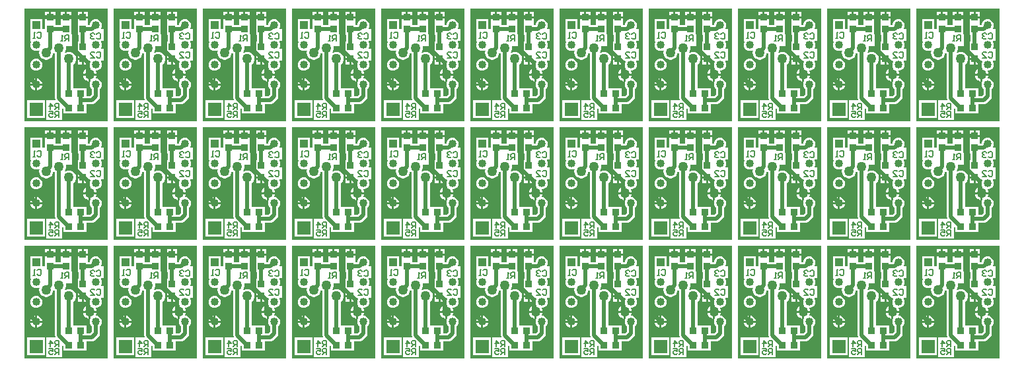
<source format=gbl>
%FSLAX25Y25*%
%MOIN*%
G70*
G01*
G75*
G04 Layer_Physical_Order=2*
G04 Layer_Color=16711680*
%ADD10R,0.03600X0.03200*%
%ADD11C,0.02000*%
%ADD12R,0.02600X0.08000*%
%ADD13C,0.02000*%
%ADD14C,0.00500*%
%ADD15C,0.00300*%
%ADD16R,0.07000X0.07000*%
%ADD17R,0.04000X0.04000*%
%ADD18C,0.04000*%
%ADD19C,0.05000*%
%ADD20R,0.03200X0.03600*%
G36*
X197000Y217500D02*
X155000D01*
Y274500D01*
X197000D01*
Y217500D01*
D02*
G37*
%LPC*%
G36*
X187500Y240500D02*
X184536D01*
X184590Y240086D01*
X184943Y239235D01*
X185504Y238504D01*
X186235Y237943D01*
X187086Y237590D01*
X187500Y237536D01*
Y240500D01*
D02*
G37*
G36*
X161500Y238960D02*
Y236500D01*
X163960D01*
X163923Y236783D01*
X163620Y237513D01*
X163140Y238140D01*
X162513Y238620D01*
X161783Y238923D01*
X161500Y238960D01*
D02*
G37*
G36*
X161000Y249026D02*
X160217Y248923D01*
X159487Y248621D01*
X158860Y248140D01*
X158379Y247513D01*
X158077Y246783D01*
X157974Y246000D01*
X158077Y245217D01*
X158379Y244487D01*
X158860Y243860D01*
X159487Y243379D01*
X160217Y243077D01*
X161000Y242974D01*
X161783Y243077D01*
X162513Y243379D01*
X163140Y243860D01*
X163620Y244487D01*
X163923Y245217D01*
X164026Y246000D01*
X163923Y246783D01*
X163620Y247513D01*
X163140Y248140D01*
X162513Y248621D01*
X161783Y248923D01*
X161000Y249026D01*
D02*
G37*
G36*
X187500Y244464D02*
X187086Y244410D01*
X186235Y244057D01*
X185504Y243496D01*
X184943Y242765D01*
X184590Y241914D01*
X184536Y241500D01*
X187500D01*
Y244464D01*
D02*
G37*
G36*
X160500Y235500D02*
X158040D01*
X158077Y235217D01*
X158379Y234487D01*
X158860Y233860D01*
X159487Y233380D01*
X160217Y233077D01*
X160500Y233040D01*
Y235500D01*
D02*
G37*
G36*
X165500Y228000D02*
X156500D01*
Y219000D01*
X165500D01*
Y228000D01*
D02*
G37*
G36*
X160500Y238960D02*
X160217Y238923D01*
X159487Y238620D01*
X158860Y238140D01*
X158379Y237513D01*
X158077Y236783D01*
X158040Y236500D01*
X160500D01*
Y238960D01*
D02*
G37*
G36*
X163960Y235500D02*
X161500D01*
Y233040D01*
X161783Y233077D01*
X162513Y233380D01*
X163140Y233860D01*
X163620Y234487D01*
X163923Y235217D01*
X163960Y235500D01*
D02*
G37*
G36*
X178600Y272800D02*
X176500D01*
Y270500D01*
X178600D01*
Y272800D01*
D02*
G37*
G36*
X175500D02*
X173400D01*
Y270500D01*
X175500D01*
Y272800D01*
D02*
G37*
G36*
X187100D02*
X185000D01*
Y270500D01*
X187100D01*
Y272800D01*
D02*
G37*
G36*
X184000D02*
X181900D01*
Y270500D01*
X184000D01*
Y272800D01*
D02*
G37*
G36*
X170600D02*
X168500D01*
Y270500D01*
X170600D01*
Y272800D01*
D02*
G37*
G36*
X178600Y269500D02*
X173400D01*
Y267200D01*
X173400Y267200D01*
X173400Y266800D01*
X173400D01*
Y266039D01*
X170600D01*
Y266800D01*
D01*
Y266800D01*
X170600Y266800D01*
Y267200D01*
X170600D01*
Y269500D01*
X165400D01*
Y267200D01*
X165400Y267200D01*
X165400Y266800D01*
X165400D01*
Y263999D01*
X165000D01*
Y263999D01*
X164000D01*
Y269000D01*
X158000D01*
Y263000D01*
X158001D01*
Y258000D01*
X158188D01*
X158409Y257552D01*
X158379Y257513D01*
X158077Y256783D01*
X157974Y256000D01*
X158077Y255217D01*
X158379Y254487D01*
X158860Y253860D01*
X159487Y253380D01*
X160217Y253077D01*
X161000Y252974D01*
X161783Y253077D01*
X161989Y253163D01*
X162590Y252914D01*
X162470Y252000D01*
X162590Y251086D01*
X162943Y250235D01*
X163504Y249504D01*
X164235Y248943D01*
X165086Y248590D01*
X166000Y248470D01*
X166914Y248590D01*
X167765Y248943D01*
X168496Y249504D01*
X169057Y250235D01*
X169410Y251086D01*
X169515Y251882D01*
X169998Y252012D01*
X170004Y252004D01*
X170461Y251653D01*
Y229000D01*
X170583Y228385D01*
X170266Y227999D01*
X166002D01*
Y222000D01*
Y218000D01*
X174000D01*
Y222000D01*
Y223963D01*
X174284Y224081D01*
X174700Y223803D01*
Y221400D01*
X180300D01*
Y221400D01*
X180300D01*
X180300Y221400D01*
X180700D01*
Y221400D01*
X186300D01*
Y225961D01*
X189000D01*
X189780Y226116D01*
X190442Y226558D01*
X190442Y226558D01*
X190442Y226558D01*
X192442Y228558D01*
X192884Y229220D01*
X193039Y230000D01*
X193039Y230000D01*
X193039Y230000D01*
Y230000D01*
Y233783D01*
X193140Y233860D01*
X193621Y234487D01*
X193923Y235217D01*
X194026Y236000D01*
X193923Y236783D01*
X193621Y237513D01*
X193140Y238140D01*
X192513Y238620D01*
X191783Y238923D01*
X191000Y239026D01*
X190956Y239103D01*
X191057Y239235D01*
X191410Y240086D01*
X191464Y240500D01*
X188500D01*
Y237670D01*
X188385Y237520D01*
X188000Y237470D01*
X187936Y237478D01*
X188017Y237337D01*
X188087Y236807D01*
X188077Y236783D01*
X187974Y236000D01*
X188077Y235217D01*
X188380Y234487D01*
X188860Y233860D01*
X188961Y233783D01*
Y230845D01*
X188155Y230039D01*
X186300D01*
Y234100D01*
X180700D01*
D01*
D01*
X180700Y234100D01*
X180300D01*
Y234100D01*
X179539D01*
Y246153D01*
X179996Y246504D01*
X180557Y247235D01*
X180910Y248086D01*
X181030Y249000D01*
X180910Y249914D01*
X180557Y250765D01*
X179996Y251496D01*
X179265Y252057D01*
X178414Y252410D01*
X177500Y252530D01*
X176586Y252410D01*
X175735Y252057D01*
X175558Y251921D01*
X175204Y252275D01*
X175557Y252735D01*
X175910Y253586D01*
X176030Y254500D01*
X175910Y255414D01*
X175968Y255500D01*
X180000D01*
Y261499D01*
X178600D01*
Y266800D01*
D01*
Y266800D01*
X178600Y266800D01*
Y267200D01*
X178600D01*
Y269500D01*
D02*
G37*
G36*
X184000Y248500D02*
X181900D01*
Y246200D01*
X184000D01*
Y248500D01*
D02*
G37*
G36*
X167500Y272800D02*
X165400D01*
Y270500D01*
X167500D01*
Y272800D01*
D02*
G37*
G36*
X187100Y269500D02*
X181900D01*
Y267200D01*
X181900Y267200D01*
X181900Y266800D01*
X181900D01*
Y261200D01*
X182461D01*
Y257800D01*
X181900D01*
Y252200D01*
X181900Y252200D01*
X181900Y251800D01*
X181900D01*
Y249500D01*
X184501D01*
Y249001D01*
X185000D01*
Y246200D01*
X187100D01*
Y248000D01*
X188188D01*
X188409Y247552D01*
X188380Y247513D01*
X188077Y246783D01*
X187974Y246000D01*
X188077Y245217D01*
X188087Y245193D01*
X188017Y244663D01*
X187936Y244522D01*
X188000Y244530D01*
X188385Y244480D01*
X188500Y244330D01*
Y241500D01*
X191464D01*
X191410Y241914D01*
X191057Y242765D01*
X190956Y242897D01*
X191000Y242974D01*
X191783Y243077D01*
X192513Y243379D01*
X193140Y243860D01*
X193621Y244487D01*
X193923Y245217D01*
X194026Y246000D01*
X193923Y246783D01*
X193621Y247513D01*
X193591Y247552D01*
X193812Y248000D01*
X195000D01*
Y253999D01*
X193811D01*
X193590Y254448D01*
X193621Y254487D01*
X193923Y255217D01*
X194026Y256000D01*
X193923Y256783D01*
X193621Y257513D01*
X193591Y257552D01*
X193812Y258000D01*
X195000D01*
Y263999D01*
X193811D01*
X193590Y264447D01*
X193621Y264487D01*
X193923Y265217D01*
X194026Y266000D01*
X193923Y266783D01*
X193621Y267513D01*
X193140Y268140D01*
X192513Y268620D01*
X191783Y268923D01*
X191000Y269026D01*
X190217Y268923D01*
X189487Y268620D01*
X188860Y268140D01*
X188380Y267513D01*
X188077Y266783D01*
X187979Y266039D01*
X187100D01*
Y266800D01*
D01*
Y266800D01*
X187100Y266800D01*
Y267200D01*
X187100D01*
Y269500D01*
D02*
G37*
%LPD*%
G36*
X242000Y217500D02*
X200000D01*
Y274500D01*
X242000D01*
Y217500D01*
D02*
G37*
%LPC*%
G36*
X232500Y240500D02*
X229536D01*
X229590Y240086D01*
X229943Y239235D01*
X230504Y238504D01*
X231235Y237943D01*
X232086Y237590D01*
X232500Y237536D01*
Y240500D01*
D02*
G37*
G36*
X206500Y238960D02*
Y236500D01*
X208960D01*
X208923Y236783D01*
X208621Y237513D01*
X208140Y238140D01*
X207513Y238620D01*
X206783Y238923D01*
X206500Y238960D01*
D02*
G37*
G36*
X206000Y249026D02*
X205217Y248923D01*
X204487Y248621D01*
X203860Y248140D01*
X203380Y247513D01*
X203077Y246783D01*
X202974Y246000D01*
X203077Y245217D01*
X203380Y244487D01*
X203860Y243860D01*
X204487Y243379D01*
X205217Y243077D01*
X206000Y242974D01*
X206783Y243077D01*
X207513Y243379D01*
X208140Y243860D01*
X208621Y244487D01*
X208923Y245217D01*
X209026Y246000D01*
X208923Y246783D01*
X208621Y247513D01*
X208140Y248140D01*
X207513Y248621D01*
X206783Y248923D01*
X206000Y249026D01*
D02*
G37*
G36*
X232500Y244464D02*
X232086Y244410D01*
X231235Y244057D01*
X230504Y243496D01*
X229943Y242765D01*
X229590Y241914D01*
X229536Y241500D01*
X232500D01*
Y244464D01*
D02*
G37*
G36*
X205500Y235500D02*
X203040D01*
X203077Y235217D01*
X203380Y234487D01*
X203860Y233860D01*
X204487Y233380D01*
X205217Y233077D01*
X205500Y233040D01*
Y235500D01*
D02*
G37*
G36*
X210500Y228000D02*
X201500D01*
Y219000D01*
X210500D01*
Y228000D01*
D02*
G37*
G36*
X205500Y238960D02*
X205217Y238923D01*
X204487Y238620D01*
X203860Y238140D01*
X203380Y237513D01*
X203077Y236783D01*
X203040Y236500D01*
X205500D01*
Y238960D01*
D02*
G37*
G36*
X208960Y235500D02*
X206500D01*
Y233040D01*
X206783Y233077D01*
X207513Y233380D01*
X208140Y233860D01*
X208621Y234487D01*
X208923Y235217D01*
X208960Y235500D01*
D02*
G37*
G36*
X223600Y272800D02*
X221500D01*
Y270500D01*
X223600D01*
Y272800D01*
D02*
G37*
G36*
X220500D02*
X218400D01*
Y270500D01*
X220500D01*
Y272800D01*
D02*
G37*
G36*
X232100D02*
X230000D01*
Y270500D01*
X232100D01*
Y272800D01*
D02*
G37*
G36*
X229000D02*
X226900D01*
Y270500D01*
X229000D01*
Y272800D01*
D02*
G37*
G36*
X215600D02*
X213500D01*
Y270500D01*
X215600D01*
Y272800D01*
D02*
G37*
G36*
X223600Y269500D02*
X218400D01*
Y267200D01*
X218400Y267200D01*
X218400Y266800D01*
X218400D01*
Y266039D01*
X215600D01*
Y266800D01*
D01*
Y266800D01*
X215600Y266800D01*
Y267200D01*
X215600D01*
Y269500D01*
X210400D01*
Y267200D01*
X210400Y267200D01*
X210400Y266800D01*
X210400D01*
Y263999D01*
X210000D01*
Y263999D01*
X209000D01*
Y269000D01*
X203000D01*
Y263000D01*
X203001D01*
Y258000D01*
X203188D01*
X203409Y257552D01*
X203380Y257513D01*
X203077Y256783D01*
X202974Y256000D01*
X203077Y255217D01*
X203380Y254487D01*
X203860Y253860D01*
X204487Y253380D01*
X205217Y253077D01*
X206000Y252974D01*
X206783Y253077D01*
X206989Y253163D01*
X207590Y252914D01*
X207470Y252000D01*
X207590Y251086D01*
X207943Y250235D01*
X208504Y249504D01*
X209235Y248943D01*
X210086Y248590D01*
X211000Y248470D01*
X211914Y248590D01*
X212765Y248943D01*
X213496Y249504D01*
X214057Y250235D01*
X214410Y251086D01*
X214515Y251882D01*
X214998Y252012D01*
X215004Y252004D01*
X215461Y251653D01*
Y229000D01*
X215583Y228385D01*
X215266Y227999D01*
X211002D01*
Y222000D01*
Y218000D01*
X219000D01*
Y222000D01*
Y223963D01*
X219284Y224081D01*
X219700Y223803D01*
Y221400D01*
X225300D01*
Y221400D01*
X225300D01*
X225300Y221400D01*
X225700D01*
Y221400D01*
X231300D01*
Y225961D01*
X234000D01*
X234780Y226116D01*
X235442Y226558D01*
X235442Y226558D01*
X235442Y226558D01*
X237442Y228558D01*
X237884Y229220D01*
X238039Y230000D01*
X238039Y230000D01*
X238039Y230000D01*
Y230000D01*
Y233783D01*
X238140Y233860D01*
X238620Y234487D01*
X238923Y235217D01*
X239026Y236000D01*
X238923Y236783D01*
X238620Y237513D01*
X238140Y238140D01*
X237513Y238620D01*
X236783Y238923D01*
X236000Y239026D01*
X235956Y239103D01*
X236057Y239235D01*
X236410Y240086D01*
X236464Y240500D01*
X233500D01*
Y237670D01*
X233385Y237520D01*
X233000Y237470D01*
X232936Y237478D01*
X233017Y237337D01*
X233087Y236807D01*
X233077Y236783D01*
X232974Y236000D01*
X233077Y235217D01*
X233380Y234487D01*
X233860Y233860D01*
X233961Y233783D01*
Y230845D01*
X233155Y230039D01*
X231300D01*
Y234100D01*
X225700D01*
D01*
D01*
X225700Y234100D01*
X225300D01*
Y234100D01*
X224539D01*
Y246153D01*
X224996Y246504D01*
X225557Y247235D01*
X225910Y248086D01*
X226030Y249000D01*
X225910Y249914D01*
X225557Y250765D01*
X224996Y251496D01*
X224265Y252057D01*
X223414Y252410D01*
X222500Y252530D01*
X221586Y252410D01*
X220735Y252057D01*
X220558Y251921D01*
X220204Y252275D01*
X220557Y252735D01*
X220910Y253586D01*
X221030Y254500D01*
X220910Y255414D01*
X220968Y255500D01*
X225000D01*
Y261499D01*
X223600D01*
Y266800D01*
D01*
Y266800D01*
X223600Y266800D01*
Y267200D01*
X223600D01*
Y269500D01*
D02*
G37*
G36*
X229000Y248500D02*
X226900D01*
Y246200D01*
X229000D01*
Y248500D01*
D02*
G37*
G36*
X212500Y272800D02*
X210400D01*
Y270500D01*
X212500D01*
Y272800D01*
D02*
G37*
G36*
X232100Y269500D02*
X226900D01*
Y267200D01*
X226900Y267200D01*
X226900Y266800D01*
X226900D01*
Y261200D01*
X227461D01*
Y257800D01*
X226900D01*
Y252200D01*
X226900Y252200D01*
X226900Y251800D01*
X226900D01*
Y249500D01*
X229501D01*
Y249001D01*
X230000D01*
Y246200D01*
X232100D01*
Y248000D01*
X233188D01*
X233409Y247552D01*
X233380Y247513D01*
X233077Y246783D01*
X232974Y246000D01*
X233077Y245217D01*
X233087Y245193D01*
X233017Y244663D01*
X232936Y244522D01*
X233000Y244530D01*
X233385Y244480D01*
X233500Y244330D01*
Y241500D01*
X236464D01*
X236410Y241914D01*
X236057Y242765D01*
X235956Y242897D01*
X236000Y242974D01*
X236783Y243077D01*
X237513Y243379D01*
X238140Y243860D01*
X238620Y244487D01*
X238923Y245217D01*
X239026Y246000D01*
X238923Y246783D01*
X238620Y247513D01*
X238591Y247552D01*
X238812Y248000D01*
X240000D01*
Y253999D01*
X238811D01*
X238590Y254448D01*
X238620Y254487D01*
X238923Y255217D01*
X239026Y256000D01*
X238923Y256783D01*
X238620Y257513D01*
X238591Y257552D01*
X238812Y258000D01*
X240000D01*
Y263999D01*
X238811D01*
X238590Y264447D01*
X238620Y264487D01*
X238923Y265217D01*
X239026Y266000D01*
X238923Y266783D01*
X238620Y267513D01*
X238140Y268140D01*
X237513Y268620D01*
X236783Y268923D01*
X236000Y269026D01*
X235217Y268923D01*
X234487Y268620D01*
X233860Y268140D01*
X233380Y267513D01*
X233077Y266783D01*
X232979Y266039D01*
X232100D01*
Y266800D01*
D01*
Y266800D01*
X232100Y266800D01*
Y267200D01*
X232100D01*
Y269500D01*
D02*
G37*
%LPD*%
G36*
X287000Y217500D02*
X245000D01*
Y274500D01*
X287000D01*
Y217500D01*
D02*
G37*
%LPC*%
G36*
X277500Y240500D02*
X274536D01*
X274590Y240086D01*
X274943Y239235D01*
X275504Y238504D01*
X276235Y237943D01*
X277086Y237590D01*
X277500Y237536D01*
Y240500D01*
D02*
G37*
G36*
X251500Y238960D02*
Y236500D01*
X253960D01*
X253923Y236783D01*
X253621Y237513D01*
X253140Y238140D01*
X252513Y238620D01*
X251783Y238923D01*
X251500Y238960D01*
D02*
G37*
G36*
X251000Y249026D02*
X250217Y248923D01*
X249487Y248621D01*
X248860Y248140D01*
X248379Y247513D01*
X248077Y246783D01*
X247974Y246000D01*
X248077Y245217D01*
X248379Y244487D01*
X248860Y243860D01*
X249487Y243379D01*
X250217Y243077D01*
X251000Y242974D01*
X251783Y243077D01*
X252513Y243379D01*
X253140Y243860D01*
X253621Y244487D01*
X253923Y245217D01*
X254026Y246000D01*
X253923Y246783D01*
X253621Y247513D01*
X253140Y248140D01*
X252513Y248621D01*
X251783Y248923D01*
X251000Y249026D01*
D02*
G37*
G36*
X277500Y244464D02*
X277086Y244410D01*
X276235Y244057D01*
X275504Y243496D01*
X274943Y242765D01*
X274590Y241914D01*
X274536Y241500D01*
X277500D01*
Y244464D01*
D02*
G37*
G36*
X250500Y235500D02*
X248040D01*
X248077Y235217D01*
X248379Y234487D01*
X248860Y233860D01*
X249487Y233380D01*
X250217Y233077D01*
X250500Y233040D01*
Y235500D01*
D02*
G37*
G36*
X255500Y228000D02*
X246500D01*
Y219000D01*
X255500D01*
Y228000D01*
D02*
G37*
G36*
X250500Y238960D02*
X250217Y238923D01*
X249487Y238620D01*
X248860Y238140D01*
X248379Y237513D01*
X248077Y236783D01*
X248040Y236500D01*
X250500D01*
Y238960D01*
D02*
G37*
G36*
X253960Y235500D02*
X251500D01*
Y233040D01*
X251783Y233077D01*
X252513Y233380D01*
X253140Y233860D01*
X253621Y234487D01*
X253923Y235217D01*
X253960Y235500D01*
D02*
G37*
G36*
X268600Y272800D02*
X266500D01*
Y270500D01*
X268600D01*
Y272800D01*
D02*
G37*
G36*
X265500D02*
X263400D01*
Y270500D01*
X265500D01*
Y272800D01*
D02*
G37*
G36*
X277100D02*
X275000D01*
Y270500D01*
X277100D01*
Y272800D01*
D02*
G37*
G36*
X274000D02*
X271900D01*
Y270500D01*
X274000D01*
Y272800D01*
D02*
G37*
G36*
X260600D02*
X258500D01*
Y270500D01*
X260600D01*
Y272800D01*
D02*
G37*
G36*
X268600Y269500D02*
X263400D01*
Y267200D01*
X263400Y267200D01*
X263400Y266800D01*
X263400D01*
Y266039D01*
X260600D01*
Y266800D01*
D01*
Y266800D01*
X260600Y266800D01*
Y267200D01*
X260600D01*
Y269500D01*
X255400D01*
Y267200D01*
X255400Y267200D01*
X255400Y266800D01*
X255400D01*
Y263999D01*
X255000D01*
Y263999D01*
X254000D01*
Y269000D01*
X248000D01*
Y263000D01*
X248001D01*
Y258000D01*
X248188D01*
X248409Y257552D01*
X248379Y257513D01*
X248077Y256783D01*
X247974Y256000D01*
X248077Y255217D01*
X248379Y254487D01*
X248860Y253860D01*
X249487Y253380D01*
X250217Y253077D01*
X251000Y252974D01*
X251783Y253077D01*
X251989Y253163D01*
X252590Y252914D01*
X252470Y252000D01*
X252590Y251086D01*
X252943Y250235D01*
X253504Y249504D01*
X254235Y248943D01*
X255086Y248590D01*
X256000Y248470D01*
X256914Y248590D01*
X257765Y248943D01*
X258496Y249504D01*
X259057Y250235D01*
X259410Y251086D01*
X259515Y251882D01*
X259998Y252012D01*
X260004Y252004D01*
X260461Y251653D01*
Y229000D01*
X260583Y228385D01*
X260266Y227999D01*
X256002D01*
Y222000D01*
Y218000D01*
X264000D01*
Y222000D01*
Y223963D01*
X264284Y224081D01*
X264700Y223803D01*
Y221400D01*
X270300D01*
Y221400D01*
X270300D01*
X270300Y221400D01*
X270700D01*
Y221400D01*
X276300D01*
Y225961D01*
X279000D01*
X279780Y226116D01*
X280442Y226558D01*
X280442Y226558D01*
X280442Y226558D01*
X282442Y228558D01*
X282884Y229220D01*
X283039Y230000D01*
X283039Y230000D01*
X283039Y230000D01*
Y230000D01*
Y233783D01*
X283140Y233860D01*
X283621Y234487D01*
X283923Y235217D01*
X284026Y236000D01*
X283923Y236783D01*
X283621Y237513D01*
X283140Y238140D01*
X282513Y238620D01*
X281783Y238923D01*
X281000Y239026D01*
X280956Y239103D01*
X281057Y239235D01*
X281410Y240086D01*
X281464Y240500D01*
X278500D01*
Y237670D01*
X278385Y237520D01*
X278000Y237470D01*
X277936Y237478D01*
X278017Y237337D01*
X278087Y236807D01*
X278077Y236783D01*
X277974Y236000D01*
X278077Y235217D01*
X278380Y234487D01*
X278860Y233860D01*
X278961Y233783D01*
Y230845D01*
X278155Y230039D01*
X276300D01*
Y234100D01*
X270700D01*
D01*
D01*
X270700Y234100D01*
X270300D01*
Y234100D01*
X269539D01*
Y246153D01*
X269996Y246504D01*
X270557Y247235D01*
X270910Y248086D01*
X271030Y249000D01*
X270910Y249914D01*
X270557Y250765D01*
X269996Y251496D01*
X269265Y252057D01*
X268414Y252410D01*
X267500Y252530D01*
X266586Y252410D01*
X265735Y252057D01*
X265558Y251921D01*
X265204Y252275D01*
X265557Y252735D01*
X265910Y253586D01*
X266030Y254500D01*
X265910Y255414D01*
X265968Y255500D01*
X270000D01*
Y261499D01*
X268600D01*
Y266800D01*
D01*
Y266800D01*
X268600Y266800D01*
Y267200D01*
X268600D01*
Y269500D01*
D02*
G37*
G36*
X274000Y248500D02*
X271900D01*
Y246200D01*
X274000D01*
Y248500D01*
D02*
G37*
G36*
X257500Y272800D02*
X255400D01*
Y270500D01*
X257500D01*
Y272800D01*
D02*
G37*
G36*
X277100Y269500D02*
X271900D01*
Y267200D01*
X271900Y267200D01*
X271900Y266800D01*
X271900D01*
Y261200D01*
X272461D01*
Y257800D01*
X271900D01*
Y252200D01*
X271900Y252200D01*
X271900Y251800D01*
X271900D01*
Y249500D01*
X274501D01*
Y249001D01*
X275000D01*
Y246200D01*
X277100D01*
Y248000D01*
X278188D01*
X278409Y247552D01*
X278380Y247513D01*
X278077Y246783D01*
X277974Y246000D01*
X278077Y245217D01*
X278087Y245193D01*
X278017Y244663D01*
X277936Y244522D01*
X278000Y244530D01*
X278385Y244480D01*
X278500Y244330D01*
Y241500D01*
X281464D01*
X281410Y241914D01*
X281057Y242765D01*
X280956Y242897D01*
X281000Y242974D01*
X281783Y243077D01*
X282513Y243379D01*
X283140Y243860D01*
X283621Y244487D01*
X283923Y245217D01*
X284026Y246000D01*
X283923Y246783D01*
X283621Y247513D01*
X283591Y247552D01*
X283812Y248000D01*
X285000D01*
Y253999D01*
X283811D01*
X283590Y254448D01*
X283621Y254487D01*
X283923Y255217D01*
X284026Y256000D01*
X283923Y256783D01*
X283621Y257513D01*
X283591Y257552D01*
X283812Y258000D01*
X285000D01*
Y263999D01*
X283811D01*
X283590Y264447D01*
X283621Y264487D01*
X283923Y265217D01*
X284026Y266000D01*
X283923Y266783D01*
X283621Y267513D01*
X283140Y268140D01*
X282513Y268620D01*
X281783Y268923D01*
X281000Y269026D01*
X280217Y268923D01*
X279487Y268620D01*
X278860Y268140D01*
X278380Y267513D01*
X278077Y266783D01*
X277979Y266039D01*
X277100D01*
Y266800D01*
D01*
Y266800D01*
X277100Y266800D01*
Y267200D01*
X277100D01*
Y269500D01*
D02*
G37*
%LPD*%
G36*
X332000Y217500D02*
X290000D01*
Y274500D01*
X332000D01*
Y217500D01*
D02*
G37*
%LPC*%
G36*
X322500Y240500D02*
X319536D01*
X319590Y240086D01*
X319943Y239235D01*
X320504Y238504D01*
X321235Y237943D01*
X322086Y237590D01*
X322500Y237536D01*
Y240500D01*
D02*
G37*
G36*
X296500Y238960D02*
Y236500D01*
X298960D01*
X298923Y236783D01*
X298621Y237513D01*
X298140Y238140D01*
X297513Y238620D01*
X296783Y238923D01*
X296500Y238960D01*
D02*
G37*
G36*
X296000Y249026D02*
X295217Y248923D01*
X294487Y248621D01*
X293860Y248140D01*
X293379Y247513D01*
X293077Y246783D01*
X292974Y246000D01*
X293077Y245217D01*
X293379Y244487D01*
X293860Y243860D01*
X294487Y243379D01*
X295217Y243077D01*
X296000Y242974D01*
X296783Y243077D01*
X297513Y243379D01*
X298140Y243860D01*
X298621Y244487D01*
X298923Y245217D01*
X299026Y246000D01*
X298923Y246783D01*
X298621Y247513D01*
X298140Y248140D01*
X297513Y248621D01*
X296783Y248923D01*
X296000Y249026D01*
D02*
G37*
G36*
X322500Y244464D02*
X322086Y244410D01*
X321235Y244057D01*
X320504Y243496D01*
X319943Y242765D01*
X319590Y241914D01*
X319536Y241500D01*
X322500D01*
Y244464D01*
D02*
G37*
G36*
X295500Y235500D02*
X293040D01*
X293077Y235217D01*
X293379Y234487D01*
X293860Y233860D01*
X294487Y233380D01*
X295217Y233077D01*
X295500Y233040D01*
Y235500D01*
D02*
G37*
G36*
X300500Y228000D02*
X291500D01*
Y219000D01*
X300500D01*
Y228000D01*
D02*
G37*
G36*
X295500Y238960D02*
X295217Y238923D01*
X294487Y238620D01*
X293860Y238140D01*
X293379Y237513D01*
X293077Y236783D01*
X293040Y236500D01*
X295500D01*
Y238960D01*
D02*
G37*
G36*
X298960Y235500D02*
X296500D01*
Y233040D01*
X296783Y233077D01*
X297513Y233380D01*
X298140Y233860D01*
X298621Y234487D01*
X298923Y235217D01*
X298960Y235500D01*
D02*
G37*
G36*
X313600Y272800D02*
X311500D01*
Y270500D01*
X313600D01*
Y272800D01*
D02*
G37*
G36*
X310500D02*
X308400D01*
Y270500D01*
X310500D01*
Y272800D01*
D02*
G37*
G36*
X322100D02*
X320000D01*
Y270500D01*
X322100D01*
Y272800D01*
D02*
G37*
G36*
X319000D02*
X316900D01*
Y270500D01*
X319000D01*
Y272800D01*
D02*
G37*
G36*
X305600D02*
X303500D01*
Y270500D01*
X305600D01*
Y272800D01*
D02*
G37*
G36*
X313600Y269500D02*
X308400D01*
Y267200D01*
X308400Y267200D01*
X308400Y266800D01*
X308400D01*
Y266039D01*
X305600D01*
Y266800D01*
D01*
Y266800D01*
X305600Y266800D01*
Y267200D01*
X305600D01*
Y269500D01*
X300400D01*
Y267200D01*
X300400Y267200D01*
X300400Y266800D01*
X300400D01*
Y263999D01*
X300000D01*
Y263999D01*
X299000D01*
Y269000D01*
X293000D01*
Y263000D01*
X293001D01*
Y258000D01*
X293188D01*
X293409Y257552D01*
X293379Y257513D01*
X293077Y256783D01*
X292974Y256000D01*
X293077Y255217D01*
X293379Y254487D01*
X293860Y253860D01*
X294487Y253380D01*
X295217Y253077D01*
X296000Y252974D01*
X296783Y253077D01*
X296989Y253163D01*
X297590Y252914D01*
X297470Y252000D01*
X297590Y251086D01*
X297943Y250235D01*
X298504Y249504D01*
X299235Y248943D01*
X300086Y248590D01*
X301000Y248470D01*
X301914Y248590D01*
X302765Y248943D01*
X303496Y249504D01*
X304057Y250235D01*
X304410Y251086D01*
X304515Y251882D01*
X304998Y252012D01*
X305004Y252004D01*
X305461Y251653D01*
Y229000D01*
X305583Y228385D01*
X305266Y227999D01*
X301002D01*
Y222000D01*
Y218000D01*
X309000D01*
Y222000D01*
Y223963D01*
X309284Y224081D01*
X309700Y223803D01*
Y221400D01*
X315300D01*
Y221400D01*
X315300D01*
X315300Y221400D01*
X315700D01*
Y221400D01*
X321300D01*
Y225961D01*
X324000D01*
X324780Y226116D01*
X325442Y226558D01*
X325442Y226558D01*
X325442Y226558D01*
X327442Y228558D01*
X327884Y229220D01*
X328039Y230000D01*
X328039Y230000D01*
X328039Y230000D01*
Y230000D01*
Y233783D01*
X328140Y233860D01*
X328621Y234487D01*
X328923Y235217D01*
X329026Y236000D01*
X328923Y236783D01*
X328621Y237513D01*
X328140Y238140D01*
X327513Y238620D01*
X326783Y238923D01*
X326000Y239026D01*
X325956Y239103D01*
X326057Y239235D01*
X326410Y240086D01*
X326464Y240500D01*
X323500D01*
Y237670D01*
X323385Y237520D01*
X323000Y237470D01*
X322936Y237478D01*
X323018Y237337D01*
X323087Y236807D01*
X323077Y236783D01*
X322974Y236000D01*
X323077Y235217D01*
X323379Y234487D01*
X323860Y233860D01*
X323961Y233783D01*
Y230845D01*
X323155Y230039D01*
X321300D01*
Y234100D01*
X315700D01*
D01*
D01*
X315700Y234100D01*
X315300D01*
Y234100D01*
X314539D01*
Y246153D01*
X314996Y246504D01*
X315557Y247235D01*
X315910Y248086D01*
X316030Y249000D01*
X315910Y249914D01*
X315557Y250765D01*
X314996Y251496D01*
X314265Y252057D01*
X313414Y252410D01*
X312500Y252530D01*
X311586Y252410D01*
X310735Y252057D01*
X310558Y251921D01*
X310204Y252275D01*
X310557Y252735D01*
X310910Y253586D01*
X311030Y254500D01*
X310910Y255414D01*
X310968Y255500D01*
X315000D01*
Y261499D01*
X313600D01*
Y266800D01*
D01*
Y266800D01*
X313600Y266800D01*
Y267200D01*
X313600D01*
Y269500D01*
D02*
G37*
G36*
X319000Y248500D02*
X316900D01*
Y246200D01*
X319000D01*
Y248500D01*
D02*
G37*
G36*
X302500Y272800D02*
X300400D01*
Y270500D01*
X302500D01*
Y272800D01*
D02*
G37*
G36*
X322100Y269500D02*
X316900D01*
Y267200D01*
X316900Y267200D01*
X316900Y266800D01*
X316900D01*
Y261200D01*
X317461D01*
Y257800D01*
X316900D01*
Y252200D01*
X316900Y252200D01*
X316900Y251800D01*
X316900D01*
Y249500D01*
X319501D01*
Y249001D01*
X320000D01*
Y246200D01*
X322100D01*
Y248000D01*
X323188D01*
X323409Y247552D01*
X323379Y247513D01*
X323077Y246783D01*
X322974Y246000D01*
X323077Y245217D01*
X323087Y245193D01*
X323018Y244663D01*
X322936Y244522D01*
X323000Y244530D01*
X323385Y244480D01*
X323500Y244330D01*
Y241500D01*
X326464D01*
X326410Y241914D01*
X326057Y242765D01*
X325956Y242897D01*
X326000Y242974D01*
X326783Y243077D01*
X327513Y243379D01*
X328140Y243860D01*
X328621Y244487D01*
X328923Y245217D01*
X329026Y246000D01*
X328923Y246783D01*
X328621Y247513D01*
X328591Y247552D01*
X328812Y248000D01*
X330000D01*
Y253999D01*
X328811D01*
X328590Y254448D01*
X328621Y254487D01*
X328923Y255217D01*
X329026Y256000D01*
X328923Y256783D01*
X328621Y257513D01*
X328591Y257552D01*
X328812Y258000D01*
X330000D01*
Y263999D01*
X328811D01*
X328590Y264447D01*
X328621Y264487D01*
X328923Y265217D01*
X329026Y266000D01*
X328923Y266783D01*
X328621Y267513D01*
X328140Y268140D01*
X327513Y268620D01*
X326783Y268923D01*
X326000Y269026D01*
X325217Y268923D01*
X324487Y268620D01*
X323860Y268140D01*
X323379Y267513D01*
X323077Y266783D01*
X322979Y266039D01*
X322100D01*
Y266800D01*
D01*
Y266800D01*
X322100Y266800D01*
Y267200D01*
X322100D01*
Y269500D01*
D02*
G37*
%LPD*%
G36*
X377000Y217500D02*
X335000D01*
Y274500D01*
X377000D01*
Y217500D01*
D02*
G37*
%LPC*%
G36*
X367500Y240500D02*
X364536D01*
X364590Y240086D01*
X364943Y239235D01*
X365504Y238504D01*
X366235Y237943D01*
X367086Y237590D01*
X367500Y237536D01*
Y240500D01*
D02*
G37*
G36*
X341500Y238960D02*
Y236500D01*
X343960D01*
X343923Y236783D01*
X343620Y237513D01*
X343140Y238140D01*
X342513Y238620D01*
X341783Y238923D01*
X341500Y238960D01*
D02*
G37*
G36*
X341000Y249026D02*
X340217Y248923D01*
X339487Y248621D01*
X338860Y248140D01*
X338380Y247513D01*
X338077Y246783D01*
X337974Y246000D01*
X338077Y245217D01*
X338380Y244487D01*
X338860Y243860D01*
X339487Y243379D01*
X340217Y243077D01*
X341000Y242974D01*
X341783Y243077D01*
X342513Y243379D01*
X343140Y243860D01*
X343620Y244487D01*
X343923Y245217D01*
X344026Y246000D01*
X343923Y246783D01*
X343620Y247513D01*
X343140Y248140D01*
X342513Y248621D01*
X341783Y248923D01*
X341000Y249026D01*
D02*
G37*
G36*
X367500Y244464D02*
X367086Y244410D01*
X366235Y244057D01*
X365504Y243496D01*
X364943Y242765D01*
X364590Y241914D01*
X364536Y241500D01*
X367500D01*
Y244464D01*
D02*
G37*
G36*
X340500Y235500D02*
X338040D01*
X338077Y235217D01*
X338380Y234487D01*
X338860Y233860D01*
X339487Y233380D01*
X340217Y233077D01*
X340500Y233040D01*
Y235500D01*
D02*
G37*
G36*
X345500Y228000D02*
X336500D01*
Y219000D01*
X345500D01*
Y228000D01*
D02*
G37*
G36*
X340500Y238960D02*
X340217Y238923D01*
X339487Y238620D01*
X338860Y238140D01*
X338380Y237513D01*
X338077Y236783D01*
X338040Y236500D01*
X340500D01*
Y238960D01*
D02*
G37*
G36*
X343960Y235500D02*
X341500D01*
Y233040D01*
X341783Y233077D01*
X342513Y233380D01*
X343140Y233860D01*
X343620Y234487D01*
X343923Y235217D01*
X343960Y235500D01*
D02*
G37*
G36*
X358600Y272800D02*
X356500D01*
Y270500D01*
X358600D01*
Y272800D01*
D02*
G37*
G36*
X355500D02*
X353400D01*
Y270500D01*
X355500D01*
Y272800D01*
D02*
G37*
G36*
X367100D02*
X365000D01*
Y270500D01*
X367100D01*
Y272800D01*
D02*
G37*
G36*
X364000D02*
X361900D01*
Y270500D01*
X364000D01*
Y272800D01*
D02*
G37*
G36*
X350600D02*
X348500D01*
Y270500D01*
X350600D01*
Y272800D01*
D02*
G37*
G36*
X358600Y269500D02*
X353400D01*
Y267200D01*
X353400Y267200D01*
X353400Y266800D01*
X353400D01*
Y266039D01*
X350600D01*
Y266800D01*
D01*
Y266800D01*
X350600Y266800D01*
Y267200D01*
X350600D01*
Y269500D01*
X345400D01*
Y267200D01*
X345400Y267200D01*
X345400Y266800D01*
X345400D01*
Y263999D01*
X345000D01*
Y263999D01*
X344000D01*
Y269000D01*
X338000D01*
Y263000D01*
X338001D01*
Y258000D01*
X338188D01*
X338409Y257552D01*
X338380Y257513D01*
X338077Y256783D01*
X337974Y256000D01*
X338077Y255217D01*
X338380Y254487D01*
X338860Y253860D01*
X339487Y253380D01*
X340217Y253077D01*
X341000Y252974D01*
X341783Y253077D01*
X341989Y253163D01*
X342590Y252914D01*
X342470Y252000D01*
X342590Y251086D01*
X342943Y250235D01*
X343504Y249504D01*
X344235Y248943D01*
X345086Y248590D01*
X346000Y248470D01*
X346914Y248590D01*
X347765Y248943D01*
X348496Y249504D01*
X349057Y250235D01*
X349410Y251086D01*
X349515Y251882D01*
X349998Y252012D01*
X350004Y252004D01*
X350461Y251653D01*
Y229000D01*
X350583Y228385D01*
X350266Y227999D01*
X346002D01*
Y222000D01*
Y218000D01*
X354000D01*
Y222000D01*
Y223963D01*
X354284Y224081D01*
X354700Y223803D01*
Y221400D01*
X360300D01*
Y221400D01*
X360300D01*
X360300Y221400D01*
X360700D01*
Y221400D01*
X366300D01*
Y225961D01*
X369000D01*
X369780Y226116D01*
X370442Y226558D01*
X370442Y226558D01*
X370442Y226558D01*
X372442Y228558D01*
X372884Y229220D01*
X373039Y230000D01*
X373039Y230000D01*
X373039Y230000D01*
Y230000D01*
Y233783D01*
X373140Y233860D01*
X373621Y234487D01*
X373923Y235217D01*
X374026Y236000D01*
X373923Y236783D01*
X373621Y237513D01*
X373140Y238140D01*
X372513Y238620D01*
X371783Y238923D01*
X371000Y239026D01*
X370956Y239103D01*
X371057Y239235D01*
X371410Y240086D01*
X371464Y240500D01*
X368500D01*
Y237670D01*
X368385Y237520D01*
X368000Y237470D01*
X367936Y237478D01*
X368018Y237337D01*
X368087Y236807D01*
X368077Y236783D01*
X367974Y236000D01*
X368077Y235217D01*
X368379Y234487D01*
X368860Y233860D01*
X368961Y233783D01*
Y230845D01*
X368155Y230039D01*
X366300D01*
Y234100D01*
X360700D01*
D01*
D01*
X360700Y234100D01*
X360300D01*
Y234100D01*
X359539D01*
Y246153D01*
X359996Y246504D01*
X360557Y247235D01*
X360910Y248086D01*
X361030Y249000D01*
X360910Y249914D01*
X360557Y250765D01*
X359996Y251496D01*
X359265Y252057D01*
X358414Y252410D01*
X357500Y252530D01*
X356586Y252410D01*
X355735Y252057D01*
X355558Y251921D01*
X355204Y252275D01*
X355557Y252735D01*
X355910Y253586D01*
X356030Y254500D01*
X355910Y255414D01*
X355968Y255500D01*
X360000D01*
Y261499D01*
X358600D01*
Y266800D01*
D01*
Y266800D01*
X358600Y266800D01*
Y267200D01*
X358600D01*
Y269500D01*
D02*
G37*
G36*
X364000Y248500D02*
X361900D01*
Y246200D01*
X364000D01*
Y248500D01*
D02*
G37*
G36*
X347500Y272800D02*
X345400D01*
Y270500D01*
X347500D01*
Y272800D01*
D02*
G37*
G36*
X367100Y269500D02*
X361900D01*
Y267200D01*
X361900Y267200D01*
X361900Y266800D01*
X361900D01*
Y261200D01*
X362461D01*
Y257800D01*
X361900D01*
Y252200D01*
X361900Y252200D01*
X361900Y251800D01*
X361900D01*
Y249500D01*
X364501D01*
Y249001D01*
X365000D01*
Y246200D01*
X367100D01*
Y248000D01*
X368188D01*
X368409Y247552D01*
X368379Y247513D01*
X368077Y246783D01*
X367974Y246000D01*
X368077Y245217D01*
X368087Y245193D01*
X368018Y244663D01*
X367936Y244522D01*
X368000Y244530D01*
X368385Y244480D01*
X368500Y244330D01*
Y241500D01*
X371464D01*
X371410Y241914D01*
X371057Y242765D01*
X370956Y242897D01*
X371000Y242974D01*
X371783Y243077D01*
X372513Y243379D01*
X373140Y243860D01*
X373621Y244487D01*
X373923Y245217D01*
X374026Y246000D01*
X373923Y246783D01*
X373621Y247513D01*
X373591Y247552D01*
X373812Y248000D01*
X375000D01*
Y253999D01*
X373811D01*
X373590Y254448D01*
X373621Y254487D01*
X373923Y255217D01*
X374026Y256000D01*
X373923Y256783D01*
X373621Y257513D01*
X373591Y257552D01*
X373812Y258000D01*
X375000D01*
Y263999D01*
X373811D01*
X373590Y264447D01*
X373621Y264487D01*
X373923Y265217D01*
X374026Y266000D01*
X373923Y266783D01*
X373621Y267513D01*
X373140Y268140D01*
X372513Y268620D01*
X371783Y268923D01*
X371000Y269026D01*
X370217Y268923D01*
X369487Y268620D01*
X368860Y268140D01*
X368379Y267513D01*
X368077Y266783D01*
X367979Y266039D01*
X367100D01*
Y266800D01*
D01*
Y266800D01*
X367100Y266800D01*
Y267200D01*
X367100D01*
Y269500D01*
D02*
G37*
%LPD*%
G36*
X422000Y217500D02*
X380000D01*
Y274500D01*
X422000D01*
Y217500D01*
D02*
G37*
%LPC*%
G36*
X412500Y240500D02*
X409536D01*
X409590Y240086D01*
X409943Y239235D01*
X410504Y238504D01*
X411235Y237943D01*
X412086Y237590D01*
X412500Y237536D01*
Y240500D01*
D02*
G37*
G36*
X386500Y238960D02*
Y236500D01*
X388960D01*
X388923Y236783D01*
X388620Y237513D01*
X388140Y238140D01*
X387513Y238620D01*
X386783Y238923D01*
X386500Y238960D01*
D02*
G37*
G36*
X386000Y249026D02*
X385217Y248923D01*
X384487Y248621D01*
X383860Y248140D01*
X383380Y247513D01*
X383077Y246783D01*
X382974Y246000D01*
X383077Y245217D01*
X383380Y244487D01*
X383860Y243860D01*
X384487Y243379D01*
X385217Y243077D01*
X386000Y242974D01*
X386783Y243077D01*
X387513Y243379D01*
X388140Y243860D01*
X388620Y244487D01*
X388923Y245217D01*
X389026Y246000D01*
X388923Y246783D01*
X388620Y247513D01*
X388140Y248140D01*
X387513Y248621D01*
X386783Y248923D01*
X386000Y249026D01*
D02*
G37*
G36*
X412500Y244464D02*
X412086Y244410D01*
X411235Y244057D01*
X410504Y243496D01*
X409943Y242765D01*
X409590Y241914D01*
X409536Y241500D01*
X412500D01*
Y244464D01*
D02*
G37*
G36*
X385500Y235500D02*
X383040D01*
X383077Y235217D01*
X383380Y234487D01*
X383860Y233860D01*
X384487Y233380D01*
X385217Y233077D01*
X385500Y233040D01*
Y235500D01*
D02*
G37*
G36*
X390500Y228000D02*
X381500D01*
Y219000D01*
X390500D01*
Y228000D01*
D02*
G37*
G36*
X385500Y238960D02*
X385217Y238923D01*
X384487Y238620D01*
X383860Y238140D01*
X383380Y237513D01*
X383077Y236783D01*
X383040Y236500D01*
X385500D01*
Y238960D01*
D02*
G37*
G36*
X388960Y235500D02*
X386500D01*
Y233040D01*
X386783Y233077D01*
X387513Y233380D01*
X388140Y233860D01*
X388620Y234487D01*
X388923Y235217D01*
X388960Y235500D01*
D02*
G37*
G36*
X403600Y272800D02*
X401500D01*
Y270500D01*
X403600D01*
Y272800D01*
D02*
G37*
G36*
X400500D02*
X398400D01*
Y270500D01*
X400500D01*
Y272800D01*
D02*
G37*
G36*
X412100D02*
X410000D01*
Y270500D01*
X412100D01*
Y272800D01*
D02*
G37*
G36*
X409000D02*
X406900D01*
Y270500D01*
X409000D01*
Y272800D01*
D02*
G37*
G36*
X395600D02*
X393500D01*
Y270500D01*
X395600D01*
Y272800D01*
D02*
G37*
G36*
X403600Y269500D02*
X398400D01*
Y267200D01*
X398400Y267200D01*
X398400Y266800D01*
X398400D01*
Y266039D01*
X395600D01*
Y266800D01*
D01*
Y266800D01*
X395600Y266800D01*
Y267200D01*
X395600D01*
Y269500D01*
X390400D01*
Y267200D01*
X390400Y267200D01*
X390400Y266800D01*
X390400D01*
Y263999D01*
X390000D01*
Y263999D01*
X389000D01*
Y269000D01*
X383000D01*
Y263000D01*
X383001D01*
Y258000D01*
X383188D01*
X383409Y257552D01*
X383380Y257513D01*
X383077Y256783D01*
X382974Y256000D01*
X383077Y255217D01*
X383380Y254487D01*
X383860Y253860D01*
X384487Y253380D01*
X385217Y253077D01*
X386000Y252974D01*
X386783Y253077D01*
X386989Y253163D01*
X387590Y252914D01*
X387470Y252000D01*
X387590Y251086D01*
X387943Y250235D01*
X388504Y249504D01*
X389235Y248943D01*
X390086Y248590D01*
X391000Y248470D01*
X391914Y248590D01*
X392765Y248943D01*
X393496Y249504D01*
X394057Y250235D01*
X394410Y251086D01*
X394515Y251882D01*
X394998Y252012D01*
X395004Y252004D01*
X395461Y251653D01*
Y229000D01*
X395583Y228385D01*
X395266Y227999D01*
X391002D01*
Y222000D01*
Y218000D01*
X399000D01*
Y222000D01*
Y223963D01*
X399284Y224081D01*
X399700Y223803D01*
Y221400D01*
X405300D01*
Y221400D01*
X405300D01*
X405300Y221400D01*
X405700D01*
Y221400D01*
X411300D01*
Y225961D01*
X414000D01*
X414780Y226116D01*
X415442Y226558D01*
X415442Y226558D01*
X415442Y226558D01*
X417442Y228558D01*
X417884Y229220D01*
X418039Y230000D01*
X418039Y230000D01*
X418039Y230000D01*
Y230000D01*
Y233783D01*
X418140Y233860D01*
X418620Y234487D01*
X418923Y235217D01*
X419026Y236000D01*
X418923Y236783D01*
X418620Y237513D01*
X418140Y238140D01*
X417513Y238620D01*
X416783Y238923D01*
X416000Y239026D01*
X415956Y239103D01*
X416057Y239235D01*
X416410Y240086D01*
X416464Y240500D01*
X413500D01*
Y237670D01*
X413385Y237520D01*
X413000Y237470D01*
X412936Y237478D01*
X413018Y237337D01*
X413087Y236807D01*
X413077Y236783D01*
X412974Y236000D01*
X413077Y235217D01*
X413379Y234487D01*
X413860Y233860D01*
X413961Y233783D01*
Y230845D01*
X413155Y230039D01*
X411300D01*
Y234100D01*
X405700D01*
D01*
D01*
X405700Y234100D01*
X405300D01*
Y234100D01*
X404539D01*
Y246153D01*
X404996Y246504D01*
X405557Y247235D01*
X405910Y248086D01*
X406030Y249000D01*
X405910Y249914D01*
X405557Y250765D01*
X404996Y251496D01*
X404265Y252057D01*
X403414Y252410D01*
X402500Y252530D01*
X401586Y252410D01*
X400735Y252057D01*
X400558Y251921D01*
X400204Y252275D01*
X400557Y252735D01*
X400910Y253586D01*
X401030Y254500D01*
X400910Y255414D01*
X400968Y255500D01*
X405000D01*
Y261499D01*
X403600D01*
Y266800D01*
D01*
Y266800D01*
X403600Y266800D01*
Y267200D01*
X403600D01*
Y269500D01*
D02*
G37*
G36*
X409000Y248500D02*
X406900D01*
Y246200D01*
X409000D01*
Y248500D01*
D02*
G37*
G36*
X392500Y272800D02*
X390400D01*
Y270500D01*
X392500D01*
Y272800D01*
D02*
G37*
G36*
X412100Y269500D02*
X406900D01*
Y267200D01*
X406900Y267200D01*
X406900Y266800D01*
X406900D01*
Y261200D01*
X407461D01*
Y257800D01*
X406900D01*
Y252200D01*
X406900Y252200D01*
X406900Y251800D01*
X406900D01*
Y249500D01*
X409501D01*
Y249001D01*
X410000D01*
Y246200D01*
X412100D01*
Y248000D01*
X413188D01*
X413409Y247552D01*
X413379Y247513D01*
X413077Y246783D01*
X412974Y246000D01*
X413077Y245217D01*
X413087Y245193D01*
X413018Y244663D01*
X412936Y244522D01*
X413000Y244530D01*
X413385Y244480D01*
X413500Y244330D01*
Y241500D01*
X416464D01*
X416410Y241914D01*
X416057Y242765D01*
X415956Y242897D01*
X416000Y242974D01*
X416783Y243077D01*
X417513Y243379D01*
X418140Y243860D01*
X418620Y244487D01*
X418923Y245217D01*
X419026Y246000D01*
X418923Y246783D01*
X418620Y247513D01*
X418591Y247552D01*
X418812Y248000D01*
X420000D01*
Y253999D01*
X418811D01*
X418590Y254448D01*
X418620Y254487D01*
X418923Y255217D01*
X419026Y256000D01*
X418923Y256783D01*
X418620Y257513D01*
X418591Y257552D01*
X418812Y258000D01*
X420000D01*
Y263999D01*
X418811D01*
X418590Y264447D01*
X418620Y264487D01*
X418923Y265217D01*
X419026Y266000D01*
X418923Y266783D01*
X418620Y267513D01*
X418140Y268140D01*
X417513Y268620D01*
X416783Y268923D01*
X416000Y269026D01*
X415217Y268923D01*
X414487Y268620D01*
X413860Y268140D01*
X413379Y267513D01*
X413077Y266783D01*
X412979Y266039D01*
X412100D01*
Y266800D01*
D01*
Y266800D01*
X412100Y266800D01*
Y267200D01*
X412100D01*
Y269500D01*
D02*
G37*
%LPD*%
G36*
X467000Y217500D02*
X425000D01*
Y274500D01*
X467000D01*
Y217500D01*
D02*
G37*
%LPC*%
G36*
X457500Y240500D02*
X454536D01*
X454590Y240086D01*
X454943Y239235D01*
X455504Y238504D01*
X456235Y237943D01*
X457086Y237590D01*
X457500Y237536D01*
Y240500D01*
D02*
G37*
G36*
X431500Y238960D02*
Y236500D01*
X433960D01*
X433923Y236783D01*
X433621Y237513D01*
X433140Y238140D01*
X432513Y238620D01*
X431783Y238923D01*
X431500Y238960D01*
D02*
G37*
G36*
X431000Y249026D02*
X430217Y248923D01*
X429487Y248621D01*
X428860Y248140D01*
X428379Y247513D01*
X428077Y246783D01*
X427974Y246000D01*
X428077Y245217D01*
X428379Y244487D01*
X428860Y243860D01*
X429487Y243379D01*
X430217Y243077D01*
X431000Y242974D01*
X431783Y243077D01*
X432513Y243379D01*
X433140Y243860D01*
X433621Y244487D01*
X433923Y245217D01*
X434026Y246000D01*
X433923Y246783D01*
X433621Y247513D01*
X433140Y248140D01*
X432513Y248621D01*
X431783Y248923D01*
X431000Y249026D01*
D02*
G37*
G36*
X457500Y244464D02*
X457086Y244410D01*
X456235Y244057D01*
X455504Y243496D01*
X454943Y242765D01*
X454590Y241914D01*
X454536Y241500D01*
X457500D01*
Y244464D01*
D02*
G37*
G36*
X430500Y235500D02*
X428040D01*
X428077Y235217D01*
X428379Y234487D01*
X428860Y233860D01*
X429487Y233380D01*
X430217Y233077D01*
X430500Y233040D01*
Y235500D01*
D02*
G37*
G36*
X435500Y228000D02*
X426500D01*
Y219000D01*
X435500D01*
Y228000D01*
D02*
G37*
G36*
X430500Y238960D02*
X430217Y238923D01*
X429487Y238620D01*
X428860Y238140D01*
X428379Y237513D01*
X428077Y236783D01*
X428040Y236500D01*
X430500D01*
Y238960D01*
D02*
G37*
G36*
X433960Y235500D02*
X431500D01*
Y233040D01*
X431783Y233077D01*
X432513Y233380D01*
X433140Y233860D01*
X433621Y234487D01*
X433923Y235217D01*
X433960Y235500D01*
D02*
G37*
G36*
X448600Y272800D02*
X446500D01*
Y270500D01*
X448600D01*
Y272800D01*
D02*
G37*
G36*
X445500D02*
X443400D01*
Y270500D01*
X445500D01*
Y272800D01*
D02*
G37*
G36*
X457100D02*
X455000D01*
Y270500D01*
X457100D01*
Y272800D01*
D02*
G37*
G36*
X454000D02*
X451900D01*
Y270500D01*
X454000D01*
Y272800D01*
D02*
G37*
G36*
X440600D02*
X438500D01*
Y270500D01*
X440600D01*
Y272800D01*
D02*
G37*
G36*
X448600Y269500D02*
X443400D01*
Y267200D01*
X443400Y267200D01*
X443400Y266800D01*
X443400D01*
Y266039D01*
X440600D01*
Y266800D01*
D01*
Y266800D01*
X440600Y266800D01*
Y267200D01*
X440600D01*
Y269500D01*
X435400D01*
Y267200D01*
X435400Y267200D01*
X435400Y266800D01*
X435400D01*
Y263999D01*
X435000D01*
Y263999D01*
X434000D01*
Y269000D01*
X428000D01*
Y263000D01*
X428001D01*
Y258000D01*
X428188D01*
X428409Y257552D01*
X428379Y257513D01*
X428077Y256783D01*
X427974Y256000D01*
X428077Y255217D01*
X428379Y254487D01*
X428860Y253860D01*
X429487Y253380D01*
X430217Y253077D01*
X431000Y252974D01*
X431783Y253077D01*
X431989Y253163D01*
X432590Y252914D01*
X432470Y252000D01*
X432590Y251086D01*
X432943Y250235D01*
X433504Y249504D01*
X434235Y248943D01*
X435086Y248590D01*
X436000Y248470D01*
X436914Y248590D01*
X437765Y248943D01*
X438496Y249504D01*
X439057Y250235D01*
X439410Y251086D01*
X439515Y251882D01*
X439998Y252012D01*
X440004Y252004D01*
X440461Y251653D01*
Y229000D01*
X440583Y228385D01*
X440266Y227999D01*
X436002D01*
Y222000D01*
Y218000D01*
X444000D01*
Y222000D01*
Y223963D01*
X444284Y224081D01*
X444700Y223803D01*
Y221400D01*
X450300D01*
Y221400D01*
X450300D01*
X450300Y221400D01*
X450700D01*
Y221400D01*
X456300D01*
Y225961D01*
X459000D01*
X459780Y226116D01*
X460442Y226558D01*
X460442Y226558D01*
X460442Y226558D01*
X462442Y228558D01*
X462884Y229220D01*
X463039Y230000D01*
X463039Y230000D01*
X463039Y230000D01*
Y230000D01*
Y233783D01*
X463140Y233860D01*
X463621Y234487D01*
X463923Y235217D01*
X464026Y236000D01*
X463923Y236783D01*
X463621Y237513D01*
X463140Y238140D01*
X462513Y238620D01*
X461783Y238923D01*
X461000Y239026D01*
X460956Y239103D01*
X461057Y239235D01*
X461410Y240086D01*
X461464Y240500D01*
X458500D01*
Y237670D01*
X458385Y237520D01*
X458000Y237470D01*
X457936Y237478D01*
X458017Y237337D01*
X458087Y236807D01*
X458077Y236783D01*
X457974Y236000D01*
X458077Y235217D01*
X458380Y234487D01*
X458860Y233860D01*
X458961Y233783D01*
Y230845D01*
X458155Y230039D01*
X456300D01*
Y234100D01*
X450700D01*
D01*
D01*
X450700Y234100D01*
X450300D01*
Y234100D01*
X449539D01*
Y246153D01*
X449996Y246504D01*
X450557Y247235D01*
X450910Y248086D01*
X451030Y249000D01*
X450910Y249914D01*
X450557Y250765D01*
X449996Y251496D01*
X449265Y252057D01*
X448414Y252410D01*
X447500Y252530D01*
X446586Y252410D01*
X445735Y252057D01*
X445558Y251921D01*
X445204Y252275D01*
X445557Y252735D01*
X445910Y253586D01*
X446030Y254500D01*
X445910Y255414D01*
X445968Y255500D01*
X450000D01*
Y261499D01*
X448600D01*
Y266800D01*
D01*
Y266800D01*
X448600Y266800D01*
Y267200D01*
X448600D01*
Y269500D01*
D02*
G37*
G36*
X454000Y248500D02*
X451900D01*
Y246200D01*
X454000D01*
Y248500D01*
D02*
G37*
G36*
X437500Y272800D02*
X435400D01*
Y270500D01*
X437500D01*
Y272800D01*
D02*
G37*
G36*
X457100Y269500D02*
X451900D01*
Y267200D01*
X451900Y267200D01*
X451900Y266800D01*
X451900D01*
Y261200D01*
X452461D01*
Y257800D01*
X451900D01*
Y252200D01*
X451900Y252200D01*
X451900Y251800D01*
X451900D01*
Y249500D01*
X454501D01*
Y249001D01*
X455000D01*
Y246200D01*
X457100D01*
Y248000D01*
X458188D01*
X458409Y247552D01*
X458380Y247513D01*
X458077Y246783D01*
X457974Y246000D01*
X458077Y245217D01*
X458087Y245193D01*
X458017Y244663D01*
X457936Y244522D01*
X458000Y244530D01*
X458385Y244480D01*
X458500Y244330D01*
Y241500D01*
X461464D01*
X461410Y241914D01*
X461057Y242765D01*
X460956Y242897D01*
X461000Y242974D01*
X461783Y243077D01*
X462513Y243379D01*
X463140Y243860D01*
X463621Y244487D01*
X463923Y245217D01*
X464026Y246000D01*
X463923Y246783D01*
X463621Y247513D01*
X463591Y247552D01*
X463812Y248000D01*
X465000D01*
Y253999D01*
X463811D01*
X463590Y254448D01*
X463621Y254487D01*
X463923Y255217D01*
X464026Y256000D01*
X463923Y256783D01*
X463621Y257513D01*
X463591Y257552D01*
X463812Y258000D01*
X465000D01*
Y263999D01*
X463811D01*
X463590Y264447D01*
X463621Y264487D01*
X463923Y265217D01*
X464026Y266000D01*
X463923Y266783D01*
X463621Y267513D01*
X463140Y268140D01*
X462513Y268620D01*
X461783Y268923D01*
X461000Y269026D01*
X460217Y268923D01*
X459487Y268620D01*
X458860Y268140D01*
X458380Y267513D01*
X458077Y266783D01*
X457979Y266039D01*
X457100D01*
Y266800D01*
D01*
Y266800D01*
X457100Y266800D01*
Y267200D01*
X457100D01*
Y269500D01*
D02*
G37*
%LPD*%
G36*
X512000Y217500D02*
X470000D01*
Y274500D01*
X512000D01*
Y217500D01*
D02*
G37*
%LPC*%
G36*
X502500Y240500D02*
X499536D01*
X499590Y240086D01*
X499943Y239235D01*
X500504Y238504D01*
X501235Y237943D01*
X502086Y237590D01*
X502500Y237536D01*
Y240500D01*
D02*
G37*
G36*
X476500Y238960D02*
Y236500D01*
X478960D01*
X478923Y236783D01*
X478620Y237513D01*
X478140Y238140D01*
X477513Y238620D01*
X476783Y238923D01*
X476500Y238960D01*
D02*
G37*
G36*
X476000Y249026D02*
X475217Y248923D01*
X474487Y248621D01*
X473860Y248140D01*
X473380Y247513D01*
X473077Y246783D01*
X472974Y246000D01*
X473077Y245217D01*
X473380Y244487D01*
X473860Y243860D01*
X474487Y243379D01*
X475217Y243077D01*
X476000Y242974D01*
X476783Y243077D01*
X477513Y243379D01*
X478140Y243860D01*
X478620Y244487D01*
X478923Y245217D01*
X479026Y246000D01*
X478923Y246783D01*
X478620Y247513D01*
X478140Y248140D01*
X477513Y248621D01*
X476783Y248923D01*
X476000Y249026D01*
D02*
G37*
G36*
X502500Y244464D02*
X502086Y244410D01*
X501235Y244057D01*
X500504Y243496D01*
X499943Y242765D01*
X499590Y241914D01*
X499536Y241500D01*
X502500D01*
Y244464D01*
D02*
G37*
G36*
X475500Y235500D02*
X473040D01*
X473077Y235217D01*
X473380Y234487D01*
X473860Y233860D01*
X474487Y233380D01*
X475217Y233077D01*
X475500Y233040D01*
Y235500D01*
D02*
G37*
G36*
X480500Y228000D02*
X471500D01*
Y219000D01*
X480500D01*
Y228000D01*
D02*
G37*
G36*
X475500Y238960D02*
X475217Y238923D01*
X474487Y238620D01*
X473860Y238140D01*
X473380Y237513D01*
X473077Y236783D01*
X473040Y236500D01*
X475500D01*
Y238960D01*
D02*
G37*
G36*
X478960Y235500D02*
X476500D01*
Y233040D01*
X476783Y233077D01*
X477513Y233380D01*
X478140Y233860D01*
X478620Y234487D01*
X478923Y235217D01*
X478960Y235500D01*
D02*
G37*
G36*
X493600Y272800D02*
X491500D01*
Y270500D01*
X493600D01*
Y272800D01*
D02*
G37*
G36*
X490500D02*
X488400D01*
Y270500D01*
X490500D01*
Y272800D01*
D02*
G37*
G36*
X502100D02*
X500000D01*
Y270500D01*
X502100D01*
Y272800D01*
D02*
G37*
G36*
X499000D02*
X496900D01*
Y270500D01*
X499000D01*
Y272800D01*
D02*
G37*
G36*
X485600D02*
X483500D01*
Y270500D01*
X485600D01*
Y272800D01*
D02*
G37*
G36*
X493600Y269500D02*
X488400D01*
Y267200D01*
X488400Y267200D01*
X488400Y266800D01*
X488400D01*
Y266039D01*
X485600D01*
Y266800D01*
D01*
Y266800D01*
X485600Y266800D01*
Y267200D01*
X485600D01*
Y269500D01*
X480400D01*
Y267200D01*
X480400Y267200D01*
X480400Y266800D01*
X480400D01*
Y263999D01*
X480000D01*
Y263999D01*
X479000D01*
Y269000D01*
X473000D01*
Y263000D01*
X473001D01*
Y258000D01*
X473188D01*
X473409Y257552D01*
X473380Y257513D01*
X473077Y256783D01*
X472974Y256000D01*
X473077Y255217D01*
X473380Y254487D01*
X473860Y253860D01*
X474487Y253380D01*
X475217Y253077D01*
X476000Y252974D01*
X476783Y253077D01*
X476989Y253163D01*
X477590Y252914D01*
X477470Y252000D01*
X477590Y251086D01*
X477943Y250235D01*
X478504Y249504D01*
X479235Y248943D01*
X480086Y248590D01*
X481000Y248470D01*
X481914Y248590D01*
X482765Y248943D01*
X483496Y249504D01*
X484057Y250235D01*
X484410Y251086D01*
X484515Y251882D01*
X484998Y252012D01*
X485004Y252004D01*
X485461Y251653D01*
Y229000D01*
X485583Y228385D01*
X485266Y227999D01*
X481002D01*
Y222000D01*
Y218000D01*
X489000D01*
Y222000D01*
Y223963D01*
X489284Y224081D01*
X489700Y223803D01*
Y221400D01*
X495300D01*
Y221400D01*
X495300D01*
X495300Y221400D01*
X495700D01*
Y221400D01*
X501300D01*
Y225961D01*
X504000D01*
X504780Y226116D01*
X505442Y226558D01*
X505442Y226558D01*
X505442Y226558D01*
X507442Y228558D01*
X507884Y229220D01*
X508039Y230000D01*
X508039Y230000D01*
X508039Y230000D01*
Y230000D01*
Y233783D01*
X508140Y233860D01*
X508621Y234487D01*
X508923Y235217D01*
X509026Y236000D01*
X508923Y236783D01*
X508621Y237513D01*
X508140Y238140D01*
X507513Y238620D01*
X506783Y238923D01*
X506000Y239026D01*
X505956Y239103D01*
X506057Y239235D01*
X506410Y240086D01*
X506464Y240500D01*
X503500D01*
Y237670D01*
X503385Y237520D01*
X503000Y237470D01*
X502936Y237478D01*
X503018Y237337D01*
X503087Y236807D01*
X503077Y236783D01*
X502974Y236000D01*
X503077Y235217D01*
X503379Y234487D01*
X503860Y233860D01*
X503961Y233783D01*
Y230845D01*
X503155Y230039D01*
X501300D01*
Y234100D01*
X495700D01*
D01*
D01*
X495700Y234100D01*
X495300D01*
Y234100D01*
X494539D01*
Y246153D01*
X494996Y246504D01*
X495557Y247235D01*
X495910Y248086D01*
X496030Y249000D01*
X495910Y249914D01*
X495557Y250765D01*
X494996Y251496D01*
X494265Y252057D01*
X493414Y252410D01*
X492500Y252530D01*
X491586Y252410D01*
X490735Y252057D01*
X490558Y251921D01*
X490204Y252275D01*
X490557Y252735D01*
X490910Y253586D01*
X491030Y254500D01*
X490910Y255414D01*
X490968Y255500D01*
X495000D01*
Y261499D01*
X493600D01*
Y266800D01*
D01*
Y266800D01*
X493600Y266800D01*
Y267200D01*
X493600D01*
Y269500D01*
D02*
G37*
G36*
X499000Y248500D02*
X496900D01*
Y246200D01*
X499000D01*
Y248500D01*
D02*
G37*
G36*
X482500Y272800D02*
X480400D01*
Y270500D01*
X482500D01*
Y272800D01*
D02*
G37*
G36*
X502100Y269500D02*
X496900D01*
Y267200D01*
X496900Y267200D01*
X496900Y266800D01*
X496900D01*
Y261200D01*
X497461D01*
Y257800D01*
X496900D01*
Y252200D01*
X496900Y252200D01*
X496900Y251800D01*
X496900D01*
Y249500D01*
X499501D01*
Y249001D01*
X500000D01*
Y246200D01*
X502100D01*
Y248000D01*
X503188D01*
X503409Y247552D01*
X503379Y247513D01*
X503077Y246783D01*
X502974Y246000D01*
X503077Y245217D01*
X503087Y245193D01*
X503018Y244663D01*
X502936Y244522D01*
X503000Y244530D01*
X503385Y244480D01*
X503500Y244330D01*
Y241500D01*
X506464D01*
X506410Y241914D01*
X506057Y242765D01*
X505956Y242897D01*
X506000Y242974D01*
X506783Y243077D01*
X507513Y243379D01*
X508140Y243860D01*
X508621Y244487D01*
X508923Y245217D01*
X509026Y246000D01*
X508923Y246783D01*
X508621Y247513D01*
X508591Y247552D01*
X508812Y248000D01*
X510000D01*
Y253999D01*
X508811D01*
X508590Y254448D01*
X508621Y254487D01*
X508923Y255217D01*
X509026Y256000D01*
X508923Y256783D01*
X508621Y257513D01*
X508591Y257552D01*
X508812Y258000D01*
X510000D01*
Y263999D01*
X508811D01*
X508590Y264447D01*
X508621Y264487D01*
X508923Y265217D01*
X509026Y266000D01*
X508923Y266783D01*
X508621Y267513D01*
X508140Y268140D01*
X507513Y268620D01*
X506783Y268923D01*
X506000Y269026D01*
X505217Y268923D01*
X504487Y268620D01*
X503860Y268140D01*
X503379Y267513D01*
X503077Y266783D01*
X502979Y266039D01*
X502100D01*
Y266800D01*
D01*
Y266800D01*
X502100Y266800D01*
Y267200D01*
X502100D01*
Y269500D01*
D02*
G37*
%LPD*%
G36*
X557000Y217500D02*
X515000D01*
Y274500D01*
X557000D01*
Y217500D01*
D02*
G37*
%LPC*%
G36*
X547500Y240500D02*
X544536D01*
X544590Y240086D01*
X544943Y239235D01*
X545504Y238504D01*
X546235Y237943D01*
X547086Y237590D01*
X547500Y237536D01*
Y240500D01*
D02*
G37*
G36*
X521500Y238960D02*
Y236500D01*
X523960D01*
X523923Y236783D01*
X523621Y237513D01*
X523140Y238140D01*
X522513Y238620D01*
X521783Y238923D01*
X521500Y238960D01*
D02*
G37*
G36*
X521000Y249026D02*
X520217Y248923D01*
X519487Y248621D01*
X518860Y248140D01*
X518379Y247513D01*
X518077Y246783D01*
X517974Y246000D01*
X518077Y245217D01*
X518379Y244487D01*
X518860Y243860D01*
X519487Y243379D01*
X520217Y243077D01*
X521000Y242974D01*
X521783Y243077D01*
X522513Y243379D01*
X523140Y243860D01*
X523621Y244487D01*
X523923Y245217D01*
X524026Y246000D01*
X523923Y246783D01*
X523621Y247513D01*
X523140Y248140D01*
X522513Y248621D01*
X521783Y248923D01*
X521000Y249026D01*
D02*
G37*
G36*
X547500Y244464D02*
X547086Y244410D01*
X546235Y244057D01*
X545504Y243496D01*
X544943Y242765D01*
X544590Y241914D01*
X544536Y241500D01*
X547500D01*
Y244464D01*
D02*
G37*
G36*
X520500Y235500D02*
X518040D01*
X518077Y235217D01*
X518379Y234487D01*
X518860Y233860D01*
X519487Y233380D01*
X520217Y233077D01*
X520500Y233040D01*
Y235500D01*
D02*
G37*
G36*
X525500Y228000D02*
X516500D01*
Y219000D01*
X525500D01*
Y228000D01*
D02*
G37*
G36*
X520500Y238960D02*
X520217Y238923D01*
X519487Y238620D01*
X518860Y238140D01*
X518379Y237513D01*
X518077Y236783D01*
X518040Y236500D01*
X520500D01*
Y238960D01*
D02*
G37*
G36*
X523960Y235500D02*
X521500D01*
Y233040D01*
X521783Y233077D01*
X522513Y233380D01*
X523140Y233860D01*
X523621Y234487D01*
X523923Y235217D01*
X523960Y235500D01*
D02*
G37*
G36*
X538600Y272800D02*
X536500D01*
Y270500D01*
X538600D01*
Y272800D01*
D02*
G37*
G36*
X535500D02*
X533400D01*
Y270500D01*
X535500D01*
Y272800D01*
D02*
G37*
G36*
X547100D02*
X545000D01*
Y270500D01*
X547100D01*
Y272800D01*
D02*
G37*
G36*
X544000D02*
X541900D01*
Y270500D01*
X544000D01*
Y272800D01*
D02*
G37*
G36*
X530600D02*
X528500D01*
Y270500D01*
X530600D01*
Y272800D01*
D02*
G37*
G36*
X538600Y269500D02*
X533400D01*
Y267200D01*
X533400Y267200D01*
X533400Y266800D01*
X533400D01*
Y266039D01*
X530600D01*
Y266800D01*
D01*
Y266800D01*
X530600Y266800D01*
Y267200D01*
X530600D01*
Y269500D01*
X525400D01*
Y267200D01*
X525400Y267200D01*
X525400Y266800D01*
X525400D01*
Y263999D01*
X525000D01*
Y263999D01*
X524000D01*
Y269000D01*
X518000D01*
Y263000D01*
X518001D01*
Y258000D01*
X518188D01*
X518409Y257552D01*
X518379Y257513D01*
X518077Y256783D01*
X517974Y256000D01*
X518077Y255217D01*
X518379Y254487D01*
X518860Y253860D01*
X519487Y253380D01*
X520217Y253077D01*
X521000Y252974D01*
X521783Y253077D01*
X521989Y253163D01*
X522590Y252914D01*
X522470Y252000D01*
X522590Y251086D01*
X522943Y250235D01*
X523504Y249504D01*
X524235Y248943D01*
X525086Y248590D01*
X526000Y248470D01*
X526914Y248590D01*
X527765Y248943D01*
X528496Y249504D01*
X529057Y250235D01*
X529410Y251086D01*
X529515Y251882D01*
X529998Y252012D01*
X530004Y252004D01*
X530461Y251653D01*
Y229000D01*
X530583Y228385D01*
X530266Y227999D01*
X526002D01*
Y222000D01*
Y218000D01*
X534000D01*
Y222000D01*
Y223963D01*
X534284Y224081D01*
X534700Y223803D01*
Y221400D01*
X540300D01*
Y221400D01*
X540300D01*
X540300Y221400D01*
X540700D01*
Y221400D01*
X546300D01*
Y225961D01*
X549000D01*
X549780Y226116D01*
X550442Y226558D01*
X550442Y226558D01*
X550442Y226558D01*
X552442Y228558D01*
X552884Y229220D01*
X553039Y230000D01*
X553039Y230000D01*
X553039Y230000D01*
Y230000D01*
Y233783D01*
X553140Y233860D01*
X553620Y234487D01*
X553923Y235217D01*
X554026Y236000D01*
X553923Y236783D01*
X553620Y237513D01*
X553140Y238140D01*
X552513Y238620D01*
X551783Y238923D01*
X551000Y239026D01*
X550956Y239103D01*
X551057Y239235D01*
X551410Y240086D01*
X551464Y240500D01*
X548500D01*
Y237670D01*
X548385Y237520D01*
X548000Y237470D01*
X547936Y237478D01*
X548018Y237337D01*
X548087Y236807D01*
X548077Y236783D01*
X547974Y236000D01*
X548077Y235217D01*
X548380Y234487D01*
X548860Y233860D01*
X548961Y233783D01*
Y230845D01*
X548155Y230039D01*
X546300D01*
Y234100D01*
X540700D01*
D01*
D01*
X540700Y234100D01*
X540300D01*
Y234100D01*
X539539D01*
Y246153D01*
X539996Y246504D01*
X540557Y247235D01*
X540910Y248086D01*
X541030Y249000D01*
X540910Y249914D01*
X540557Y250765D01*
X539996Y251496D01*
X539265Y252057D01*
X538414Y252410D01*
X537500Y252530D01*
X536586Y252410D01*
X535735Y252057D01*
X535558Y251921D01*
X535204Y252275D01*
X535557Y252735D01*
X535910Y253586D01*
X536030Y254500D01*
X535910Y255414D01*
X535968Y255500D01*
X540000D01*
Y261499D01*
X538600D01*
Y266800D01*
D01*
Y266800D01*
X538600Y266800D01*
Y267200D01*
X538600D01*
Y269500D01*
D02*
G37*
G36*
X544000Y248500D02*
X541900D01*
Y246200D01*
X544000D01*
Y248500D01*
D02*
G37*
G36*
X527500Y272800D02*
X525400D01*
Y270500D01*
X527500D01*
Y272800D01*
D02*
G37*
G36*
X547100Y269500D02*
X541900D01*
Y267200D01*
X541900Y267200D01*
X541900Y266800D01*
X541900D01*
Y261200D01*
X542461D01*
Y257800D01*
X541900D01*
Y252200D01*
X541900Y252200D01*
X541900Y251800D01*
X541900D01*
Y249500D01*
X544501D01*
Y249001D01*
X545000D01*
Y246200D01*
X547100D01*
Y248000D01*
X548188D01*
X548409Y247552D01*
X548380Y247513D01*
X548077Y246783D01*
X547974Y246000D01*
X548077Y245217D01*
X548087Y245193D01*
X548018Y244663D01*
X547936Y244522D01*
X548000Y244530D01*
X548385Y244480D01*
X548500Y244330D01*
Y241500D01*
X551464D01*
X551410Y241914D01*
X551057Y242765D01*
X550956Y242897D01*
X551000Y242974D01*
X551783Y243077D01*
X552513Y243379D01*
X553140Y243860D01*
X553620Y244487D01*
X553923Y245217D01*
X554026Y246000D01*
X553923Y246783D01*
X553620Y247513D01*
X553591Y247552D01*
X553812Y248000D01*
X555000D01*
Y253999D01*
X553811D01*
X553590Y254448D01*
X553620Y254487D01*
X553923Y255217D01*
X554026Y256000D01*
X553923Y256783D01*
X553620Y257513D01*
X553591Y257552D01*
X553812Y258000D01*
X555000D01*
Y263999D01*
X553811D01*
X553590Y264447D01*
X553620Y264487D01*
X553923Y265217D01*
X554026Y266000D01*
X553923Y266783D01*
X553620Y267513D01*
X553140Y268140D01*
X552513Y268620D01*
X551783Y268923D01*
X551000Y269026D01*
X550217Y268923D01*
X549487Y268620D01*
X548860Y268140D01*
X548380Y267513D01*
X548077Y266783D01*
X547979Y266039D01*
X547100D01*
Y266800D01*
D01*
Y266800D01*
X547100Y266800D01*
Y267200D01*
X547100D01*
Y269500D01*
D02*
G37*
%LPD*%
G36*
X602000Y217500D02*
X560000D01*
Y274500D01*
X602000D01*
Y217500D01*
D02*
G37*
%LPC*%
G36*
X592500Y240500D02*
X589536D01*
X589590Y240086D01*
X589943Y239235D01*
X590504Y238504D01*
X591235Y237943D01*
X592086Y237590D01*
X592500Y237536D01*
Y240500D01*
D02*
G37*
G36*
X566500Y238960D02*
Y236500D01*
X568960D01*
X568923Y236783D01*
X568620Y237513D01*
X568140Y238140D01*
X567513Y238620D01*
X566783Y238923D01*
X566500Y238960D01*
D02*
G37*
G36*
X566000Y249026D02*
X565217Y248923D01*
X564487Y248621D01*
X563860Y248140D01*
X563379Y247513D01*
X563077Y246783D01*
X562974Y246000D01*
X563077Y245217D01*
X563379Y244487D01*
X563860Y243860D01*
X564487Y243379D01*
X565217Y243077D01*
X566000Y242974D01*
X566783Y243077D01*
X567513Y243379D01*
X568140Y243860D01*
X568620Y244487D01*
X568923Y245217D01*
X569026Y246000D01*
X568923Y246783D01*
X568620Y247513D01*
X568140Y248140D01*
X567513Y248621D01*
X566783Y248923D01*
X566000Y249026D01*
D02*
G37*
G36*
X592500Y244464D02*
X592086Y244410D01*
X591235Y244057D01*
X590504Y243496D01*
X589943Y242765D01*
X589590Y241914D01*
X589536Y241500D01*
X592500D01*
Y244464D01*
D02*
G37*
G36*
X565500Y235500D02*
X563040D01*
X563077Y235217D01*
X563379Y234487D01*
X563860Y233860D01*
X564487Y233380D01*
X565217Y233077D01*
X565500Y233040D01*
Y235500D01*
D02*
G37*
G36*
X570500Y228000D02*
X561500D01*
Y219000D01*
X570500D01*
Y228000D01*
D02*
G37*
G36*
X565500Y238960D02*
X565217Y238923D01*
X564487Y238620D01*
X563860Y238140D01*
X563379Y237513D01*
X563077Y236783D01*
X563040Y236500D01*
X565500D01*
Y238960D01*
D02*
G37*
G36*
X568960Y235500D02*
X566500D01*
Y233040D01*
X566783Y233077D01*
X567513Y233380D01*
X568140Y233860D01*
X568620Y234487D01*
X568923Y235217D01*
X568960Y235500D01*
D02*
G37*
G36*
X583600Y272800D02*
X581500D01*
Y270500D01*
X583600D01*
Y272800D01*
D02*
G37*
G36*
X580500D02*
X578400D01*
Y270500D01*
X580500D01*
Y272800D01*
D02*
G37*
G36*
X592100D02*
X590000D01*
Y270500D01*
X592100D01*
Y272800D01*
D02*
G37*
G36*
X589000D02*
X586900D01*
Y270500D01*
X589000D01*
Y272800D01*
D02*
G37*
G36*
X575600D02*
X573500D01*
Y270500D01*
X575600D01*
Y272800D01*
D02*
G37*
G36*
X583600Y269500D02*
X578400D01*
Y267200D01*
X578400Y267200D01*
X578400Y266800D01*
X578400D01*
Y266039D01*
X575600D01*
Y266800D01*
D01*
Y266800D01*
X575600Y266800D01*
Y267200D01*
X575600D01*
Y269500D01*
X570400D01*
Y267200D01*
X570400Y267200D01*
X570400Y266800D01*
X570400D01*
Y263999D01*
X570000D01*
Y263999D01*
X569000D01*
Y269000D01*
X563000D01*
Y263000D01*
X563001D01*
Y258000D01*
X563188D01*
X563409Y257552D01*
X563379Y257513D01*
X563077Y256783D01*
X562974Y256000D01*
X563077Y255217D01*
X563379Y254487D01*
X563860Y253860D01*
X564487Y253380D01*
X565217Y253077D01*
X566000Y252974D01*
X566783Y253077D01*
X566989Y253163D01*
X567590Y252914D01*
X567470Y252000D01*
X567590Y251086D01*
X567943Y250235D01*
X568504Y249504D01*
X569235Y248943D01*
X570086Y248590D01*
X571000Y248470D01*
X571914Y248590D01*
X572765Y248943D01*
X573496Y249504D01*
X574057Y250235D01*
X574410Y251086D01*
X574515Y251882D01*
X574998Y252012D01*
X575004Y252004D01*
X575461Y251653D01*
Y229000D01*
X575583Y228385D01*
X575266Y227999D01*
X571002D01*
Y222000D01*
Y218000D01*
X579000D01*
Y222000D01*
Y223963D01*
X579284Y224081D01*
X579700Y223803D01*
Y221400D01*
X585300D01*
Y221400D01*
X585300D01*
X585300Y221400D01*
X585700D01*
Y221400D01*
X591300D01*
Y225961D01*
X594000D01*
X594780Y226116D01*
X595442Y226558D01*
X595442Y226558D01*
X595442Y226558D01*
X597442Y228558D01*
X597884Y229220D01*
X598039Y230000D01*
X598039Y230000D01*
X598039Y230000D01*
Y230000D01*
Y233783D01*
X598140Y233860D01*
X598621Y234487D01*
X598923Y235217D01*
X599026Y236000D01*
X598923Y236783D01*
X598621Y237513D01*
X598140Y238140D01*
X597513Y238620D01*
X596783Y238923D01*
X596000Y239026D01*
X595956Y239103D01*
X596057Y239235D01*
X596410Y240086D01*
X596464Y240500D01*
X593500D01*
Y237670D01*
X593385Y237520D01*
X593000Y237470D01*
X592936Y237478D01*
X593017Y237337D01*
X593087Y236807D01*
X593077Y236783D01*
X592974Y236000D01*
X593077Y235217D01*
X593379Y234487D01*
X593860Y233860D01*
X593961Y233783D01*
Y230845D01*
X593155Y230039D01*
X591300D01*
Y234100D01*
X585700D01*
D01*
D01*
X585700Y234100D01*
X585300D01*
Y234100D01*
X584539D01*
Y246153D01*
X584996Y246504D01*
X585557Y247235D01*
X585910Y248086D01*
X586030Y249000D01*
X585910Y249914D01*
X585557Y250765D01*
X584996Y251496D01*
X584265Y252057D01*
X583414Y252410D01*
X582500Y252530D01*
X581586Y252410D01*
X580735Y252057D01*
X580558Y251921D01*
X580204Y252275D01*
X580557Y252735D01*
X580910Y253586D01*
X581030Y254500D01*
X580910Y255414D01*
X580968Y255500D01*
X585000D01*
Y261499D01*
X583600D01*
Y266800D01*
D01*
Y266800D01*
X583600Y266800D01*
Y267200D01*
X583600D01*
Y269500D01*
D02*
G37*
G36*
X589000Y248500D02*
X586900D01*
Y246200D01*
X589000D01*
Y248500D01*
D02*
G37*
G36*
X572500Y272800D02*
X570400D01*
Y270500D01*
X572500D01*
Y272800D01*
D02*
G37*
G36*
X592100Y269500D02*
X586900D01*
Y267200D01*
X586900Y267200D01*
X586900Y266800D01*
X586900D01*
Y261200D01*
X587461D01*
Y257800D01*
X586900D01*
Y252200D01*
X586900Y252200D01*
X586900Y251800D01*
X586900D01*
Y249500D01*
X589501D01*
Y249001D01*
X590000D01*
Y246200D01*
X592100D01*
Y248000D01*
X593188D01*
X593409Y247552D01*
X593379Y247513D01*
X593077Y246783D01*
X592974Y246000D01*
X593077Y245217D01*
X593087Y245193D01*
X593017Y244663D01*
X592936Y244522D01*
X593000Y244530D01*
X593385Y244480D01*
X593500Y244330D01*
Y241500D01*
X596464D01*
X596410Y241914D01*
X596057Y242765D01*
X595956Y242897D01*
X596000Y242974D01*
X596783Y243077D01*
X597513Y243379D01*
X598140Y243860D01*
X598621Y244487D01*
X598923Y245217D01*
X599026Y246000D01*
X598923Y246783D01*
X598621Y247513D01*
X598591Y247552D01*
X598812Y248000D01*
X600000D01*
Y253999D01*
X598811D01*
X598590Y254448D01*
X598621Y254487D01*
X598923Y255217D01*
X599026Y256000D01*
X598923Y256783D01*
X598621Y257513D01*
X598591Y257552D01*
X598812Y258000D01*
X600000D01*
Y263999D01*
X598811D01*
X598590Y264447D01*
X598621Y264487D01*
X598923Y265217D01*
X599026Y266000D01*
X598923Y266783D01*
X598621Y267513D01*
X598140Y268140D01*
X597513Y268620D01*
X596783Y268923D01*
X596000Y269026D01*
X595217Y268923D01*
X594487Y268620D01*
X593860Y268140D01*
X593379Y267513D01*
X593077Y266783D01*
X592979Y266039D01*
X592100D01*
Y266800D01*
D01*
Y266800D01*
X592100Y266800D01*
Y267200D01*
X592100D01*
Y269500D01*
D02*
G37*
%LPD*%
G36*
X647000Y217500D02*
X605000D01*
Y274500D01*
X647000D01*
Y217500D01*
D02*
G37*
%LPC*%
G36*
X637500Y240500D02*
X634536D01*
X634590Y240086D01*
X634943Y239235D01*
X635504Y238504D01*
X636235Y237943D01*
X637086Y237590D01*
X637500Y237536D01*
Y240500D01*
D02*
G37*
G36*
X611500Y238960D02*
Y236500D01*
X613960D01*
X613923Y236783D01*
X613621Y237513D01*
X613140Y238140D01*
X612513Y238620D01*
X611783Y238923D01*
X611500Y238960D01*
D02*
G37*
G36*
X611000Y249026D02*
X610217Y248923D01*
X609487Y248621D01*
X608860Y248140D01*
X608380Y247513D01*
X608077Y246783D01*
X607974Y246000D01*
X608077Y245217D01*
X608380Y244487D01*
X608860Y243860D01*
X609487Y243379D01*
X610217Y243077D01*
X611000Y242974D01*
X611783Y243077D01*
X612513Y243379D01*
X613140Y243860D01*
X613621Y244487D01*
X613923Y245217D01*
X614026Y246000D01*
X613923Y246783D01*
X613621Y247513D01*
X613140Y248140D01*
X612513Y248621D01*
X611783Y248923D01*
X611000Y249026D01*
D02*
G37*
G36*
X637500Y244464D02*
X637086Y244410D01*
X636235Y244057D01*
X635504Y243496D01*
X634943Y242765D01*
X634590Y241914D01*
X634536Y241500D01*
X637500D01*
Y244464D01*
D02*
G37*
G36*
X610500Y235500D02*
X608040D01*
X608077Y235217D01*
X608380Y234487D01*
X608860Y233860D01*
X609487Y233380D01*
X610217Y233077D01*
X610500Y233040D01*
Y235500D01*
D02*
G37*
G36*
X615500Y228000D02*
X606500D01*
Y219000D01*
X615500D01*
Y228000D01*
D02*
G37*
G36*
X610500Y238960D02*
X610217Y238923D01*
X609487Y238620D01*
X608860Y238140D01*
X608380Y237513D01*
X608077Y236783D01*
X608040Y236500D01*
X610500D01*
Y238960D01*
D02*
G37*
G36*
X613960Y235500D02*
X611500D01*
Y233040D01*
X611783Y233077D01*
X612513Y233380D01*
X613140Y233860D01*
X613621Y234487D01*
X613923Y235217D01*
X613960Y235500D01*
D02*
G37*
G36*
X628600Y272800D02*
X626500D01*
Y270500D01*
X628600D01*
Y272800D01*
D02*
G37*
G36*
X625500D02*
X623400D01*
Y270500D01*
X625500D01*
Y272800D01*
D02*
G37*
G36*
X637100D02*
X635000D01*
Y270500D01*
X637100D01*
Y272800D01*
D02*
G37*
G36*
X634000D02*
X631900D01*
Y270500D01*
X634000D01*
Y272800D01*
D02*
G37*
G36*
X620600D02*
X618500D01*
Y270500D01*
X620600D01*
Y272800D01*
D02*
G37*
G36*
X628600Y269500D02*
X623400D01*
Y267200D01*
X623400Y267200D01*
X623400Y266800D01*
X623400D01*
Y266039D01*
X620600D01*
Y266800D01*
D01*
Y266800D01*
X620600Y266800D01*
Y267200D01*
X620600D01*
Y269500D01*
X615400D01*
Y267200D01*
X615400Y267200D01*
X615400Y266800D01*
X615400D01*
Y263999D01*
X615000D01*
Y263999D01*
X614000D01*
Y269000D01*
X608000D01*
Y263000D01*
X608001D01*
Y258000D01*
X608188D01*
X608409Y257552D01*
X608380Y257513D01*
X608077Y256783D01*
X607974Y256000D01*
X608077Y255217D01*
X608380Y254487D01*
X608860Y253860D01*
X609487Y253380D01*
X610217Y253077D01*
X611000Y252974D01*
X611783Y253077D01*
X611989Y253163D01*
X612590Y252914D01*
X612470Y252000D01*
X612590Y251086D01*
X612943Y250235D01*
X613504Y249504D01*
X614235Y248943D01*
X615086Y248590D01*
X616000Y248470D01*
X616914Y248590D01*
X617765Y248943D01*
X618496Y249504D01*
X619057Y250235D01*
X619410Y251086D01*
X619515Y251882D01*
X619998Y252012D01*
X620004Y252004D01*
X620461Y251653D01*
Y229000D01*
X620583Y228385D01*
X620266Y227999D01*
X616002D01*
Y222000D01*
Y218000D01*
X624000D01*
Y222000D01*
Y223963D01*
X624284Y224081D01*
X624700Y223803D01*
Y221400D01*
X630300D01*
Y221400D01*
X630300D01*
X630300Y221400D01*
X630700D01*
Y221400D01*
X636300D01*
Y225961D01*
X639000D01*
X639780Y226116D01*
X640442Y226558D01*
X640442Y226558D01*
X640442Y226558D01*
X642442Y228558D01*
X642884Y229220D01*
X643039Y230000D01*
X643039Y230000D01*
X643039Y230000D01*
Y230000D01*
Y233783D01*
X643140Y233860D01*
X643620Y234487D01*
X643923Y235217D01*
X644026Y236000D01*
X643923Y236783D01*
X643620Y237513D01*
X643140Y238140D01*
X642513Y238620D01*
X641783Y238923D01*
X641000Y239026D01*
X640956Y239103D01*
X641057Y239235D01*
X641410Y240086D01*
X641464Y240500D01*
X638500D01*
Y237670D01*
X638385Y237520D01*
X638000Y237470D01*
X637936Y237478D01*
X638018Y237337D01*
X638087Y236807D01*
X638077Y236783D01*
X637974Y236000D01*
X638077Y235217D01*
X638379Y234487D01*
X638860Y233860D01*
X638961Y233783D01*
Y230845D01*
X638155Y230039D01*
X636300D01*
Y234100D01*
X630700D01*
D01*
D01*
X630700Y234100D01*
X630300D01*
Y234100D01*
X629539D01*
Y246153D01*
X629996Y246504D01*
X630557Y247235D01*
X630910Y248086D01*
X631030Y249000D01*
X630910Y249914D01*
X630557Y250765D01*
X629996Y251496D01*
X629265Y252057D01*
X628414Y252410D01*
X627500Y252530D01*
X626586Y252410D01*
X625735Y252057D01*
X625558Y251921D01*
X625204Y252275D01*
X625557Y252735D01*
X625910Y253586D01*
X626030Y254500D01*
X625910Y255414D01*
X625968Y255500D01*
X630000D01*
Y261499D01*
X628600D01*
Y266800D01*
D01*
Y266800D01*
X628600Y266800D01*
Y267200D01*
X628600D01*
Y269500D01*
D02*
G37*
G36*
X634000Y248500D02*
X631900D01*
Y246200D01*
X634000D01*
Y248500D01*
D02*
G37*
G36*
X617500Y272800D02*
X615400D01*
Y270500D01*
X617500D01*
Y272800D01*
D02*
G37*
G36*
X637100Y269500D02*
X631900D01*
Y267200D01*
X631900Y267200D01*
X631900Y266800D01*
X631900D01*
Y261200D01*
X632461D01*
Y257800D01*
X631900D01*
Y252200D01*
X631900Y252200D01*
X631900Y251800D01*
X631900D01*
Y249500D01*
X634501D01*
Y249001D01*
X635000D01*
Y246200D01*
X637100D01*
Y248000D01*
X638188D01*
X638409Y247552D01*
X638379Y247513D01*
X638077Y246783D01*
X637974Y246000D01*
X638077Y245217D01*
X638087Y245193D01*
X638018Y244663D01*
X637936Y244522D01*
X638000Y244530D01*
X638385Y244480D01*
X638500Y244330D01*
Y241500D01*
X641464D01*
X641410Y241914D01*
X641057Y242765D01*
X640956Y242897D01*
X641000Y242974D01*
X641783Y243077D01*
X642513Y243379D01*
X643140Y243860D01*
X643620Y244487D01*
X643923Y245217D01*
X644026Y246000D01*
X643923Y246783D01*
X643620Y247513D01*
X643591Y247552D01*
X643812Y248000D01*
X645000D01*
Y253999D01*
X643811D01*
X643590Y254448D01*
X643620Y254487D01*
X643923Y255217D01*
X644026Y256000D01*
X643923Y256783D01*
X643620Y257513D01*
X643591Y257552D01*
X643812Y258000D01*
X645000D01*
Y263999D01*
X643811D01*
X643590Y264447D01*
X643620Y264487D01*
X643923Y265217D01*
X644026Y266000D01*
X643923Y266783D01*
X643620Y267513D01*
X643140Y268140D01*
X642513Y268620D01*
X641783Y268923D01*
X641000Y269026D01*
X640217Y268923D01*
X639487Y268620D01*
X638860Y268140D01*
X638379Y267513D01*
X638077Y266783D01*
X637979Y266039D01*
X637100D01*
Y266800D01*
D01*
Y266800D01*
X637100Y266800D01*
Y267200D01*
X637100D01*
Y269500D01*
D02*
G37*
%LPD*%
G36*
X197000Y277500D02*
X155000D01*
Y334500D01*
X197000D01*
Y277500D01*
D02*
G37*
%LPC*%
G36*
X187500Y300500D02*
X184536D01*
X184590Y300086D01*
X184943Y299235D01*
X185504Y298504D01*
X186235Y297943D01*
X187086Y297590D01*
X187500Y297536D01*
Y300500D01*
D02*
G37*
G36*
X161500Y298960D02*
Y296500D01*
X163960D01*
X163923Y296783D01*
X163620Y297513D01*
X163140Y298140D01*
X162513Y298621D01*
X161783Y298923D01*
X161500Y298960D01*
D02*
G37*
G36*
X161000Y309026D02*
X160217Y308923D01*
X159487Y308621D01*
X158860Y308140D01*
X158379Y307513D01*
X158077Y306783D01*
X157974Y306000D01*
X158077Y305217D01*
X158379Y304487D01*
X158860Y303860D01*
X159487Y303380D01*
X160217Y303077D01*
X161000Y302974D01*
X161783Y303077D01*
X162513Y303380D01*
X163140Y303860D01*
X163620Y304487D01*
X163923Y305217D01*
X164026Y306000D01*
X163923Y306783D01*
X163620Y307513D01*
X163140Y308140D01*
X162513Y308621D01*
X161783Y308923D01*
X161000Y309026D01*
D02*
G37*
G36*
X187500Y304464D02*
X187086Y304410D01*
X186235Y304057D01*
X185504Y303496D01*
X184943Y302765D01*
X184590Y301914D01*
X184536Y301500D01*
X187500D01*
Y304464D01*
D02*
G37*
G36*
X160500Y295500D02*
X158040D01*
X158077Y295217D01*
X158379Y294487D01*
X158860Y293860D01*
X159487Y293379D01*
X160217Y293077D01*
X160500Y293040D01*
Y295500D01*
D02*
G37*
G36*
X165500Y288000D02*
X156500D01*
Y279000D01*
X165500D01*
Y288000D01*
D02*
G37*
G36*
X160500Y298960D02*
X160217Y298923D01*
X159487Y298621D01*
X158860Y298140D01*
X158379Y297513D01*
X158077Y296783D01*
X158040Y296500D01*
X160500D01*
Y298960D01*
D02*
G37*
G36*
X163960Y295500D02*
X161500D01*
Y293040D01*
X161783Y293077D01*
X162513Y293379D01*
X163140Y293860D01*
X163620Y294487D01*
X163923Y295217D01*
X163960Y295500D01*
D02*
G37*
G36*
X178600Y332800D02*
X176500D01*
Y330500D01*
X178600D01*
Y332800D01*
D02*
G37*
G36*
X175500D02*
X173400D01*
Y330500D01*
X175500D01*
Y332800D01*
D02*
G37*
G36*
X187100D02*
X185000D01*
Y330500D01*
X187100D01*
Y332800D01*
D02*
G37*
G36*
X184000D02*
X181900D01*
Y330500D01*
X184000D01*
Y332800D01*
D02*
G37*
G36*
X170600D02*
X168500D01*
Y330500D01*
X170600D01*
Y332800D01*
D02*
G37*
G36*
X178600Y329500D02*
X173400D01*
Y327200D01*
X173400Y327200D01*
X173400Y326800D01*
X173400D01*
Y326039D01*
X170600D01*
Y326800D01*
D01*
Y326800D01*
X170600Y326800D01*
Y327200D01*
X170600D01*
Y329500D01*
X165400D01*
Y327200D01*
X165400Y327200D01*
X165400Y326800D01*
X165400D01*
Y323999D01*
X165000D01*
Y323999D01*
X164000D01*
Y329000D01*
X158000D01*
Y323000D01*
X158001D01*
Y318000D01*
X158188D01*
X158409Y317552D01*
X158379Y317513D01*
X158077Y316783D01*
X157974Y316000D01*
X158077Y315217D01*
X158379Y314487D01*
X158860Y313860D01*
X159487Y313380D01*
X160217Y313077D01*
X161000Y312974D01*
X161783Y313077D01*
X161989Y313163D01*
X162590Y312914D01*
X162470Y312000D01*
X162590Y311086D01*
X162943Y310235D01*
X163504Y309504D01*
X164235Y308943D01*
X165086Y308590D01*
X166000Y308470D01*
X166914Y308590D01*
X167765Y308943D01*
X168496Y309504D01*
X169057Y310235D01*
X169410Y311086D01*
X169515Y311882D01*
X169998Y312012D01*
X170004Y312004D01*
X170461Y311653D01*
Y289000D01*
X170583Y288386D01*
X170266Y287999D01*
X166002D01*
Y282000D01*
Y278000D01*
X174000D01*
Y282000D01*
Y283963D01*
X174284Y284081D01*
X174700Y283803D01*
Y281400D01*
X180300D01*
Y281400D01*
X180300D01*
X180300Y281400D01*
X180700D01*
Y281400D01*
X186300D01*
Y285961D01*
X189000D01*
X189780Y286116D01*
X190442Y286558D01*
X190442Y286558D01*
X190442Y286558D01*
X192442Y288558D01*
X192884Y289220D01*
X193039Y290000D01*
X193039Y290000D01*
X193039Y290000D01*
Y290000D01*
Y293783D01*
X193140Y293860D01*
X193621Y294487D01*
X193923Y295217D01*
X194026Y296000D01*
X193923Y296783D01*
X193621Y297513D01*
X193140Y298140D01*
X192513Y298621D01*
X191783Y298923D01*
X191000Y299026D01*
X190956Y299103D01*
X191057Y299235D01*
X191410Y300086D01*
X191464Y300500D01*
X188500D01*
Y297670D01*
X188385Y297520D01*
X188000Y297470D01*
X187936Y297478D01*
X188017Y297337D01*
X188087Y296807D01*
X188077Y296783D01*
X187974Y296000D01*
X188077Y295217D01*
X188380Y294487D01*
X188860Y293860D01*
X188961Y293783D01*
Y290845D01*
X188155Y290039D01*
X186300D01*
Y294100D01*
X180700D01*
D01*
D01*
X180700Y294100D01*
X180300D01*
Y294100D01*
X179539D01*
Y306153D01*
X179996Y306504D01*
X180557Y307235D01*
X180910Y308086D01*
X181030Y309000D01*
X180910Y309914D01*
X180557Y310765D01*
X179996Y311496D01*
X179265Y312057D01*
X178414Y312410D01*
X177500Y312530D01*
X176586Y312410D01*
X175735Y312057D01*
X175558Y311921D01*
X175204Y312275D01*
X175557Y312735D01*
X175910Y313586D01*
X176030Y314500D01*
X175910Y315414D01*
X175968Y315500D01*
X180000D01*
Y321499D01*
X178600D01*
Y326800D01*
D01*
Y326800D01*
X178600Y326800D01*
Y327200D01*
X178600D01*
Y329500D01*
D02*
G37*
G36*
X184000Y308500D02*
X181900D01*
Y306200D01*
X184000D01*
Y308500D01*
D02*
G37*
G36*
X167500Y332800D02*
X165400D01*
Y330500D01*
X167500D01*
Y332800D01*
D02*
G37*
G36*
X187100Y329500D02*
X181900D01*
Y327200D01*
X181900Y327200D01*
X181900Y326800D01*
X181900D01*
Y321200D01*
X182461D01*
Y317800D01*
X181900D01*
Y312200D01*
X181900Y312200D01*
X181900Y311800D01*
X181900D01*
Y309500D01*
X184501D01*
Y309001D01*
X185000D01*
Y306200D01*
X187100D01*
Y308000D01*
X188188D01*
X188409Y307552D01*
X188380Y307513D01*
X188077Y306783D01*
X187974Y306000D01*
X188077Y305217D01*
X188087Y305193D01*
X188017Y304663D01*
X187936Y304522D01*
X188000Y304530D01*
X188385Y304480D01*
X188500Y304330D01*
Y301500D01*
X191464D01*
X191410Y301914D01*
X191057Y302765D01*
X190956Y302897D01*
X191000Y302974D01*
X191783Y303077D01*
X192513Y303380D01*
X193140Y303860D01*
X193621Y304487D01*
X193923Y305217D01*
X194026Y306000D01*
X193923Y306783D01*
X193621Y307513D01*
X193591Y307552D01*
X193812Y308000D01*
X195000D01*
Y313999D01*
X193811D01*
X193590Y314447D01*
X193621Y314487D01*
X193923Y315217D01*
X194026Y316000D01*
X193923Y316783D01*
X193621Y317513D01*
X193591Y317552D01*
X193812Y318000D01*
X195000D01*
Y323999D01*
X193811D01*
X193590Y324447D01*
X193621Y324487D01*
X193923Y325217D01*
X194026Y326000D01*
X193923Y326783D01*
X193621Y327513D01*
X193140Y328140D01*
X192513Y328621D01*
X191783Y328923D01*
X191000Y329026D01*
X190217Y328923D01*
X189487Y328621D01*
X188860Y328140D01*
X188380Y327513D01*
X188077Y326783D01*
X187979Y326039D01*
X187100D01*
Y326800D01*
D01*
Y326800D01*
X187100Y326800D01*
Y327200D01*
X187100D01*
Y329500D01*
D02*
G37*
%LPD*%
G36*
X242000Y277500D02*
X200000D01*
Y334500D01*
X242000D01*
Y277500D01*
D02*
G37*
%LPC*%
G36*
X232500Y300500D02*
X229536D01*
X229590Y300086D01*
X229943Y299235D01*
X230504Y298504D01*
X231235Y297943D01*
X232086Y297590D01*
X232500Y297536D01*
Y300500D01*
D02*
G37*
G36*
X206500Y298960D02*
Y296500D01*
X208960D01*
X208923Y296783D01*
X208621Y297513D01*
X208140Y298140D01*
X207513Y298621D01*
X206783Y298923D01*
X206500Y298960D01*
D02*
G37*
G36*
X206000Y309026D02*
X205217Y308923D01*
X204487Y308621D01*
X203860Y308140D01*
X203380Y307513D01*
X203077Y306783D01*
X202974Y306000D01*
X203077Y305217D01*
X203380Y304487D01*
X203860Y303860D01*
X204487Y303380D01*
X205217Y303077D01*
X206000Y302974D01*
X206783Y303077D01*
X207513Y303380D01*
X208140Y303860D01*
X208621Y304487D01*
X208923Y305217D01*
X209026Y306000D01*
X208923Y306783D01*
X208621Y307513D01*
X208140Y308140D01*
X207513Y308621D01*
X206783Y308923D01*
X206000Y309026D01*
D02*
G37*
G36*
X232500Y304464D02*
X232086Y304410D01*
X231235Y304057D01*
X230504Y303496D01*
X229943Y302765D01*
X229590Y301914D01*
X229536Y301500D01*
X232500D01*
Y304464D01*
D02*
G37*
G36*
X205500Y295500D02*
X203040D01*
X203077Y295217D01*
X203380Y294487D01*
X203860Y293860D01*
X204487Y293379D01*
X205217Y293077D01*
X205500Y293040D01*
Y295500D01*
D02*
G37*
G36*
X210500Y288000D02*
X201500D01*
Y279000D01*
X210500D01*
Y288000D01*
D02*
G37*
G36*
X205500Y298960D02*
X205217Y298923D01*
X204487Y298621D01*
X203860Y298140D01*
X203380Y297513D01*
X203077Y296783D01*
X203040Y296500D01*
X205500D01*
Y298960D01*
D02*
G37*
G36*
X208960Y295500D02*
X206500D01*
Y293040D01*
X206783Y293077D01*
X207513Y293379D01*
X208140Y293860D01*
X208621Y294487D01*
X208923Y295217D01*
X208960Y295500D01*
D02*
G37*
G36*
X223600Y332800D02*
X221500D01*
Y330500D01*
X223600D01*
Y332800D01*
D02*
G37*
G36*
X220500D02*
X218400D01*
Y330500D01*
X220500D01*
Y332800D01*
D02*
G37*
G36*
X232100D02*
X230000D01*
Y330500D01*
X232100D01*
Y332800D01*
D02*
G37*
G36*
X229000D02*
X226900D01*
Y330500D01*
X229000D01*
Y332800D01*
D02*
G37*
G36*
X215600D02*
X213500D01*
Y330500D01*
X215600D01*
Y332800D01*
D02*
G37*
G36*
X223600Y329500D02*
X218400D01*
Y327200D01*
X218400Y327200D01*
X218400Y326800D01*
X218400D01*
Y326039D01*
X215600D01*
Y326800D01*
D01*
Y326800D01*
X215600Y326800D01*
Y327200D01*
X215600D01*
Y329500D01*
X210400D01*
Y327200D01*
X210400Y327200D01*
X210400Y326800D01*
X210400D01*
Y323999D01*
X210000D01*
Y323999D01*
X209000D01*
Y329000D01*
X203000D01*
Y323000D01*
X203001D01*
Y318000D01*
X203188D01*
X203409Y317552D01*
X203380Y317513D01*
X203077Y316783D01*
X202974Y316000D01*
X203077Y315217D01*
X203380Y314487D01*
X203860Y313860D01*
X204487Y313380D01*
X205217Y313077D01*
X206000Y312974D01*
X206783Y313077D01*
X206989Y313163D01*
X207590Y312914D01*
X207470Y312000D01*
X207590Y311086D01*
X207943Y310235D01*
X208504Y309504D01*
X209235Y308943D01*
X210086Y308590D01*
X211000Y308470D01*
X211914Y308590D01*
X212765Y308943D01*
X213496Y309504D01*
X214057Y310235D01*
X214410Y311086D01*
X214515Y311882D01*
X214998Y312012D01*
X215004Y312004D01*
X215461Y311653D01*
Y289000D01*
X215583Y288386D01*
X215266Y287999D01*
X211002D01*
Y282000D01*
Y278000D01*
X219000D01*
Y282000D01*
Y283963D01*
X219284Y284081D01*
X219700Y283803D01*
Y281400D01*
X225300D01*
Y281400D01*
X225300D01*
X225300Y281400D01*
X225700D01*
Y281400D01*
X231300D01*
Y285961D01*
X234000D01*
X234780Y286116D01*
X235442Y286558D01*
X235442Y286558D01*
X235442Y286558D01*
X237442Y288558D01*
X237884Y289220D01*
X238039Y290000D01*
X238039Y290000D01*
X238039Y290000D01*
Y290000D01*
Y293783D01*
X238140Y293860D01*
X238620Y294487D01*
X238923Y295217D01*
X239026Y296000D01*
X238923Y296783D01*
X238620Y297513D01*
X238140Y298140D01*
X237513Y298621D01*
X236783Y298923D01*
X236000Y299026D01*
X235956Y299103D01*
X236057Y299235D01*
X236410Y300086D01*
X236464Y300500D01*
X233500D01*
Y297670D01*
X233385Y297520D01*
X233000Y297470D01*
X232936Y297478D01*
X233017Y297337D01*
X233087Y296807D01*
X233077Y296783D01*
X232974Y296000D01*
X233077Y295217D01*
X233380Y294487D01*
X233860Y293860D01*
X233961Y293783D01*
Y290845D01*
X233155Y290039D01*
X231300D01*
Y294100D01*
X225700D01*
D01*
D01*
X225700Y294100D01*
X225300D01*
Y294100D01*
X224539D01*
Y306153D01*
X224996Y306504D01*
X225557Y307235D01*
X225910Y308086D01*
X226030Y309000D01*
X225910Y309914D01*
X225557Y310765D01*
X224996Y311496D01*
X224265Y312057D01*
X223414Y312410D01*
X222500Y312530D01*
X221586Y312410D01*
X220735Y312057D01*
X220558Y311921D01*
X220204Y312275D01*
X220557Y312735D01*
X220910Y313586D01*
X221030Y314500D01*
X220910Y315414D01*
X220968Y315500D01*
X225000D01*
Y321499D01*
X223600D01*
Y326800D01*
D01*
Y326800D01*
X223600Y326800D01*
Y327200D01*
X223600D01*
Y329500D01*
D02*
G37*
G36*
X229000Y308500D02*
X226900D01*
Y306200D01*
X229000D01*
Y308500D01*
D02*
G37*
G36*
X212500Y332800D02*
X210400D01*
Y330500D01*
X212500D01*
Y332800D01*
D02*
G37*
G36*
X232100Y329500D02*
X226900D01*
Y327200D01*
X226900Y327200D01*
X226900Y326800D01*
X226900D01*
Y321200D01*
X227461D01*
Y317800D01*
X226900D01*
Y312200D01*
X226900Y312200D01*
X226900Y311800D01*
X226900D01*
Y309500D01*
X229501D01*
Y309001D01*
X230000D01*
Y306200D01*
X232100D01*
Y308000D01*
X233188D01*
X233409Y307552D01*
X233380Y307513D01*
X233077Y306783D01*
X232974Y306000D01*
X233077Y305217D01*
X233087Y305193D01*
X233017Y304663D01*
X232936Y304522D01*
X233000Y304530D01*
X233385Y304480D01*
X233500Y304330D01*
Y301500D01*
X236464D01*
X236410Y301914D01*
X236057Y302765D01*
X235956Y302897D01*
X236000Y302974D01*
X236783Y303077D01*
X237513Y303380D01*
X238140Y303860D01*
X238620Y304487D01*
X238923Y305217D01*
X239026Y306000D01*
X238923Y306783D01*
X238620Y307513D01*
X238591Y307552D01*
X238812Y308000D01*
X240000D01*
Y313999D01*
X238811D01*
X238590Y314447D01*
X238620Y314487D01*
X238923Y315217D01*
X239026Y316000D01*
X238923Y316783D01*
X238620Y317513D01*
X238591Y317552D01*
X238812Y318000D01*
X240000D01*
Y323999D01*
X238811D01*
X238590Y324447D01*
X238620Y324487D01*
X238923Y325217D01*
X239026Y326000D01*
X238923Y326783D01*
X238620Y327513D01*
X238140Y328140D01*
X237513Y328621D01*
X236783Y328923D01*
X236000Y329026D01*
X235217Y328923D01*
X234487Y328621D01*
X233860Y328140D01*
X233380Y327513D01*
X233077Y326783D01*
X232979Y326039D01*
X232100D01*
Y326800D01*
D01*
Y326800D01*
X232100Y326800D01*
Y327200D01*
X232100D01*
Y329500D01*
D02*
G37*
%LPD*%
G36*
X287000Y277500D02*
X245000D01*
Y334500D01*
X287000D01*
Y277500D01*
D02*
G37*
%LPC*%
G36*
X277500Y300500D02*
X274536D01*
X274590Y300086D01*
X274943Y299235D01*
X275504Y298504D01*
X276235Y297943D01*
X277086Y297590D01*
X277500Y297536D01*
Y300500D01*
D02*
G37*
G36*
X251500Y298960D02*
Y296500D01*
X253960D01*
X253923Y296783D01*
X253621Y297513D01*
X253140Y298140D01*
X252513Y298621D01*
X251783Y298923D01*
X251500Y298960D01*
D02*
G37*
G36*
X251000Y309026D02*
X250217Y308923D01*
X249487Y308621D01*
X248860Y308140D01*
X248379Y307513D01*
X248077Y306783D01*
X247974Y306000D01*
X248077Y305217D01*
X248379Y304487D01*
X248860Y303860D01*
X249487Y303380D01*
X250217Y303077D01*
X251000Y302974D01*
X251783Y303077D01*
X252513Y303380D01*
X253140Y303860D01*
X253621Y304487D01*
X253923Y305217D01*
X254026Y306000D01*
X253923Y306783D01*
X253621Y307513D01*
X253140Y308140D01*
X252513Y308621D01*
X251783Y308923D01*
X251000Y309026D01*
D02*
G37*
G36*
X277500Y304464D02*
X277086Y304410D01*
X276235Y304057D01*
X275504Y303496D01*
X274943Y302765D01*
X274590Y301914D01*
X274536Y301500D01*
X277500D01*
Y304464D01*
D02*
G37*
G36*
X250500Y295500D02*
X248040D01*
X248077Y295217D01*
X248379Y294487D01*
X248860Y293860D01*
X249487Y293379D01*
X250217Y293077D01*
X250500Y293040D01*
Y295500D01*
D02*
G37*
G36*
X255500Y288000D02*
X246500D01*
Y279000D01*
X255500D01*
Y288000D01*
D02*
G37*
G36*
X250500Y298960D02*
X250217Y298923D01*
X249487Y298621D01*
X248860Y298140D01*
X248379Y297513D01*
X248077Y296783D01*
X248040Y296500D01*
X250500D01*
Y298960D01*
D02*
G37*
G36*
X253960Y295500D02*
X251500D01*
Y293040D01*
X251783Y293077D01*
X252513Y293379D01*
X253140Y293860D01*
X253621Y294487D01*
X253923Y295217D01*
X253960Y295500D01*
D02*
G37*
G36*
X268600Y332800D02*
X266500D01*
Y330500D01*
X268600D01*
Y332800D01*
D02*
G37*
G36*
X265500D02*
X263400D01*
Y330500D01*
X265500D01*
Y332800D01*
D02*
G37*
G36*
X277100D02*
X275000D01*
Y330500D01*
X277100D01*
Y332800D01*
D02*
G37*
G36*
X274000D02*
X271900D01*
Y330500D01*
X274000D01*
Y332800D01*
D02*
G37*
G36*
X260600D02*
X258500D01*
Y330500D01*
X260600D01*
Y332800D01*
D02*
G37*
G36*
X268600Y329500D02*
X263400D01*
Y327200D01*
X263400Y327200D01*
X263400Y326800D01*
X263400D01*
Y326039D01*
X260600D01*
Y326800D01*
D01*
Y326800D01*
X260600Y326800D01*
Y327200D01*
X260600D01*
Y329500D01*
X255400D01*
Y327200D01*
X255400Y327200D01*
X255400Y326800D01*
X255400D01*
Y323999D01*
X255000D01*
Y323999D01*
X254000D01*
Y329000D01*
X248000D01*
Y323000D01*
X248001D01*
Y318000D01*
X248188D01*
X248409Y317552D01*
X248379Y317513D01*
X248077Y316783D01*
X247974Y316000D01*
X248077Y315217D01*
X248379Y314487D01*
X248860Y313860D01*
X249487Y313380D01*
X250217Y313077D01*
X251000Y312974D01*
X251783Y313077D01*
X251989Y313163D01*
X252590Y312914D01*
X252470Y312000D01*
X252590Y311086D01*
X252943Y310235D01*
X253504Y309504D01*
X254235Y308943D01*
X255086Y308590D01*
X256000Y308470D01*
X256914Y308590D01*
X257765Y308943D01*
X258496Y309504D01*
X259057Y310235D01*
X259410Y311086D01*
X259515Y311882D01*
X259998Y312012D01*
X260004Y312004D01*
X260461Y311653D01*
Y289000D01*
X260583Y288386D01*
X260266Y287999D01*
X256002D01*
Y282000D01*
Y278000D01*
X264000D01*
Y282000D01*
Y283963D01*
X264284Y284081D01*
X264700Y283803D01*
Y281400D01*
X270300D01*
Y281400D01*
X270300D01*
X270300Y281400D01*
X270700D01*
Y281400D01*
X276300D01*
Y285961D01*
X279000D01*
X279780Y286116D01*
X280442Y286558D01*
X280442Y286558D01*
X280442Y286558D01*
X282442Y288558D01*
X282884Y289220D01*
X283039Y290000D01*
X283039Y290000D01*
X283039Y290000D01*
Y290000D01*
Y293783D01*
X283140Y293860D01*
X283621Y294487D01*
X283923Y295217D01*
X284026Y296000D01*
X283923Y296783D01*
X283621Y297513D01*
X283140Y298140D01*
X282513Y298621D01*
X281783Y298923D01*
X281000Y299026D01*
X280956Y299103D01*
X281057Y299235D01*
X281410Y300086D01*
X281464Y300500D01*
X278500D01*
Y297670D01*
X278385Y297520D01*
X278000Y297470D01*
X277936Y297478D01*
X278017Y297337D01*
X278087Y296807D01*
X278077Y296783D01*
X277974Y296000D01*
X278077Y295217D01*
X278380Y294487D01*
X278860Y293860D01*
X278961Y293783D01*
Y290845D01*
X278155Y290039D01*
X276300D01*
Y294100D01*
X270700D01*
D01*
D01*
X270700Y294100D01*
X270300D01*
Y294100D01*
X269539D01*
Y306153D01*
X269996Y306504D01*
X270557Y307235D01*
X270910Y308086D01*
X271030Y309000D01*
X270910Y309914D01*
X270557Y310765D01*
X269996Y311496D01*
X269265Y312057D01*
X268414Y312410D01*
X267500Y312530D01*
X266586Y312410D01*
X265735Y312057D01*
X265558Y311921D01*
X265204Y312275D01*
X265557Y312735D01*
X265910Y313586D01*
X266030Y314500D01*
X265910Y315414D01*
X265968Y315500D01*
X270000D01*
Y321499D01*
X268600D01*
Y326800D01*
D01*
Y326800D01*
X268600Y326800D01*
Y327200D01*
X268600D01*
Y329500D01*
D02*
G37*
G36*
X274000Y308500D02*
X271900D01*
Y306200D01*
X274000D01*
Y308500D01*
D02*
G37*
G36*
X257500Y332800D02*
X255400D01*
Y330500D01*
X257500D01*
Y332800D01*
D02*
G37*
G36*
X277100Y329500D02*
X271900D01*
Y327200D01*
X271900Y327200D01*
X271900Y326800D01*
X271900D01*
Y321200D01*
X272461D01*
Y317800D01*
X271900D01*
Y312200D01*
X271900Y312200D01*
X271900Y311800D01*
X271900D01*
Y309500D01*
X274501D01*
Y309001D01*
X275000D01*
Y306200D01*
X277100D01*
Y308000D01*
X278188D01*
X278409Y307552D01*
X278380Y307513D01*
X278077Y306783D01*
X277974Y306000D01*
X278077Y305217D01*
X278087Y305193D01*
X278017Y304663D01*
X277936Y304522D01*
X278000Y304530D01*
X278385Y304480D01*
X278500Y304330D01*
Y301500D01*
X281464D01*
X281410Y301914D01*
X281057Y302765D01*
X280956Y302897D01*
X281000Y302974D01*
X281783Y303077D01*
X282513Y303380D01*
X283140Y303860D01*
X283621Y304487D01*
X283923Y305217D01*
X284026Y306000D01*
X283923Y306783D01*
X283621Y307513D01*
X283591Y307552D01*
X283812Y308000D01*
X285000D01*
Y313999D01*
X283811D01*
X283590Y314447D01*
X283621Y314487D01*
X283923Y315217D01*
X284026Y316000D01*
X283923Y316783D01*
X283621Y317513D01*
X283591Y317552D01*
X283812Y318000D01*
X285000D01*
Y323999D01*
X283811D01*
X283590Y324447D01*
X283621Y324487D01*
X283923Y325217D01*
X284026Y326000D01*
X283923Y326783D01*
X283621Y327513D01*
X283140Y328140D01*
X282513Y328621D01*
X281783Y328923D01*
X281000Y329026D01*
X280217Y328923D01*
X279487Y328621D01*
X278860Y328140D01*
X278380Y327513D01*
X278077Y326783D01*
X277979Y326039D01*
X277100D01*
Y326800D01*
D01*
Y326800D01*
X277100Y326800D01*
Y327200D01*
X277100D01*
Y329500D01*
D02*
G37*
%LPD*%
G36*
X332000Y277500D02*
X290000D01*
Y334500D01*
X332000D01*
Y277500D01*
D02*
G37*
%LPC*%
G36*
X322500Y300500D02*
X319536D01*
X319590Y300086D01*
X319943Y299235D01*
X320504Y298504D01*
X321235Y297943D01*
X322086Y297590D01*
X322500Y297536D01*
Y300500D01*
D02*
G37*
G36*
X296500Y298960D02*
Y296500D01*
X298960D01*
X298923Y296783D01*
X298621Y297513D01*
X298140Y298140D01*
X297513Y298621D01*
X296783Y298923D01*
X296500Y298960D01*
D02*
G37*
G36*
X296000Y309026D02*
X295217Y308923D01*
X294487Y308621D01*
X293860Y308140D01*
X293379Y307513D01*
X293077Y306783D01*
X292974Y306000D01*
X293077Y305217D01*
X293379Y304487D01*
X293860Y303860D01*
X294487Y303380D01*
X295217Y303077D01*
X296000Y302974D01*
X296783Y303077D01*
X297513Y303380D01*
X298140Y303860D01*
X298621Y304487D01*
X298923Y305217D01*
X299026Y306000D01*
X298923Y306783D01*
X298621Y307513D01*
X298140Y308140D01*
X297513Y308621D01*
X296783Y308923D01*
X296000Y309026D01*
D02*
G37*
G36*
X322500Y304464D02*
X322086Y304410D01*
X321235Y304057D01*
X320504Y303496D01*
X319943Y302765D01*
X319590Y301914D01*
X319536Y301500D01*
X322500D01*
Y304464D01*
D02*
G37*
G36*
X295500Y295500D02*
X293040D01*
X293077Y295217D01*
X293379Y294487D01*
X293860Y293860D01*
X294487Y293379D01*
X295217Y293077D01*
X295500Y293040D01*
Y295500D01*
D02*
G37*
G36*
X300500Y288000D02*
X291500D01*
Y279000D01*
X300500D01*
Y288000D01*
D02*
G37*
G36*
X295500Y298960D02*
X295217Y298923D01*
X294487Y298621D01*
X293860Y298140D01*
X293379Y297513D01*
X293077Y296783D01*
X293040Y296500D01*
X295500D01*
Y298960D01*
D02*
G37*
G36*
X298960Y295500D02*
X296500D01*
Y293040D01*
X296783Y293077D01*
X297513Y293379D01*
X298140Y293860D01*
X298621Y294487D01*
X298923Y295217D01*
X298960Y295500D01*
D02*
G37*
G36*
X313600Y332800D02*
X311500D01*
Y330500D01*
X313600D01*
Y332800D01*
D02*
G37*
G36*
X310500D02*
X308400D01*
Y330500D01*
X310500D01*
Y332800D01*
D02*
G37*
G36*
X322100D02*
X320000D01*
Y330500D01*
X322100D01*
Y332800D01*
D02*
G37*
G36*
X319000D02*
X316900D01*
Y330500D01*
X319000D01*
Y332800D01*
D02*
G37*
G36*
X305600D02*
X303500D01*
Y330500D01*
X305600D01*
Y332800D01*
D02*
G37*
G36*
X313600Y329500D02*
X308400D01*
Y327200D01*
X308400Y327200D01*
X308400Y326800D01*
X308400D01*
Y326039D01*
X305600D01*
Y326800D01*
D01*
Y326800D01*
X305600Y326800D01*
Y327200D01*
X305600D01*
Y329500D01*
X300400D01*
Y327200D01*
X300400Y327200D01*
X300400Y326800D01*
X300400D01*
Y323999D01*
X300000D01*
Y323999D01*
X299000D01*
Y329000D01*
X293000D01*
Y323000D01*
X293001D01*
Y318000D01*
X293188D01*
X293409Y317552D01*
X293379Y317513D01*
X293077Y316783D01*
X292974Y316000D01*
X293077Y315217D01*
X293379Y314487D01*
X293860Y313860D01*
X294487Y313380D01*
X295217Y313077D01*
X296000Y312974D01*
X296783Y313077D01*
X296989Y313163D01*
X297590Y312914D01*
X297470Y312000D01*
X297590Y311086D01*
X297943Y310235D01*
X298504Y309504D01*
X299235Y308943D01*
X300086Y308590D01*
X301000Y308470D01*
X301914Y308590D01*
X302765Y308943D01*
X303496Y309504D01*
X304057Y310235D01*
X304410Y311086D01*
X304515Y311882D01*
X304998Y312012D01*
X305004Y312004D01*
X305461Y311653D01*
Y289000D01*
X305583Y288386D01*
X305266Y287999D01*
X301002D01*
Y282000D01*
Y278000D01*
X309000D01*
Y282000D01*
Y283963D01*
X309284Y284081D01*
X309700Y283803D01*
Y281400D01*
X315300D01*
Y281400D01*
X315300D01*
X315300Y281400D01*
X315700D01*
Y281400D01*
X321300D01*
Y285961D01*
X324000D01*
X324780Y286116D01*
X325442Y286558D01*
X325442Y286558D01*
X325442Y286558D01*
X327442Y288558D01*
X327884Y289220D01*
X328039Y290000D01*
X328039Y290000D01*
X328039Y290000D01*
Y290000D01*
Y293783D01*
X328140Y293860D01*
X328621Y294487D01*
X328923Y295217D01*
X329026Y296000D01*
X328923Y296783D01*
X328621Y297513D01*
X328140Y298140D01*
X327513Y298621D01*
X326783Y298923D01*
X326000Y299026D01*
X325956Y299103D01*
X326057Y299235D01*
X326410Y300086D01*
X326464Y300500D01*
X323500D01*
Y297670D01*
X323385Y297520D01*
X323000Y297470D01*
X322936Y297478D01*
X323018Y297337D01*
X323087Y296807D01*
X323077Y296783D01*
X322974Y296000D01*
X323077Y295217D01*
X323379Y294487D01*
X323860Y293860D01*
X323961Y293783D01*
Y290845D01*
X323155Y290039D01*
X321300D01*
Y294100D01*
X315700D01*
D01*
D01*
X315700Y294100D01*
X315300D01*
Y294100D01*
X314539D01*
Y306153D01*
X314996Y306504D01*
X315557Y307235D01*
X315910Y308086D01*
X316030Y309000D01*
X315910Y309914D01*
X315557Y310765D01*
X314996Y311496D01*
X314265Y312057D01*
X313414Y312410D01*
X312500Y312530D01*
X311586Y312410D01*
X310735Y312057D01*
X310558Y311921D01*
X310204Y312275D01*
X310557Y312735D01*
X310910Y313586D01*
X311030Y314500D01*
X310910Y315414D01*
X310968Y315500D01*
X315000D01*
Y321499D01*
X313600D01*
Y326800D01*
D01*
Y326800D01*
X313600Y326800D01*
Y327200D01*
X313600D01*
Y329500D01*
D02*
G37*
G36*
X319000Y308500D02*
X316900D01*
Y306200D01*
X319000D01*
Y308500D01*
D02*
G37*
G36*
X302500Y332800D02*
X300400D01*
Y330500D01*
X302500D01*
Y332800D01*
D02*
G37*
G36*
X322100Y329500D02*
X316900D01*
Y327200D01*
X316900Y327200D01*
X316900Y326800D01*
X316900D01*
Y321200D01*
X317461D01*
Y317800D01*
X316900D01*
Y312200D01*
X316900Y312200D01*
X316900Y311800D01*
X316900D01*
Y309500D01*
X319501D01*
Y309001D01*
X320000D01*
Y306200D01*
X322100D01*
Y308000D01*
X323188D01*
X323409Y307552D01*
X323379Y307513D01*
X323077Y306783D01*
X322974Y306000D01*
X323077Y305217D01*
X323087Y305193D01*
X323018Y304663D01*
X322936Y304522D01*
X323000Y304530D01*
X323385Y304480D01*
X323500Y304330D01*
Y301500D01*
X326464D01*
X326410Y301914D01*
X326057Y302765D01*
X325956Y302897D01*
X326000Y302974D01*
X326783Y303077D01*
X327513Y303380D01*
X328140Y303860D01*
X328621Y304487D01*
X328923Y305217D01*
X329026Y306000D01*
X328923Y306783D01*
X328621Y307513D01*
X328591Y307552D01*
X328812Y308000D01*
X330000D01*
Y313999D01*
X328811D01*
X328590Y314447D01*
X328621Y314487D01*
X328923Y315217D01*
X329026Y316000D01*
X328923Y316783D01*
X328621Y317513D01*
X328591Y317552D01*
X328812Y318000D01*
X330000D01*
Y323999D01*
X328811D01*
X328590Y324447D01*
X328621Y324487D01*
X328923Y325217D01*
X329026Y326000D01*
X328923Y326783D01*
X328621Y327513D01*
X328140Y328140D01*
X327513Y328621D01*
X326783Y328923D01*
X326000Y329026D01*
X325217Y328923D01*
X324487Y328621D01*
X323860Y328140D01*
X323379Y327513D01*
X323077Y326783D01*
X322979Y326039D01*
X322100D01*
Y326800D01*
D01*
Y326800D01*
X322100Y326800D01*
Y327200D01*
X322100D01*
Y329500D01*
D02*
G37*
%LPD*%
G36*
X377000Y277500D02*
X335000D01*
Y334500D01*
X377000D01*
Y277500D01*
D02*
G37*
%LPC*%
G36*
X367500Y300500D02*
X364536D01*
X364590Y300086D01*
X364943Y299235D01*
X365504Y298504D01*
X366235Y297943D01*
X367086Y297590D01*
X367500Y297536D01*
Y300500D01*
D02*
G37*
G36*
X341500Y298960D02*
Y296500D01*
X343960D01*
X343923Y296783D01*
X343620Y297513D01*
X343140Y298140D01*
X342513Y298621D01*
X341783Y298923D01*
X341500Y298960D01*
D02*
G37*
G36*
X341000Y309026D02*
X340217Y308923D01*
X339487Y308621D01*
X338860Y308140D01*
X338380Y307513D01*
X338077Y306783D01*
X337974Y306000D01*
X338077Y305217D01*
X338380Y304487D01*
X338860Y303860D01*
X339487Y303380D01*
X340217Y303077D01*
X341000Y302974D01*
X341783Y303077D01*
X342513Y303380D01*
X343140Y303860D01*
X343620Y304487D01*
X343923Y305217D01*
X344026Y306000D01*
X343923Y306783D01*
X343620Y307513D01*
X343140Y308140D01*
X342513Y308621D01*
X341783Y308923D01*
X341000Y309026D01*
D02*
G37*
G36*
X367500Y304464D02*
X367086Y304410D01*
X366235Y304057D01*
X365504Y303496D01*
X364943Y302765D01*
X364590Y301914D01*
X364536Y301500D01*
X367500D01*
Y304464D01*
D02*
G37*
G36*
X340500Y295500D02*
X338040D01*
X338077Y295217D01*
X338380Y294487D01*
X338860Y293860D01*
X339487Y293379D01*
X340217Y293077D01*
X340500Y293040D01*
Y295500D01*
D02*
G37*
G36*
X345500Y288000D02*
X336500D01*
Y279000D01*
X345500D01*
Y288000D01*
D02*
G37*
G36*
X340500Y298960D02*
X340217Y298923D01*
X339487Y298621D01*
X338860Y298140D01*
X338380Y297513D01*
X338077Y296783D01*
X338040Y296500D01*
X340500D01*
Y298960D01*
D02*
G37*
G36*
X343960Y295500D02*
X341500D01*
Y293040D01*
X341783Y293077D01*
X342513Y293379D01*
X343140Y293860D01*
X343620Y294487D01*
X343923Y295217D01*
X343960Y295500D01*
D02*
G37*
G36*
X358600Y332800D02*
X356500D01*
Y330500D01*
X358600D01*
Y332800D01*
D02*
G37*
G36*
X355500D02*
X353400D01*
Y330500D01*
X355500D01*
Y332800D01*
D02*
G37*
G36*
X367100D02*
X365000D01*
Y330500D01*
X367100D01*
Y332800D01*
D02*
G37*
G36*
X364000D02*
X361900D01*
Y330500D01*
X364000D01*
Y332800D01*
D02*
G37*
G36*
X350600D02*
X348500D01*
Y330500D01*
X350600D01*
Y332800D01*
D02*
G37*
G36*
X358600Y329500D02*
X353400D01*
Y327200D01*
X353400Y327200D01*
X353400Y326800D01*
X353400D01*
Y326039D01*
X350600D01*
Y326800D01*
D01*
Y326800D01*
X350600Y326800D01*
Y327200D01*
X350600D01*
Y329500D01*
X345400D01*
Y327200D01*
X345400Y327200D01*
X345400Y326800D01*
X345400D01*
Y323999D01*
X345000D01*
Y323999D01*
X344000D01*
Y329000D01*
X338000D01*
Y323000D01*
X338001D01*
Y318000D01*
X338188D01*
X338409Y317552D01*
X338380Y317513D01*
X338077Y316783D01*
X337974Y316000D01*
X338077Y315217D01*
X338380Y314487D01*
X338860Y313860D01*
X339487Y313380D01*
X340217Y313077D01*
X341000Y312974D01*
X341783Y313077D01*
X341989Y313163D01*
X342590Y312914D01*
X342470Y312000D01*
X342590Y311086D01*
X342943Y310235D01*
X343504Y309504D01*
X344235Y308943D01*
X345086Y308590D01*
X346000Y308470D01*
X346914Y308590D01*
X347765Y308943D01*
X348496Y309504D01*
X349057Y310235D01*
X349410Y311086D01*
X349515Y311882D01*
X349998Y312012D01*
X350004Y312004D01*
X350461Y311653D01*
Y289000D01*
X350583Y288386D01*
X350266Y287999D01*
X346002D01*
Y282000D01*
Y278000D01*
X354000D01*
Y282000D01*
Y283963D01*
X354284Y284081D01*
X354700Y283803D01*
Y281400D01*
X360300D01*
Y281400D01*
X360300D01*
X360300Y281400D01*
X360700D01*
Y281400D01*
X366300D01*
Y285961D01*
X369000D01*
X369780Y286116D01*
X370442Y286558D01*
X370442Y286558D01*
X370442Y286558D01*
X372442Y288558D01*
X372884Y289220D01*
X373039Y290000D01*
X373039Y290000D01*
X373039Y290000D01*
Y290000D01*
Y293783D01*
X373140Y293860D01*
X373621Y294487D01*
X373923Y295217D01*
X374026Y296000D01*
X373923Y296783D01*
X373621Y297513D01*
X373140Y298140D01*
X372513Y298621D01*
X371783Y298923D01*
X371000Y299026D01*
X370956Y299103D01*
X371057Y299235D01*
X371410Y300086D01*
X371464Y300500D01*
X368500D01*
Y297670D01*
X368385Y297520D01*
X368000Y297470D01*
X367936Y297478D01*
X368018Y297337D01*
X368087Y296807D01*
X368077Y296783D01*
X367974Y296000D01*
X368077Y295217D01*
X368379Y294487D01*
X368860Y293860D01*
X368961Y293783D01*
Y290845D01*
X368155Y290039D01*
X366300D01*
Y294100D01*
X360700D01*
D01*
D01*
X360700Y294100D01*
X360300D01*
Y294100D01*
X359539D01*
Y306153D01*
X359996Y306504D01*
X360557Y307235D01*
X360910Y308086D01*
X361030Y309000D01*
X360910Y309914D01*
X360557Y310765D01*
X359996Y311496D01*
X359265Y312057D01*
X358414Y312410D01*
X357500Y312530D01*
X356586Y312410D01*
X355735Y312057D01*
X355558Y311921D01*
X355204Y312275D01*
X355557Y312735D01*
X355910Y313586D01*
X356030Y314500D01*
X355910Y315414D01*
X355968Y315500D01*
X360000D01*
Y321499D01*
X358600D01*
Y326800D01*
D01*
Y326800D01*
X358600Y326800D01*
Y327200D01*
X358600D01*
Y329500D01*
D02*
G37*
G36*
X364000Y308500D02*
X361900D01*
Y306200D01*
X364000D01*
Y308500D01*
D02*
G37*
G36*
X347500Y332800D02*
X345400D01*
Y330500D01*
X347500D01*
Y332800D01*
D02*
G37*
G36*
X367100Y329500D02*
X361900D01*
Y327200D01*
X361900Y327200D01*
X361900Y326800D01*
X361900D01*
Y321200D01*
X362461D01*
Y317800D01*
X361900D01*
Y312200D01*
X361900Y312200D01*
X361900Y311800D01*
X361900D01*
Y309500D01*
X364501D01*
Y309001D01*
X365000D01*
Y306200D01*
X367100D01*
Y308000D01*
X368188D01*
X368409Y307552D01*
X368379Y307513D01*
X368077Y306783D01*
X367974Y306000D01*
X368077Y305217D01*
X368087Y305193D01*
X368018Y304663D01*
X367936Y304522D01*
X368000Y304530D01*
X368385Y304480D01*
X368500Y304330D01*
Y301500D01*
X371464D01*
X371410Y301914D01*
X371057Y302765D01*
X370956Y302897D01*
X371000Y302974D01*
X371783Y303077D01*
X372513Y303380D01*
X373140Y303860D01*
X373621Y304487D01*
X373923Y305217D01*
X374026Y306000D01*
X373923Y306783D01*
X373621Y307513D01*
X373591Y307552D01*
X373812Y308000D01*
X375000D01*
Y313999D01*
X373811D01*
X373590Y314447D01*
X373621Y314487D01*
X373923Y315217D01*
X374026Y316000D01*
X373923Y316783D01*
X373621Y317513D01*
X373591Y317552D01*
X373812Y318000D01*
X375000D01*
Y323999D01*
X373811D01*
X373590Y324447D01*
X373621Y324487D01*
X373923Y325217D01*
X374026Y326000D01*
X373923Y326783D01*
X373621Y327513D01*
X373140Y328140D01*
X372513Y328621D01*
X371783Y328923D01*
X371000Y329026D01*
X370217Y328923D01*
X369487Y328621D01*
X368860Y328140D01*
X368379Y327513D01*
X368077Y326783D01*
X367979Y326039D01*
X367100D01*
Y326800D01*
D01*
Y326800D01*
X367100Y326800D01*
Y327200D01*
X367100D01*
Y329500D01*
D02*
G37*
%LPD*%
G36*
X422000Y277500D02*
X380000D01*
Y334500D01*
X422000D01*
Y277500D01*
D02*
G37*
%LPC*%
G36*
X412500Y300500D02*
X409536D01*
X409590Y300086D01*
X409943Y299235D01*
X410504Y298504D01*
X411235Y297943D01*
X412086Y297590D01*
X412500Y297536D01*
Y300500D01*
D02*
G37*
G36*
X386500Y298960D02*
Y296500D01*
X388960D01*
X388923Y296783D01*
X388620Y297513D01*
X388140Y298140D01*
X387513Y298621D01*
X386783Y298923D01*
X386500Y298960D01*
D02*
G37*
G36*
X386000Y309026D02*
X385217Y308923D01*
X384487Y308621D01*
X383860Y308140D01*
X383380Y307513D01*
X383077Y306783D01*
X382974Y306000D01*
X383077Y305217D01*
X383380Y304487D01*
X383860Y303860D01*
X384487Y303380D01*
X385217Y303077D01*
X386000Y302974D01*
X386783Y303077D01*
X387513Y303380D01*
X388140Y303860D01*
X388620Y304487D01*
X388923Y305217D01*
X389026Y306000D01*
X388923Y306783D01*
X388620Y307513D01*
X388140Y308140D01*
X387513Y308621D01*
X386783Y308923D01*
X386000Y309026D01*
D02*
G37*
G36*
X412500Y304464D02*
X412086Y304410D01*
X411235Y304057D01*
X410504Y303496D01*
X409943Y302765D01*
X409590Y301914D01*
X409536Y301500D01*
X412500D01*
Y304464D01*
D02*
G37*
G36*
X385500Y295500D02*
X383040D01*
X383077Y295217D01*
X383380Y294487D01*
X383860Y293860D01*
X384487Y293379D01*
X385217Y293077D01*
X385500Y293040D01*
Y295500D01*
D02*
G37*
G36*
X390500Y288000D02*
X381500D01*
Y279000D01*
X390500D01*
Y288000D01*
D02*
G37*
G36*
X385500Y298960D02*
X385217Y298923D01*
X384487Y298621D01*
X383860Y298140D01*
X383380Y297513D01*
X383077Y296783D01*
X383040Y296500D01*
X385500D01*
Y298960D01*
D02*
G37*
G36*
X388960Y295500D02*
X386500D01*
Y293040D01*
X386783Y293077D01*
X387513Y293379D01*
X388140Y293860D01*
X388620Y294487D01*
X388923Y295217D01*
X388960Y295500D01*
D02*
G37*
G36*
X403600Y332800D02*
X401500D01*
Y330500D01*
X403600D01*
Y332800D01*
D02*
G37*
G36*
X400500D02*
X398400D01*
Y330500D01*
X400500D01*
Y332800D01*
D02*
G37*
G36*
X412100D02*
X410000D01*
Y330500D01*
X412100D01*
Y332800D01*
D02*
G37*
G36*
X409000D02*
X406900D01*
Y330500D01*
X409000D01*
Y332800D01*
D02*
G37*
G36*
X395600D02*
X393500D01*
Y330500D01*
X395600D01*
Y332800D01*
D02*
G37*
G36*
X403600Y329500D02*
X398400D01*
Y327200D01*
X398400Y327200D01*
X398400Y326800D01*
X398400D01*
Y326039D01*
X395600D01*
Y326800D01*
D01*
Y326800D01*
X395600Y326800D01*
Y327200D01*
X395600D01*
Y329500D01*
X390400D01*
Y327200D01*
X390400Y327200D01*
X390400Y326800D01*
X390400D01*
Y323999D01*
X390000D01*
Y323999D01*
X389000D01*
Y329000D01*
X383000D01*
Y323000D01*
X383001D01*
Y318000D01*
X383188D01*
X383409Y317552D01*
X383380Y317513D01*
X383077Y316783D01*
X382974Y316000D01*
X383077Y315217D01*
X383380Y314487D01*
X383860Y313860D01*
X384487Y313380D01*
X385217Y313077D01*
X386000Y312974D01*
X386783Y313077D01*
X386989Y313163D01*
X387590Y312914D01*
X387470Y312000D01*
X387590Y311086D01*
X387943Y310235D01*
X388504Y309504D01*
X389235Y308943D01*
X390086Y308590D01*
X391000Y308470D01*
X391914Y308590D01*
X392765Y308943D01*
X393496Y309504D01*
X394057Y310235D01*
X394410Y311086D01*
X394515Y311882D01*
X394998Y312012D01*
X395004Y312004D01*
X395461Y311653D01*
Y289000D01*
X395583Y288386D01*
X395266Y287999D01*
X391002D01*
Y282000D01*
Y278000D01*
X399000D01*
Y282000D01*
Y283963D01*
X399284Y284081D01*
X399700Y283803D01*
Y281400D01*
X405300D01*
Y281400D01*
X405300D01*
X405300Y281400D01*
X405700D01*
Y281400D01*
X411300D01*
Y285961D01*
X414000D01*
X414780Y286116D01*
X415442Y286558D01*
X415442Y286558D01*
X415442Y286558D01*
X417442Y288558D01*
X417884Y289220D01*
X418039Y290000D01*
X418039Y290000D01*
X418039Y290000D01*
Y290000D01*
Y293783D01*
X418140Y293860D01*
X418620Y294487D01*
X418923Y295217D01*
X419026Y296000D01*
X418923Y296783D01*
X418620Y297513D01*
X418140Y298140D01*
X417513Y298621D01*
X416783Y298923D01*
X416000Y299026D01*
X415956Y299103D01*
X416057Y299235D01*
X416410Y300086D01*
X416464Y300500D01*
X413500D01*
Y297670D01*
X413385Y297520D01*
X413000Y297470D01*
X412936Y297478D01*
X413018Y297337D01*
X413087Y296807D01*
X413077Y296783D01*
X412974Y296000D01*
X413077Y295217D01*
X413379Y294487D01*
X413860Y293860D01*
X413961Y293783D01*
Y290845D01*
X413155Y290039D01*
X411300D01*
Y294100D01*
X405700D01*
D01*
D01*
X405700Y294100D01*
X405300D01*
Y294100D01*
X404539D01*
Y306153D01*
X404996Y306504D01*
X405557Y307235D01*
X405910Y308086D01*
X406030Y309000D01*
X405910Y309914D01*
X405557Y310765D01*
X404996Y311496D01*
X404265Y312057D01*
X403414Y312410D01*
X402500Y312530D01*
X401586Y312410D01*
X400735Y312057D01*
X400558Y311921D01*
X400204Y312275D01*
X400557Y312735D01*
X400910Y313586D01*
X401030Y314500D01*
X400910Y315414D01*
X400968Y315500D01*
X405000D01*
Y321499D01*
X403600D01*
Y326800D01*
D01*
Y326800D01*
X403600Y326800D01*
Y327200D01*
X403600D01*
Y329500D01*
D02*
G37*
G36*
X409000Y308500D02*
X406900D01*
Y306200D01*
X409000D01*
Y308500D01*
D02*
G37*
G36*
X392500Y332800D02*
X390400D01*
Y330500D01*
X392500D01*
Y332800D01*
D02*
G37*
G36*
X412100Y329500D02*
X406900D01*
Y327200D01*
X406900Y327200D01*
X406900Y326800D01*
X406900D01*
Y321200D01*
X407461D01*
Y317800D01*
X406900D01*
Y312200D01*
X406900Y312200D01*
X406900Y311800D01*
X406900D01*
Y309500D01*
X409501D01*
Y309001D01*
X410000D01*
Y306200D01*
X412100D01*
Y308000D01*
X413188D01*
X413409Y307552D01*
X413379Y307513D01*
X413077Y306783D01*
X412974Y306000D01*
X413077Y305217D01*
X413087Y305193D01*
X413018Y304663D01*
X412936Y304522D01*
X413000Y304530D01*
X413385Y304480D01*
X413500Y304330D01*
Y301500D01*
X416464D01*
X416410Y301914D01*
X416057Y302765D01*
X415956Y302897D01*
X416000Y302974D01*
X416783Y303077D01*
X417513Y303380D01*
X418140Y303860D01*
X418620Y304487D01*
X418923Y305217D01*
X419026Y306000D01*
X418923Y306783D01*
X418620Y307513D01*
X418591Y307552D01*
X418812Y308000D01*
X420000D01*
Y313999D01*
X418811D01*
X418590Y314447D01*
X418620Y314487D01*
X418923Y315217D01*
X419026Y316000D01*
X418923Y316783D01*
X418620Y317513D01*
X418591Y317552D01*
X418812Y318000D01*
X420000D01*
Y323999D01*
X418811D01*
X418590Y324447D01*
X418620Y324487D01*
X418923Y325217D01*
X419026Y326000D01*
X418923Y326783D01*
X418620Y327513D01*
X418140Y328140D01*
X417513Y328621D01*
X416783Y328923D01*
X416000Y329026D01*
X415217Y328923D01*
X414487Y328621D01*
X413860Y328140D01*
X413379Y327513D01*
X413077Y326783D01*
X412979Y326039D01*
X412100D01*
Y326800D01*
D01*
Y326800D01*
X412100Y326800D01*
Y327200D01*
X412100D01*
Y329500D01*
D02*
G37*
%LPD*%
G36*
X467000Y277500D02*
X425000D01*
Y334500D01*
X467000D01*
Y277500D01*
D02*
G37*
%LPC*%
G36*
X457500Y300500D02*
X454536D01*
X454590Y300086D01*
X454943Y299235D01*
X455504Y298504D01*
X456235Y297943D01*
X457086Y297590D01*
X457500Y297536D01*
Y300500D01*
D02*
G37*
G36*
X431500Y298960D02*
Y296500D01*
X433960D01*
X433923Y296783D01*
X433621Y297513D01*
X433140Y298140D01*
X432513Y298621D01*
X431783Y298923D01*
X431500Y298960D01*
D02*
G37*
G36*
X431000Y309026D02*
X430217Y308923D01*
X429487Y308621D01*
X428860Y308140D01*
X428379Y307513D01*
X428077Y306783D01*
X427974Y306000D01*
X428077Y305217D01*
X428379Y304487D01*
X428860Y303860D01*
X429487Y303380D01*
X430217Y303077D01*
X431000Y302974D01*
X431783Y303077D01*
X432513Y303380D01*
X433140Y303860D01*
X433621Y304487D01*
X433923Y305217D01*
X434026Y306000D01*
X433923Y306783D01*
X433621Y307513D01*
X433140Y308140D01*
X432513Y308621D01*
X431783Y308923D01*
X431000Y309026D01*
D02*
G37*
G36*
X457500Y304464D02*
X457086Y304410D01*
X456235Y304057D01*
X455504Y303496D01*
X454943Y302765D01*
X454590Y301914D01*
X454536Y301500D01*
X457500D01*
Y304464D01*
D02*
G37*
G36*
X430500Y295500D02*
X428040D01*
X428077Y295217D01*
X428379Y294487D01*
X428860Y293860D01*
X429487Y293379D01*
X430217Y293077D01*
X430500Y293040D01*
Y295500D01*
D02*
G37*
G36*
X435500Y288000D02*
X426500D01*
Y279000D01*
X435500D01*
Y288000D01*
D02*
G37*
G36*
X430500Y298960D02*
X430217Y298923D01*
X429487Y298621D01*
X428860Y298140D01*
X428379Y297513D01*
X428077Y296783D01*
X428040Y296500D01*
X430500D01*
Y298960D01*
D02*
G37*
G36*
X433960Y295500D02*
X431500D01*
Y293040D01*
X431783Y293077D01*
X432513Y293379D01*
X433140Y293860D01*
X433621Y294487D01*
X433923Y295217D01*
X433960Y295500D01*
D02*
G37*
G36*
X448600Y332800D02*
X446500D01*
Y330500D01*
X448600D01*
Y332800D01*
D02*
G37*
G36*
X445500D02*
X443400D01*
Y330500D01*
X445500D01*
Y332800D01*
D02*
G37*
G36*
X457100D02*
X455000D01*
Y330500D01*
X457100D01*
Y332800D01*
D02*
G37*
G36*
X454000D02*
X451900D01*
Y330500D01*
X454000D01*
Y332800D01*
D02*
G37*
G36*
X440600D02*
X438500D01*
Y330500D01*
X440600D01*
Y332800D01*
D02*
G37*
G36*
X448600Y329500D02*
X443400D01*
Y327200D01*
X443400Y327200D01*
X443400Y326800D01*
X443400D01*
Y326039D01*
X440600D01*
Y326800D01*
D01*
Y326800D01*
X440600Y326800D01*
Y327200D01*
X440600D01*
Y329500D01*
X435400D01*
Y327200D01*
X435400Y327200D01*
X435400Y326800D01*
X435400D01*
Y323999D01*
X435000D01*
Y323999D01*
X434000D01*
Y329000D01*
X428000D01*
Y323000D01*
X428001D01*
Y318000D01*
X428188D01*
X428409Y317552D01*
X428379Y317513D01*
X428077Y316783D01*
X427974Y316000D01*
X428077Y315217D01*
X428379Y314487D01*
X428860Y313860D01*
X429487Y313380D01*
X430217Y313077D01*
X431000Y312974D01*
X431783Y313077D01*
X431989Y313163D01*
X432590Y312914D01*
X432470Y312000D01*
X432590Y311086D01*
X432943Y310235D01*
X433504Y309504D01*
X434235Y308943D01*
X435086Y308590D01*
X436000Y308470D01*
X436914Y308590D01*
X437765Y308943D01*
X438496Y309504D01*
X439057Y310235D01*
X439410Y311086D01*
X439515Y311882D01*
X439998Y312012D01*
X440004Y312004D01*
X440461Y311653D01*
Y289000D01*
X440583Y288386D01*
X440266Y287999D01*
X436002D01*
Y282000D01*
Y278000D01*
X444000D01*
Y282000D01*
Y283963D01*
X444284Y284081D01*
X444700Y283803D01*
Y281400D01*
X450300D01*
Y281400D01*
X450300D01*
X450300Y281400D01*
X450700D01*
Y281400D01*
X456300D01*
Y285961D01*
X459000D01*
X459780Y286116D01*
X460442Y286558D01*
X460442Y286558D01*
X460442Y286558D01*
X462442Y288558D01*
X462884Y289220D01*
X463039Y290000D01*
X463039Y290000D01*
X463039Y290000D01*
Y290000D01*
Y293783D01*
X463140Y293860D01*
X463621Y294487D01*
X463923Y295217D01*
X464026Y296000D01*
X463923Y296783D01*
X463621Y297513D01*
X463140Y298140D01*
X462513Y298621D01*
X461783Y298923D01*
X461000Y299026D01*
X460956Y299103D01*
X461057Y299235D01*
X461410Y300086D01*
X461464Y300500D01*
X458500D01*
Y297670D01*
X458385Y297520D01*
X458000Y297470D01*
X457936Y297478D01*
X458017Y297337D01*
X458087Y296807D01*
X458077Y296783D01*
X457974Y296000D01*
X458077Y295217D01*
X458380Y294487D01*
X458860Y293860D01*
X458961Y293783D01*
Y290845D01*
X458155Y290039D01*
X456300D01*
Y294100D01*
X450700D01*
D01*
D01*
X450700Y294100D01*
X450300D01*
Y294100D01*
X449539D01*
Y306153D01*
X449996Y306504D01*
X450557Y307235D01*
X450910Y308086D01*
X451030Y309000D01*
X450910Y309914D01*
X450557Y310765D01*
X449996Y311496D01*
X449265Y312057D01*
X448414Y312410D01*
X447500Y312530D01*
X446586Y312410D01*
X445735Y312057D01*
X445558Y311921D01*
X445204Y312275D01*
X445557Y312735D01*
X445910Y313586D01*
X446030Y314500D01*
X445910Y315414D01*
X445968Y315500D01*
X450000D01*
Y321499D01*
X448600D01*
Y326800D01*
D01*
Y326800D01*
X448600Y326800D01*
Y327200D01*
X448600D01*
Y329500D01*
D02*
G37*
G36*
X454000Y308500D02*
X451900D01*
Y306200D01*
X454000D01*
Y308500D01*
D02*
G37*
G36*
X437500Y332800D02*
X435400D01*
Y330500D01*
X437500D01*
Y332800D01*
D02*
G37*
G36*
X457100Y329500D02*
X451900D01*
Y327200D01*
X451900Y327200D01*
X451900Y326800D01*
X451900D01*
Y321200D01*
X452461D01*
Y317800D01*
X451900D01*
Y312200D01*
X451900Y312200D01*
X451900Y311800D01*
X451900D01*
Y309500D01*
X454501D01*
Y309001D01*
X455000D01*
Y306200D01*
X457100D01*
Y308000D01*
X458188D01*
X458409Y307552D01*
X458380Y307513D01*
X458077Y306783D01*
X457974Y306000D01*
X458077Y305217D01*
X458087Y305193D01*
X458017Y304663D01*
X457936Y304522D01*
X458000Y304530D01*
X458385Y304480D01*
X458500Y304330D01*
Y301500D01*
X461464D01*
X461410Y301914D01*
X461057Y302765D01*
X460956Y302897D01*
X461000Y302974D01*
X461783Y303077D01*
X462513Y303380D01*
X463140Y303860D01*
X463621Y304487D01*
X463923Y305217D01*
X464026Y306000D01*
X463923Y306783D01*
X463621Y307513D01*
X463591Y307552D01*
X463812Y308000D01*
X465000D01*
Y313999D01*
X463811D01*
X463590Y314447D01*
X463621Y314487D01*
X463923Y315217D01*
X464026Y316000D01*
X463923Y316783D01*
X463621Y317513D01*
X463591Y317552D01*
X463812Y318000D01*
X465000D01*
Y323999D01*
X463811D01*
X463590Y324447D01*
X463621Y324487D01*
X463923Y325217D01*
X464026Y326000D01*
X463923Y326783D01*
X463621Y327513D01*
X463140Y328140D01*
X462513Y328621D01*
X461783Y328923D01*
X461000Y329026D01*
X460217Y328923D01*
X459487Y328621D01*
X458860Y328140D01*
X458380Y327513D01*
X458077Y326783D01*
X457979Y326039D01*
X457100D01*
Y326800D01*
D01*
Y326800D01*
X457100Y326800D01*
Y327200D01*
X457100D01*
Y329500D01*
D02*
G37*
%LPD*%
G36*
X512000Y277500D02*
X470000D01*
Y334500D01*
X512000D01*
Y277500D01*
D02*
G37*
%LPC*%
G36*
X502500Y300500D02*
X499536D01*
X499590Y300086D01*
X499943Y299235D01*
X500504Y298504D01*
X501235Y297943D01*
X502086Y297590D01*
X502500Y297536D01*
Y300500D01*
D02*
G37*
G36*
X476500Y298960D02*
Y296500D01*
X478960D01*
X478923Y296783D01*
X478620Y297513D01*
X478140Y298140D01*
X477513Y298621D01*
X476783Y298923D01*
X476500Y298960D01*
D02*
G37*
G36*
X476000Y309026D02*
X475217Y308923D01*
X474487Y308621D01*
X473860Y308140D01*
X473380Y307513D01*
X473077Y306783D01*
X472974Y306000D01*
X473077Y305217D01*
X473380Y304487D01*
X473860Y303860D01*
X474487Y303380D01*
X475217Y303077D01*
X476000Y302974D01*
X476783Y303077D01*
X477513Y303380D01*
X478140Y303860D01*
X478620Y304487D01*
X478923Y305217D01*
X479026Y306000D01*
X478923Y306783D01*
X478620Y307513D01*
X478140Y308140D01*
X477513Y308621D01*
X476783Y308923D01*
X476000Y309026D01*
D02*
G37*
G36*
X502500Y304464D02*
X502086Y304410D01*
X501235Y304057D01*
X500504Y303496D01*
X499943Y302765D01*
X499590Y301914D01*
X499536Y301500D01*
X502500D01*
Y304464D01*
D02*
G37*
G36*
X475500Y295500D02*
X473040D01*
X473077Y295217D01*
X473380Y294487D01*
X473860Y293860D01*
X474487Y293379D01*
X475217Y293077D01*
X475500Y293040D01*
Y295500D01*
D02*
G37*
G36*
X480500Y288000D02*
X471500D01*
Y279000D01*
X480500D01*
Y288000D01*
D02*
G37*
G36*
X475500Y298960D02*
X475217Y298923D01*
X474487Y298621D01*
X473860Y298140D01*
X473380Y297513D01*
X473077Y296783D01*
X473040Y296500D01*
X475500D01*
Y298960D01*
D02*
G37*
G36*
X478960Y295500D02*
X476500D01*
Y293040D01*
X476783Y293077D01*
X477513Y293379D01*
X478140Y293860D01*
X478620Y294487D01*
X478923Y295217D01*
X478960Y295500D01*
D02*
G37*
G36*
X493600Y332800D02*
X491500D01*
Y330500D01*
X493600D01*
Y332800D01*
D02*
G37*
G36*
X490500D02*
X488400D01*
Y330500D01*
X490500D01*
Y332800D01*
D02*
G37*
G36*
X502100D02*
X500000D01*
Y330500D01*
X502100D01*
Y332800D01*
D02*
G37*
G36*
X499000D02*
X496900D01*
Y330500D01*
X499000D01*
Y332800D01*
D02*
G37*
G36*
X485600D02*
X483500D01*
Y330500D01*
X485600D01*
Y332800D01*
D02*
G37*
G36*
X493600Y329500D02*
X488400D01*
Y327200D01*
X488400Y327200D01*
X488400Y326800D01*
X488400D01*
Y326039D01*
X485600D01*
Y326800D01*
D01*
Y326800D01*
X485600Y326800D01*
Y327200D01*
X485600D01*
Y329500D01*
X480400D01*
Y327200D01*
X480400Y327200D01*
X480400Y326800D01*
X480400D01*
Y323999D01*
X480000D01*
Y323999D01*
X479000D01*
Y329000D01*
X473000D01*
Y323000D01*
X473001D01*
Y318000D01*
X473188D01*
X473409Y317552D01*
X473380Y317513D01*
X473077Y316783D01*
X472974Y316000D01*
X473077Y315217D01*
X473380Y314487D01*
X473860Y313860D01*
X474487Y313380D01*
X475217Y313077D01*
X476000Y312974D01*
X476783Y313077D01*
X476989Y313163D01*
X477590Y312914D01*
X477470Y312000D01*
X477590Y311086D01*
X477943Y310235D01*
X478504Y309504D01*
X479235Y308943D01*
X480086Y308590D01*
X481000Y308470D01*
X481914Y308590D01*
X482765Y308943D01*
X483496Y309504D01*
X484057Y310235D01*
X484410Y311086D01*
X484515Y311882D01*
X484998Y312012D01*
X485004Y312004D01*
X485461Y311653D01*
Y289000D01*
X485583Y288386D01*
X485266Y287999D01*
X481002D01*
Y282000D01*
Y278000D01*
X489000D01*
Y282000D01*
Y283963D01*
X489284Y284081D01*
X489700Y283803D01*
Y281400D01*
X495300D01*
Y281400D01*
X495300D01*
X495300Y281400D01*
X495700D01*
Y281400D01*
X501300D01*
Y285961D01*
X504000D01*
X504780Y286116D01*
X505442Y286558D01*
X505442Y286558D01*
X505442Y286558D01*
X507442Y288558D01*
X507884Y289220D01*
X508039Y290000D01*
X508039Y290000D01*
X508039Y290000D01*
Y290000D01*
Y293783D01*
X508140Y293860D01*
X508621Y294487D01*
X508923Y295217D01*
X509026Y296000D01*
X508923Y296783D01*
X508621Y297513D01*
X508140Y298140D01*
X507513Y298621D01*
X506783Y298923D01*
X506000Y299026D01*
X505956Y299103D01*
X506057Y299235D01*
X506410Y300086D01*
X506464Y300500D01*
X503500D01*
Y297670D01*
X503385Y297520D01*
X503000Y297470D01*
X502936Y297478D01*
X503018Y297337D01*
X503087Y296807D01*
X503077Y296783D01*
X502974Y296000D01*
X503077Y295217D01*
X503379Y294487D01*
X503860Y293860D01*
X503961Y293783D01*
Y290845D01*
X503155Y290039D01*
X501300D01*
Y294100D01*
X495700D01*
D01*
D01*
X495700Y294100D01*
X495300D01*
Y294100D01*
X494539D01*
Y306153D01*
X494996Y306504D01*
X495557Y307235D01*
X495910Y308086D01*
X496030Y309000D01*
X495910Y309914D01*
X495557Y310765D01*
X494996Y311496D01*
X494265Y312057D01*
X493414Y312410D01*
X492500Y312530D01*
X491586Y312410D01*
X490735Y312057D01*
X490558Y311921D01*
X490204Y312275D01*
X490557Y312735D01*
X490910Y313586D01*
X491030Y314500D01*
X490910Y315414D01*
X490968Y315500D01*
X495000D01*
Y321499D01*
X493600D01*
Y326800D01*
D01*
Y326800D01*
X493600Y326800D01*
Y327200D01*
X493600D01*
Y329500D01*
D02*
G37*
G36*
X499000Y308500D02*
X496900D01*
Y306200D01*
X499000D01*
Y308500D01*
D02*
G37*
G36*
X482500Y332800D02*
X480400D01*
Y330500D01*
X482500D01*
Y332800D01*
D02*
G37*
G36*
X502100Y329500D02*
X496900D01*
Y327200D01*
X496900Y327200D01*
X496900Y326800D01*
X496900D01*
Y321200D01*
X497461D01*
Y317800D01*
X496900D01*
Y312200D01*
X496900Y312200D01*
X496900Y311800D01*
X496900D01*
Y309500D01*
X499501D01*
Y309001D01*
X500000D01*
Y306200D01*
X502100D01*
Y308000D01*
X503188D01*
X503409Y307552D01*
X503379Y307513D01*
X503077Y306783D01*
X502974Y306000D01*
X503077Y305217D01*
X503087Y305193D01*
X503018Y304663D01*
X502936Y304522D01*
X503000Y304530D01*
X503385Y304480D01*
X503500Y304330D01*
Y301500D01*
X506464D01*
X506410Y301914D01*
X506057Y302765D01*
X505956Y302897D01*
X506000Y302974D01*
X506783Y303077D01*
X507513Y303380D01*
X508140Y303860D01*
X508621Y304487D01*
X508923Y305217D01*
X509026Y306000D01*
X508923Y306783D01*
X508621Y307513D01*
X508591Y307552D01*
X508812Y308000D01*
X510000D01*
Y313999D01*
X508811D01*
X508590Y314447D01*
X508621Y314487D01*
X508923Y315217D01*
X509026Y316000D01*
X508923Y316783D01*
X508621Y317513D01*
X508591Y317552D01*
X508812Y318000D01*
X510000D01*
Y323999D01*
X508811D01*
X508590Y324447D01*
X508621Y324487D01*
X508923Y325217D01*
X509026Y326000D01*
X508923Y326783D01*
X508621Y327513D01*
X508140Y328140D01*
X507513Y328621D01*
X506783Y328923D01*
X506000Y329026D01*
X505217Y328923D01*
X504487Y328621D01*
X503860Y328140D01*
X503379Y327513D01*
X503077Y326783D01*
X502979Y326039D01*
X502100D01*
Y326800D01*
D01*
Y326800D01*
X502100Y326800D01*
Y327200D01*
X502100D01*
Y329500D01*
D02*
G37*
%LPD*%
G36*
X557000Y277500D02*
X515000D01*
Y334500D01*
X557000D01*
Y277500D01*
D02*
G37*
%LPC*%
G36*
X547500Y300500D02*
X544536D01*
X544590Y300086D01*
X544943Y299235D01*
X545504Y298504D01*
X546235Y297943D01*
X547086Y297590D01*
X547500Y297536D01*
Y300500D01*
D02*
G37*
G36*
X521500Y298960D02*
Y296500D01*
X523960D01*
X523923Y296783D01*
X523621Y297513D01*
X523140Y298140D01*
X522513Y298621D01*
X521783Y298923D01*
X521500Y298960D01*
D02*
G37*
G36*
X521000Y309026D02*
X520217Y308923D01*
X519487Y308621D01*
X518860Y308140D01*
X518379Y307513D01*
X518077Y306783D01*
X517974Y306000D01*
X518077Y305217D01*
X518379Y304487D01*
X518860Y303860D01*
X519487Y303380D01*
X520217Y303077D01*
X521000Y302974D01*
X521783Y303077D01*
X522513Y303380D01*
X523140Y303860D01*
X523621Y304487D01*
X523923Y305217D01*
X524026Y306000D01*
X523923Y306783D01*
X523621Y307513D01*
X523140Y308140D01*
X522513Y308621D01*
X521783Y308923D01*
X521000Y309026D01*
D02*
G37*
G36*
X547500Y304464D02*
X547086Y304410D01*
X546235Y304057D01*
X545504Y303496D01*
X544943Y302765D01*
X544590Y301914D01*
X544536Y301500D01*
X547500D01*
Y304464D01*
D02*
G37*
G36*
X520500Y295500D02*
X518040D01*
X518077Y295217D01*
X518379Y294487D01*
X518860Y293860D01*
X519487Y293379D01*
X520217Y293077D01*
X520500Y293040D01*
Y295500D01*
D02*
G37*
G36*
X525500Y288000D02*
X516500D01*
Y279000D01*
X525500D01*
Y288000D01*
D02*
G37*
G36*
X520500Y298960D02*
X520217Y298923D01*
X519487Y298621D01*
X518860Y298140D01*
X518379Y297513D01*
X518077Y296783D01*
X518040Y296500D01*
X520500D01*
Y298960D01*
D02*
G37*
G36*
X523960Y295500D02*
X521500D01*
Y293040D01*
X521783Y293077D01*
X522513Y293379D01*
X523140Y293860D01*
X523621Y294487D01*
X523923Y295217D01*
X523960Y295500D01*
D02*
G37*
G36*
X538600Y332800D02*
X536500D01*
Y330500D01*
X538600D01*
Y332800D01*
D02*
G37*
G36*
X535500D02*
X533400D01*
Y330500D01*
X535500D01*
Y332800D01*
D02*
G37*
G36*
X547100D02*
X545000D01*
Y330500D01*
X547100D01*
Y332800D01*
D02*
G37*
G36*
X544000D02*
X541900D01*
Y330500D01*
X544000D01*
Y332800D01*
D02*
G37*
G36*
X530600D02*
X528500D01*
Y330500D01*
X530600D01*
Y332800D01*
D02*
G37*
G36*
X538600Y329500D02*
X533400D01*
Y327200D01*
X533400Y327200D01*
X533400Y326800D01*
X533400D01*
Y326039D01*
X530600D01*
Y326800D01*
D01*
Y326800D01*
X530600Y326800D01*
Y327200D01*
X530600D01*
Y329500D01*
X525400D01*
Y327200D01*
X525400Y327200D01*
X525400Y326800D01*
X525400D01*
Y323999D01*
X525000D01*
Y323999D01*
X524000D01*
Y329000D01*
X518000D01*
Y323000D01*
X518001D01*
Y318000D01*
X518188D01*
X518409Y317552D01*
X518379Y317513D01*
X518077Y316783D01*
X517974Y316000D01*
X518077Y315217D01*
X518379Y314487D01*
X518860Y313860D01*
X519487Y313380D01*
X520217Y313077D01*
X521000Y312974D01*
X521783Y313077D01*
X521989Y313163D01*
X522590Y312914D01*
X522470Y312000D01*
X522590Y311086D01*
X522943Y310235D01*
X523504Y309504D01*
X524235Y308943D01*
X525086Y308590D01*
X526000Y308470D01*
X526914Y308590D01*
X527765Y308943D01*
X528496Y309504D01*
X529057Y310235D01*
X529410Y311086D01*
X529515Y311882D01*
X529998Y312012D01*
X530004Y312004D01*
X530461Y311653D01*
Y289000D01*
X530583Y288386D01*
X530266Y287999D01*
X526002D01*
Y282000D01*
Y278000D01*
X534000D01*
Y282000D01*
Y283963D01*
X534284Y284081D01*
X534700Y283803D01*
Y281400D01*
X540300D01*
Y281400D01*
X540300D01*
X540300Y281400D01*
X540700D01*
Y281400D01*
X546300D01*
Y285961D01*
X549000D01*
X549780Y286116D01*
X550442Y286558D01*
X550442Y286558D01*
X550442Y286558D01*
X552442Y288558D01*
X552884Y289220D01*
X553039Y290000D01*
X553039Y290000D01*
X553039Y290000D01*
Y290000D01*
Y293783D01*
X553140Y293860D01*
X553620Y294487D01*
X553923Y295217D01*
X554026Y296000D01*
X553923Y296783D01*
X553620Y297513D01*
X553140Y298140D01*
X552513Y298621D01*
X551783Y298923D01*
X551000Y299026D01*
X550956Y299103D01*
X551057Y299235D01*
X551410Y300086D01*
X551464Y300500D01*
X548500D01*
Y297670D01*
X548385Y297520D01*
X548000Y297470D01*
X547936Y297478D01*
X548018Y297337D01*
X548087Y296807D01*
X548077Y296783D01*
X547974Y296000D01*
X548077Y295217D01*
X548380Y294487D01*
X548860Y293860D01*
X548961Y293783D01*
Y290845D01*
X548155Y290039D01*
X546300D01*
Y294100D01*
X540700D01*
D01*
D01*
X540700Y294100D01*
X540300D01*
Y294100D01*
X539539D01*
Y306153D01*
X539996Y306504D01*
X540557Y307235D01*
X540910Y308086D01*
X541030Y309000D01*
X540910Y309914D01*
X540557Y310765D01*
X539996Y311496D01*
X539265Y312057D01*
X538414Y312410D01*
X537500Y312530D01*
X536586Y312410D01*
X535735Y312057D01*
X535558Y311921D01*
X535204Y312275D01*
X535557Y312735D01*
X535910Y313586D01*
X536030Y314500D01*
X535910Y315414D01*
X535968Y315500D01*
X540000D01*
Y321499D01*
X538600D01*
Y326800D01*
D01*
Y326800D01*
X538600Y326800D01*
Y327200D01*
X538600D01*
Y329500D01*
D02*
G37*
G36*
X544000Y308500D02*
X541900D01*
Y306200D01*
X544000D01*
Y308500D01*
D02*
G37*
G36*
X527500Y332800D02*
X525400D01*
Y330500D01*
X527500D01*
Y332800D01*
D02*
G37*
G36*
X547100Y329500D02*
X541900D01*
Y327200D01*
X541900Y327200D01*
X541900Y326800D01*
X541900D01*
Y321200D01*
X542461D01*
Y317800D01*
X541900D01*
Y312200D01*
X541900Y312200D01*
X541900Y311800D01*
X541900D01*
Y309500D01*
X544501D01*
Y309001D01*
X545000D01*
Y306200D01*
X547100D01*
Y308000D01*
X548188D01*
X548409Y307552D01*
X548380Y307513D01*
X548077Y306783D01*
X547974Y306000D01*
X548077Y305217D01*
X548087Y305193D01*
X548018Y304663D01*
X547936Y304522D01*
X548000Y304530D01*
X548385Y304480D01*
X548500Y304330D01*
Y301500D01*
X551464D01*
X551410Y301914D01*
X551057Y302765D01*
X550956Y302897D01*
X551000Y302974D01*
X551783Y303077D01*
X552513Y303380D01*
X553140Y303860D01*
X553620Y304487D01*
X553923Y305217D01*
X554026Y306000D01*
X553923Y306783D01*
X553620Y307513D01*
X553591Y307552D01*
X553812Y308000D01*
X555000D01*
Y313999D01*
X553811D01*
X553590Y314447D01*
X553620Y314487D01*
X553923Y315217D01*
X554026Y316000D01*
X553923Y316783D01*
X553620Y317513D01*
X553591Y317552D01*
X553812Y318000D01*
X555000D01*
Y323999D01*
X553811D01*
X553590Y324447D01*
X553620Y324487D01*
X553923Y325217D01*
X554026Y326000D01*
X553923Y326783D01*
X553620Y327513D01*
X553140Y328140D01*
X552513Y328621D01*
X551783Y328923D01*
X551000Y329026D01*
X550217Y328923D01*
X549487Y328621D01*
X548860Y328140D01*
X548380Y327513D01*
X548077Y326783D01*
X547979Y326039D01*
X547100D01*
Y326800D01*
D01*
Y326800D01*
X547100Y326800D01*
Y327200D01*
X547100D01*
Y329500D01*
D02*
G37*
%LPD*%
G36*
X602000Y277500D02*
X560000D01*
Y334500D01*
X602000D01*
Y277500D01*
D02*
G37*
%LPC*%
G36*
X592500Y300500D02*
X589536D01*
X589590Y300086D01*
X589943Y299235D01*
X590504Y298504D01*
X591235Y297943D01*
X592086Y297590D01*
X592500Y297536D01*
Y300500D01*
D02*
G37*
G36*
X566500Y298960D02*
Y296500D01*
X568960D01*
X568923Y296783D01*
X568620Y297513D01*
X568140Y298140D01*
X567513Y298621D01*
X566783Y298923D01*
X566500Y298960D01*
D02*
G37*
G36*
X566000Y309026D02*
X565217Y308923D01*
X564487Y308621D01*
X563860Y308140D01*
X563379Y307513D01*
X563077Y306783D01*
X562974Y306000D01*
X563077Y305217D01*
X563379Y304487D01*
X563860Y303860D01*
X564487Y303380D01*
X565217Y303077D01*
X566000Y302974D01*
X566783Y303077D01*
X567513Y303380D01*
X568140Y303860D01*
X568620Y304487D01*
X568923Y305217D01*
X569026Y306000D01*
X568923Y306783D01*
X568620Y307513D01*
X568140Y308140D01*
X567513Y308621D01*
X566783Y308923D01*
X566000Y309026D01*
D02*
G37*
G36*
X592500Y304464D02*
X592086Y304410D01*
X591235Y304057D01*
X590504Y303496D01*
X589943Y302765D01*
X589590Y301914D01*
X589536Y301500D01*
X592500D01*
Y304464D01*
D02*
G37*
G36*
X565500Y295500D02*
X563040D01*
X563077Y295217D01*
X563379Y294487D01*
X563860Y293860D01*
X564487Y293379D01*
X565217Y293077D01*
X565500Y293040D01*
Y295500D01*
D02*
G37*
G36*
X570500Y288000D02*
X561500D01*
Y279000D01*
X570500D01*
Y288000D01*
D02*
G37*
G36*
X565500Y298960D02*
X565217Y298923D01*
X564487Y298621D01*
X563860Y298140D01*
X563379Y297513D01*
X563077Y296783D01*
X563040Y296500D01*
X565500D01*
Y298960D01*
D02*
G37*
G36*
X568960Y295500D02*
X566500D01*
Y293040D01*
X566783Y293077D01*
X567513Y293379D01*
X568140Y293860D01*
X568620Y294487D01*
X568923Y295217D01*
X568960Y295500D01*
D02*
G37*
G36*
X583600Y332800D02*
X581500D01*
Y330500D01*
X583600D01*
Y332800D01*
D02*
G37*
G36*
X580500D02*
X578400D01*
Y330500D01*
X580500D01*
Y332800D01*
D02*
G37*
G36*
X592100D02*
X590000D01*
Y330500D01*
X592100D01*
Y332800D01*
D02*
G37*
G36*
X589000D02*
X586900D01*
Y330500D01*
X589000D01*
Y332800D01*
D02*
G37*
G36*
X575600D02*
X573500D01*
Y330500D01*
X575600D01*
Y332800D01*
D02*
G37*
G36*
X583600Y329500D02*
X578400D01*
Y327200D01*
X578400Y327200D01*
X578400Y326800D01*
X578400D01*
Y326039D01*
X575600D01*
Y326800D01*
D01*
Y326800D01*
X575600Y326800D01*
Y327200D01*
X575600D01*
Y329500D01*
X570400D01*
Y327200D01*
X570400Y327200D01*
X570400Y326800D01*
X570400D01*
Y323999D01*
X570000D01*
Y323999D01*
X569000D01*
Y329000D01*
X563000D01*
Y323000D01*
X563001D01*
Y318000D01*
X563188D01*
X563409Y317552D01*
X563379Y317513D01*
X563077Y316783D01*
X562974Y316000D01*
X563077Y315217D01*
X563379Y314487D01*
X563860Y313860D01*
X564487Y313380D01*
X565217Y313077D01*
X566000Y312974D01*
X566783Y313077D01*
X566989Y313163D01*
X567590Y312914D01*
X567470Y312000D01*
X567590Y311086D01*
X567943Y310235D01*
X568504Y309504D01*
X569235Y308943D01*
X570086Y308590D01*
X571000Y308470D01*
X571914Y308590D01*
X572765Y308943D01*
X573496Y309504D01*
X574057Y310235D01*
X574410Y311086D01*
X574515Y311882D01*
X574998Y312012D01*
X575004Y312004D01*
X575461Y311653D01*
Y289000D01*
X575583Y288386D01*
X575266Y287999D01*
X571002D01*
Y282000D01*
Y278000D01*
X579000D01*
Y282000D01*
Y283963D01*
X579284Y284081D01*
X579700Y283803D01*
Y281400D01*
X585300D01*
Y281400D01*
X585300D01*
X585300Y281400D01*
X585700D01*
Y281400D01*
X591300D01*
Y285961D01*
X594000D01*
X594780Y286116D01*
X595442Y286558D01*
X595442Y286558D01*
X595442Y286558D01*
X597442Y288558D01*
X597884Y289220D01*
X598039Y290000D01*
X598039Y290000D01*
X598039Y290000D01*
Y290000D01*
Y293783D01*
X598140Y293860D01*
X598621Y294487D01*
X598923Y295217D01*
X599026Y296000D01*
X598923Y296783D01*
X598621Y297513D01*
X598140Y298140D01*
X597513Y298621D01*
X596783Y298923D01*
X596000Y299026D01*
X595956Y299103D01*
X596057Y299235D01*
X596410Y300086D01*
X596464Y300500D01*
X593500D01*
Y297670D01*
X593385Y297520D01*
X593000Y297470D01*
X592936Y297478D01*
X593017Y297337D01*
X593087Y296807D01*
X593077Y296783D01*
X592974Y296000D01*
X593077Y295217D01*
X593379Y294487D01*
X593860Y293860D01*
X593961Y293783D01*
Y290845D01*
X593155Y290039D01*
X591300D01*
Y294100D01*
X585700D01*
D01*
D01*
X585700Y294100D01*
X585300D01*
Y294100D01*
X584539D01*
Y306153D01*
X584996Y306504D01*
X585557Y307235D01*
X585910Y308086D01*
X586030Y309000D01*
X585910Y309914D01*
X585557Y310765D01*
X584996Y311496D01*
X584265Y312057D01*
X583414Y312410D01*
X582500Y312530D01*
X581586Y312410D01*
X580735Y312057D01*
X580558Y311921D01*
X580204Y312275D01*
X580557Y312735D01*
X580910Y313586D01*
X581030Y314500D01*
X580910Y315414D01*
X580968Y315500D01*
X585000D01*
Y321499D01*
X583600D01*
Y326800D01*
D01*
Y326800D01*
X583600Y326800D01*
Y327200D01*
X583600D01*
Y329500D01*
D02*
G37*
G36*
X589000Y308500D02*
X586900D01*
Y306200D01*
X589000D01*
Y308500D01*
D02*
G37*
G36*
X572500Y332800D02*
X570400D01*
Y330500D01*
X572500D01*
Y332800D01*
D02*
G37*
G36*
X592100Y329500D02*
X586900D01*
Y327200D01*
X586900Y327200D01*
X586900Y326800D01*
X586900D01*
Y321200D01*
X587461D01*
Y317800D01*
X586900D01*
Y312200D01*
X586900Y312200D01*
X586900Y311800D01*
X586900D01*
Y309500D01*
X589501D01*
Y309001D01*
X590000D01*
Y306200D01*
X592100D01*
Y308000D01*
X593188D01*
X593409Y307552D01*
X593379Y307513D01*
X593077Y306783D01*
X592974Y306000D01*
X593077Y305217D01*
X593087Y305193D01*
X593017Y304663D01*
X592936Y304522D01*
X593000Y304530D01*
X593385Y304480D01*
X593500Y304330D01*
Y301500D01*
X596464D01*
X596410Y301914D01*
X596057Y302765D01*
X595956Y302897D01*
X596000Y302974D01*
X596783Y303077D01*
X597513Y303380D01*
X598140Y303860D01*
X598621Y304487D01*
X598923Y305217D01*
X599026Y306000D01*
X598923Y306783D01*
X598621Y307513D01*
X598591Y307552D01*
X598812Y308000D01*
X600000D01*
Y313999D01*
X598811D01*
X598590Y314447D01*
X598621Y314487D01*
X598923Y315217D01*
X599026Y316000D01*
X598923Y316783D01*
X598621Y317513D01*
X598591Y317552D01*
X598812Y318000D01*
X600000D01*
Y323999D01*
X598811D01*
X598590Y324447D01*
X598621Y324487D01*
X598923Y325217D01*
X599026Y326000D01*
X598923Y326783D01*
X598621Y327513D01*
X598140Y328140D01*
X597513Y328621D01*
X596783Y328923D01*
X596000Y329026D01*
X595217Y328923D01*
X594487Y328621D01*
X593860Y328140D01*
X593379Y327513D01*
X593077Y326783D01*
X592979Y326039D01*
X592100D01*
Y326800D01*
D01*
Y326800D01*
X592100Y326800D01*
Y327200D01*
X592100D01*
Y329500D01*
D02*
G37*
%LPD*%
G36*
X647000Y277500D02*
X605000D01*
Y334500D01*
X647000D01*
Y277500D01*
D02*
G37*
%LPC*%
G36*
X637500Y300500D02*
X634536D01*
X634590Y300086D01*
X634943Y299235D01*
X635504Y298504D01*
X636235Y297943D01*
X637086Y297590D01*
X637500Y297536D01*
Y300500D01*
D02*
G37*
G36*
X611500Y298960D02*
Y296500D01*
X613960D01*
X613923Y296783D01*
X613621Y297513D01*
X613140Y298140D01*
X612513Y298621D01*
X611783Y298923D01*
X611500Y298960D01*
D02*
G37*
G36*
X611000Y309026D02*
X610217Y308923D01*
X609487Y308621D01*
X608860Y308140D01*
X608380Y307513D01*
X608077Y306783D01*
X607974Y306000D01*
X608077Y305217D01*
X608380Y304487D01*
X608860Y303860D01*
X609487Y303380D01*
X610217Y303077D01*
X611000Y302974D01*
X611783Y303077D01*
X612513Y303380D01*
X613140Y303860D01*
X613621Y304487D01*
X613923Y305217D01*
X614026Y306000D01*
X613923Y306783D01*
X613621Y307513D01*
X613140Y308140D01*
X612513Y308621D01*
X611783Y308923D01*
X611000Y309026D01*
D02*
G37*
G36*
X637500Y304464D02*
X637086Y304410D01*
X636235Y304057D01*
X635504Y303496D01*
X634943Y302765D01*
X634590Y301914D01*
X634536Y301500D01*
X637500D01*
Y304464D01*
D02*
G37*
G36*
X610500Y295500D02*
X608040D01*
X608077Y295217D01*
X608380Y294487D01*
X608860Y293860D01*
X609487Y293379D01*
X610217Y293077D01*
X610500Y293040D01*
Y295500D01*
D02*
G37*
G36*
X615500Y288000D02*
X606500D01*
Y279000D01*
X615500D01*
Y288000D01*
D02*
G37*
G36*
X610500Y298960D02*
X610217Y298923D01*
X609487Y298621D01*
X608860Y298140D01*
X608380Y297513D01*
X608077Y296783D01*
X608040Y296500D01*
X610500D01*
Y298960D01*
D02*
G37*
G36*
X613960Y295500D02*
X611500D01*
Y293040D01*
X611783Y293077D01*
X612513Y293379D01*
X613140Y293860D01*
X613621Y294487D01*
X613923Y295217D01*
X613960Y295500D01*
D02*
G37*
G36*
X628600Y332800D02*
X626500D01*
Y330500D01*
X628600D01*
Y332800D01*
D02*
G37*
G36*
X625500D02*
X623400D01*
Y330500D01*
X625500D01*
Y332800D01*
D02*
G37*
G36*
X637100D02*
X635000D01*
Y330500D01*
X637100D01*
Y332800D01*
D02*
G37*
G36*
X634000D02*
X631900D01*
Y330500D01*
X634000D01*
Y332800D01*
D02*
G37*
G36*
X620600D02*
X618500D01*
Y330500D01*
X620600D01*
Y332800D01*
D02*
G37*
G36*
X628600Y329500D02*
X623400D01*
Y327200D01*
X623400Y327200D01*
X623400Y326800D01*
X623400D01*
Y326039D01*
X620600D01*
Y326800D01*
D01*
Y326800D01*
X620600Y326800D01*
Y327200D01*
X620600D01*
Y329500D01*
X615400D01*
Y327200D01*
X615400Y327200D01*
X615400Y326800D01*
X615400D01*
Y323999D01*
X615000D01*
Y323999D01*
X614000D01*
Y329000D01*
X608000D01*
Y323000D01*
X608001D01*
Y318000D01*
X608188D01*
X608409Y317552D01*
X608380Y317513D01*
X608077Y316783D01*
X607974Y316000D01*
X608077Y315217D01*
X608380Y314487D01*
X608860Y313860D01*
X609487Y313380D01*
X610217Y313077D01*
X611000Y312974D01*
X611783Y313077D01*
X611989Y313163D01*
X612590Y312914D01*
X612470Y312000D01*
X612590Y311086D01*
X612943Y310235D01*
X613504Y309504D01*
X614235Y308943D01*
X615086Y308590D01*
X616000Y308470D01*
X616914Y308590D01*
X617765Y308943D01*
X618496Y309504D01*
X619057Y310235D01*
X619410Y311086D01*
X619515Y311882D01*
X619998Y312012D01*
X620004Y312004D01*
X620461Y311653D01*
Y289000D01*
X620583Y288386D01*
X620266Y287999D01*
X616002D01*
Y282000D01*
Y278000D01*
X624000D01*
Y282000D01*
Y283963D01*
X624284Y284081D01*
X624700Y283803D01*
Y281400D01*
X630300D01*
Y281400D01*
X630300D01*
X630300Y281400D01*
X630700D01*
Y281400D01*
X636300D01*
Y285961D01*
X639000D01*
X639780Y286116D01*
X640442Y286558D01*
X640442Y286558D01*
X640442Y286558D01*
X642442Y288558D01*
X642884Y289220D01*
X643039Y290000D01*
X643039Y290000D01*
X643039Y290000D01*
Y290000D01*
Y293783D01*
X643140Y293860D01*
X643620Y294487D01*
X643923Y295217D01*
X644026Y296000D01*
X643923Y296783D01*
X643620Y297513D01*
X643140Y298140D01*
X642513Y298621D01*
X641783Y298923D01*
X641000Y299026D01*
X640956Y299103D01*
X641057Y299235D01*
X641410Y300086D01*
X641464Y300500D01*
X638500D01*
Y297670D01*
X638385Y297520D01*
X638000Y297470D01*
X637936Y297478D01*
X638018Y297337D01*
X638087Y296807D01*
X638077Y296783D01*
X637974Y296000D01*
X638077Y295217D01*
X638379Y294487D01*
X638860Y293860D01*
X638961Y293783D01*
Y290845D01*
X638155Y290039D01*
X636300D01*
Y294100D01*
X630700D01*
D01*
D01*
X630700Y294100D01*
X630300D01*
Y294100D01*
X629539D01*
Y306153D01*
X629996Y306504D01*
X630557Y307235D01*
X630910Y308086D01*
X631030Y309000D01*
X630910Y309914D01*
X630557Y310765D01*
X629996Y311496D01*
X629265Y312057D01*
X628414Y312410D01*
X627500Y312530D01*
X626586Y312410D01*
X625735Y312057D01*
X625558Y311921D01*
X625204Y312275D01*
X625557Y312735D01*
X625910Y313586D01*
X626030Y314500D01*
X625910Y315414D01*
X625968Y315500D01*
X630000D01*
Y321499D01*
X628600D01*
Y326800D01*
D01*
Y326800D01*
X628600Y326800D01*
Y327200D01*
X628600D01*
Y329500D01*
D02*
G37*
G36*
X634000Y308500D02*
X631900D01*
Y306200D01*
X634000D01*
Y308500D01*
D02*
G37*
G36*
X617500Y332800D02*
X615400D01*
Y330500D01*
X617500D01*
Y332800D01*
D02*
G37*
G36*
X637100Y329500D02*
X631900D01*
Y327200D01*
X631900Y327200D01*
X631900Y326800D01*
X631900D01*
Y321200D01*
X632461D01*
Y317800D01*
X631900D01*
Y312200D01*
X631900Y312200D01*
X631900Y311800D01*
X631900D01*
Y309500D01*
X634501D01*
Y309001D01*
X635000D01*
Y306200D01*
X637100D01*
Y308000D01*
X638188D01*
X638409Y307552D01*
X638379Y307513D01*
X638077Y306783D01*
X637974Y306000D01*
X638077Y305217D01*
X638087Y305193D01*
X638018Y304663D01*
X637936Y304522D01*
X638000Y304530D01*
X638385Y304480D01*
X638500Y304330D01*
Y301500D01*
X641464D01*
X641410Y301914D01*
X641057Y302765D01*
X640956Y302897D01*
X641000Y302974D01*
X641783Y303077D01*
X642513Y303380D01*
X643140Y303860D01*
X643620Y304487D01*
X643923Y305217D01*
X644026Y306000D01*
X643923Y306783D01*
X643620Y307513D01*
X643591Y307552D01*
X643812Y308000D01*
X645000D01*
Y313999D01*
X643811D01*
X643590Y314447D01*
X643620Y314487D01*
X643923Y315217D01*
X644026Y316000D01*
X643923Y316783D01*
X643620Y317513D01*
X643591Y317552D01*
X643812Y318000D01*
X645000D01*
Y323999D01*
X643811D01*
X643590Y324447D01*
X643620Y324487D01*
X643923Y325217D01*
X644026Y326000D01*
X643923Y326783D01*
X643620Y327513D01*
X643140Y328140D01*
X642513Y328621D01*
X641783Y328923D01*
X641000Y329026D01*
X640217Y328923D01*
X639487Y328621D01*
X638860Y328140D01*
X638379Y327513D01*
X638077Y326783D01*
X637979Y326039D01*
X637100D01*
Y326800D01*
D01*
Y326800D01*
X637100Y326800D01*
Y327200D01*
X637100D01*
Y329500D01*
D02*
G37*
%LPD*%
G36*
X197000Y337500D02*
X155000D01*
Y394500D01*
X197000D01*
Y337500D01*
D02*
G37*
%LPC*%
G36*
X187500Y360500D02*
X184536D01*
X184590Y360086D01*
X184943Y359235D01*
X185504Y358504D01*
X186235Y357943D01*
X187086Y357590D01*
X187500Y357536D01*
Y360500D01*
D02*
G37*
G36*
X161500Y358960D02*
Y356500D01*
X163960D01*
X163923Y356783D01*
X163620Y357513D01*
X163140Y358140D01*
X162513Y358621D01*
X161783Y358923D01*
X161500Y358960D01*
D02*
G37*
G36*
X161000Y369026D02*
X160217Y368923D01*
X159487Y368620D01*
X158860Y368140D01*
X158379Y367513D01*
X158077Y366783D01*
X157974Y366000D01*
X158077Y365217D01*
X158379Y364487D01*
X158860Y363860D01*
X159487Y363380D01*
X160217Y363077D01*
X161000Y362974D01*
X161783Y363077D01*
X162513Y363380D01*
X163140Y363860D01*
X163620Y364487D01*
X163923Y365217D01*
X164026Y366000D01*
X163923Y366783D01*
X163620Y367513D01*
X163140Y368140D01*
X162513Y368620D01*
X161783Y368923D01*
X161000Y369026D01*
D02*
G37*
G36*
X187500Y364464D02*
X187086Y364410D01*
X186235Y364057D01*
X185504Y363496D01*
X184943Y362765D01*
X184590Y361914D01*
X184536Y361500D01*
X187500D01*
Y364464D01*
D02*
G37*
G36*
X160500Y355500D02*
X158040D01*
X158077Y355217D01*
X158379Y354487D01*
X158860Y353860D01*
X159487Y353380D01*
X160217Y353077D01*
X160500Y353040D01*
Y355500D01*
D02*
G37*
G36*
X165500Y348000D02*
X156500D01*
Y339000D01*
X165500D01*
Y348000D01*
D02*
G37*
G36*
X160500Y358960D02*
X160217Y358923D01*
X159487Y358621D01*
X158860Y358140D01*
X158379Y357513D01*
X158077Y356783D01*
X158040Y356500D01*
X160500D01*
Y358960D01*
D02*
G37*
G36*
X163960Y355500D02*
X161500D01*
Y353040D01*
X161783Y353077D01*
X162513Y353380D01*
X163140Y353860D01*
X163620Y354487D01*
X163923Y355217D01*
X163960Y355500D01*
D02*
G37*
G36*
X178600Y392800D02*
X176500D01*
Y390500D01*
X178600D01*
Y392800D01*
D02*
G37*
G36*
X175500D02*
X173400D01*
Y390500D01*
X175500D01*
Y392800D01*
D02*
G37*
G36*
X187100D02*
X185000D01*
Y390500D01*
X187100D01*
Y392800D01*
D02*
G37*
G36*
X184000D02*
X181900D01*
Y390500D01*
X184000D01*
Y392800D01*
D02*
G37*
G36*
X170600D02*
X168500D01*
Y390500D01*
X170600D01*
Y392800D01*
D02*
G37*
G36*
X178600Y389500D02*
X173400D01*
Y387200D01*
X173400Y387200D01*
X173400Y386800D01*
X173400D01*
Y386039D01*
X170600D01*
Y386800D01*
D01*
Y386800D01*
X170600Y386800D01*
Y387200D01*
X170600D01*
Y389500D01*
X165400D01*
Y387200D01*
X165400Y387200D01*
X165400Y386800D01*
X165400D01*
Y383999D01*
X165000D01*
Y383999D01*
X164000D01*
Y389000D01*
X158000D01*
Y383000D01*
X158001D01*
Y378000D01*
X158188D01*
X158409Y377552D01*
X158379Y377513D01*
X158077Y376783D01*
X157974Y376000D01*
X158077Y375217D01*
X158379Y374487D01*
X158860Y373860D01*
X159487Y373379D01*
X160217Y373077D01*
X161000Y372974D01*
X161783Y373077D01*
X161989Y373163D01*
X162590Y372914D01*
X162470Y372000D01*
X162590Y371086D01*
X162943Y370235D01*
X163504Y369504D01*
X164235Y368943D01*
X165086Y368590D01*
X166000Y368470D01*
X166914Y368590D01*
X167765Y368943D01*
X168496Y369504D01*
X169057Y370235D01*
X169410Y371086D01*
X169515Y371882D01*
X169998Y372012D01*
X170004Y372004D01*
X170461Y371653D01*
Y349000D01*
X170583Y348386D01*
X170266Y347999D01*
X166002D01*
Y342000D01*
Y338000D01*
X174000D01*
Y342000D01*
Y343963D01*
X174284Y344081D01*
X174700Y343803D01*
Y341400D01*
X180300D01*
Y341400D01*
X180300D01*
X180300Y341400D01*
X180700D01*
Y341400D01*
X186300D01*
Y345961D01*
X189000D01*
X189780Y346116D01*
X190442Y346558D01*
X190442Y346558D01*
X190442Y346558D01*
X192442Y348558D01*
X192884Y349220D01*
X193039Y350000D01*
X193039Y350000D01*
X193039Y350000D01*
Y350000D01*
Y353783D01*
X193140Y353860D01*
X193621Y354487D01*
X193923Y355217D01*
X194026Y356000D01*
X193923Y356783D01*
X193621Y357513D01*
X193140Y358140D01*
X192513Y358621D01*
X191783Y358923D01*
X191000Y359026D01*
X190956Y359103D01*
X191057Y359235D01*
X191410Y360086D01*
X191464Y360500D01*
X188500D01*
Y357670D01*
X188385Y357520D01*
X188000Y357470D01*
X187936Y357478D01*
X188017Y357337D01*
X188087Y356807D01*
X188077Y356783D01*
X187974Y356000D01*
X188077Y355217D01*
X188380Y354487D01*
X188860Y353860D01*
X188961Y353783D01*
Y350845D01*
X188155Y350039D01*
X186300D01*
Y354100D01*
X180700D01*
D01*
D01*
X180700Y354100D01*
X180300D01*
Y354100D01*
X179539D01*
Y366153D01*
X179996Y366504D01*
X180557Y367235D01*
X180910Y368086D01*
X181030Y369000D01*
X180910Y369914D01*
X180557Y370765D01*
X179996Y371496D01*
X179265Y372057D01*
X178414Y372410D01*
X177500Y372530D01*
X176586Y372410D01*
X175735Y372057D01*
X175558Y371921D01*
X175204Y372275D01*
X175557Y372735D01*
X175910Y373586D01*
X176030Y374500D01*
X175910Y375414D01*
X175968Y375500D01*
X180000D01*
Y381499D01*
X178600D01*
Y386800D01*
D01*
Y386800D01*
X178600Y386800D01*
Y387200D01*
X178600D01*
Y389500D01*
D02*
G37*
G36*
X184000Y368500D02*
X181900D01*
Y366200D01*
X184000D01*
Y368500D01*
D02*
G37*
G36*
X167500Y392800D02*
X165400D01*
Y390500D01*
X167500D01*
Y392800D01*
D02*
G37*
G36*
X187100Y389500D02*
X181900D01*
Y387200D01*
X181900Y387200D01*
X181900Y386800D01*
X181900D01*
Y381200D01*
X182461D01*
Y377800D01*
X181900D01*
Y372200D01*
X181900Y372200D01*
X181900Y371800D01*
X181900D01*
Y369500D01*
X184501D01*
Y369001D01*
X185000D01*
Y366200D01*
X187100D01*
Y368000D01*
X188188D01*
X188409Y367552D01*
X188380Y367513D01*
X188077Y366783D01*
X187974Y366000D01*
X188077Y365217D01*
X188087Y365193D01*
X188017Y364663D01*
X187936Y364522D01*
X188000Y364530D01*
X188385Y364480D01*
X188500Y364330D01*
Y361500D01*
X191464D01*
X191410Y361914D01*
X191057Y362765D01*
X190956Y362897D01*
X191000Y362974D01*
X191783Y363077D01*
X192513Y363380D01*
X193140Y363860D01*
X193621Y364487D01*
X193923Y365217D01*
X194026Y366000D01*
X193923Y366783D01*
X193621Y367513D01*
X193591Y367552D01*
X193812Y368000D01*
X195000D01*
Y373999D01*
X193811D01*
X193590Y374447D01*
X193621Y374487D01*
X193923Y375217D01*
X194026Y376000D01*
X193923Y376783D01*
X193621Y377513D01*
X193591Y377552D01*
X193812Y378000D01*
X195000D01*
Y383999D01*
X193811D01*
X193590Y384448D01*
X193621Y384487D01*
X193923Y385217D01*
X194026Y386000D01*
X193923Y386783D01*
X193621Y387513D01*
X193140Y388140D01*
X192513Y388620D01*
X191783Y388923D01*
X191000Y389026D01*
X190217Y388923D01*
X189487Y388620D01*
X188860Y388140D01*
X188380Y387513D01*
X188077Y386783D01*
X187979Y386039D01*
X187100D01*
Y386800D01*
D01*
Y386800D01*
X187100Y386800D01*
Y387200D01*
X187100D01*
Y389500D01*
D02*
G37*
%LPD*%
G36*
X242000Y337500D02*
X200000D01*
Y394500D01*
X242000D01*
Y337500D01*
D02*
G37*
%LPC*%
G36*
X232500Y360500D02*
X229536D01*
X229590Y360086D01*
X229943Y359235D01*
X230504Y358504D01*
X231235Y357943D01*
X232086Y357590D01*
X232500Y357536D01*
Y360500D01*
D02*
G37*
G36*
X206500Y358960D02*
Y356500D01*
X208960D01*
X208923Y356783D01*
X208621Y357513D01*
X208140Y358140D01*
X207513Y358621D01*
X206783Y358923D01*
X206500Y358960D01*
D02*
G37*
G36*
X206000Y369026D02*
X205217Y368923D01*
X204487Y368620D01*
X203860Y368140D01*
X203380Y367513D01*
X203077Y366783D01*
X202974Y366000D01*
X203077Y365217D01*
X203380Y364487D01*
X203860Y363860D01*
X204487Y363380D01*
X205217Y363077D01*
X206000Y362974D01*
X206783Y363077D01*
X207513Y363380D01*
X208140Y363860D01*
X208621Y364487D01*
X208923Y365217D01*
X209026Y366000D01*
X208923Y366783D01*
X208621Y367513D01*
X208140Y368140D01*
X207513Y368620D01*
X206783Y368923D01*
X206000Y369026D01*
D02*
G37*
G36*
X232500Y364464D02*
X232086Y364410D01*
X231235Y364057D01*
X230504Y363496D01*
X229943Y362765D01*
X229590Y361914D01*
X229536Y361500D01*
X232500D01*
Y364464D01*
D02*
G37*
G36*
X205500Y355500D02*
X203040D01*
X203077Y355217D01*
X203380Y354487D01*
X203860Y353860D01*
X204487Y353380D01*
X205217Y353077D01*
X205500Y353040D01*
Y355500D01*
D02*
G37*
G36*
X210500Y348000D02*
X201500D01*
Y339000D01*
X210500D01*
Y348000D01*
D02*
G37*
G36*
X205500Y358960D02*
X205217Y358923D01*
X204487Y358621D01*
X203860Y358140D01*
X203380Y357513D01*
X203077Y356783D01*
X203040Y356500D01*
X205500D01*
Y358960D01*
D02*
G37*
G36*
X208960Y355500D02*
X206500D01*
Y353040D01*
X206783Y353077D01*
X207513Y353380D01*
X208140Y353860D01*
X208621Y354487D01*
X208923Y355217D01*
X208960Y355500D01*
D02*
G37*
G36*
X223600Y392800D02*
X221500D01*
Y390500D01*
X223600D01*
Y392800D01*
D02*
G37*
G36*
X220500D02*
X218400D01*
Y390500D01*
X220500D01*
Y392800D01*
D02*
G37*
G36*
X232100D02*
X230000D01*
Y390500D01*
X232100D01*
Y392800D01*
D02*
G37*
G36*
X229000D02*
X226900D01*
Y390500D01*
X229000D01*
Y392800D01*
D02*
G37*
G36*
X215600D02*
X213500D01*
Y390500D01*
X215600D01*
Y392800D01*
D02*
G37*
G36*
X223600Y389500D02*
X218400D01*
Y387200D01*
X218400Y387200D01*
X218400Y386800D01*
X218400D01*
Y386039D01*
X215600D01*
Y386800D01*
D01*
Y386800D01*
X215600Y386800D01*
Y387200D01*
X215600D01*
Y389500D01*
X210400D01*
Y387200D01*
X210400Y387200D01*
X210400Y386800D01*
X210400D01*
Y383999D01*
X210000D01*
Y383999D01*
X209000D01*
Y389000D01*
X203000D01*
Y383000D01*
X203001D01*
Y378000D01*
X203188D01*
X203409Y377552D01*
X203380Y377513D01*
X203077Y376783D01*
X202974Y376000D01*
X203077Y375217D01*
X203380Y374487D01*
X203860Y373860D01*
X204487Y373379D01*
X205217Y373077D01*
X206000Y372974D01*
X206783Y373077D01*
X206989Y373163D01*
X207590Y372914D01*
X207470Y372000D01*
X207590Y371086D01*
X207943Y370235D01*
X208504Y369504D01*
X209235Y368943D01*
X210086Y368590D01*
X211000Y368470D01*
X211914Y368590D01*
X212765Y368943D01*
X213496Y369504D01*
X214057Y370235D01*
X214410Y371086D01*
X214515Y371882D01*
X214998Y372012D01*
X215004Y372004D01*
X215461Y371653D01*
Y349000D01*
X215583Y348386D01*
X215266Y347999D01*
X211002D01*
Y342000D01*
Y338000D01*
X219000D01*
Y342000D01*
Y343963D01*
X219284Y344081D01*
X219700Y343803D01*
Y341400D01*
X225300D01*
Y341400D01*
X225300D01*
X225300Y341400D01*
X225700D01*
Y341400D01*
X231300D01*
Y345961D01*
X234000D01*
X234780Y346116D01*
X235442Y346558D01*
X235442Y346558D01*
X235442Y346558D01*
X237442Y348558D01*
X237884Y349220D01*
X238039Y350000D01*
X238039Y350000D01*
X238039Y350000D01*
Y350000D01*
Y353783D01*
X238140Y353860D01*
X238620Y354487D01*
X238923Y355217D01*
X239026Y356000D01*
X238923Y356783D01*
X238620Y357513D01*
X238140Y358140D01*
X237513Y358621D01*
X236783Y358923D01*
X236000Y359026D01*
X235956Y359103D01*
X236057Y359235D01*
X236410Y360086D01*
X236464Y360500D01*
X233500D01*
Y357670D01*
X233385Y357520D01*
X233000Y357470D01*
X232936Y357478D01*
X233017Y357337D01*
X233087Y356807D01*
X233077Y356783D01*
X232974Y356000D01*
X233077Y355217D01*
X233380Y354487D01*
X233860Y353860D01*
X233961Y353783D01*
Y350845D01*
X233155Y350039D01*
X231300D01*
Y354100D01*
X225700D01*
D01*
D01*
X225700Y354100D01*
X225300D01*
Y354100D01*
X224539D01*
Y366153D01*
X224996Y366504D01*
X225557Y367235D01*
X225910Y368086D01*
X226030Y369000D01*
X225910Y369914D01*
X225557Y370765D01*
X224996Y371496D01*
X224265Y372057D01*
X223414Y372410D01*
X222500Y372530D01*
X221586Y372410D01*
X220735Y372057D01*
X220558Y371921D01*
X220204Y372275D01*
X220557Y372735D01*
X220910Y373586D01*
X221030Y374500D01*
X220910Y375414D01*
X220968Y375500D01*
X225000D01*
Y381499D01*
X223600D01*
Y386800D01*
D01*
Y386800D01*
X223600Y386800D01*
Y387200D01*
X223600D01*
Y389500D01*
D02*
G37*
G36*
X229000Y368500D02*
X226900D01*
Y366200D01*
X229000D01*
Y368500D01*
D02*
G37*
G36*
X212500Y392800D02*
X210400D01*
Y390500D01*
X212500D01*
Y392800D01*
D02*
G37*
G36*
X232100Y389500D02*
X226900D01*
Y387200D01*
X226900Y387200D01*
X226900Y386800D01*
X226900D01*
Y381200D01*
X227461D01*
Y377800D01*
X226900D01*
Y372200D01*
X226900Y372200D01*
X226900Y371800D01*
X226900D01*
Y369500D01*
X229501D01*
Y369001D01*
X230000D01*
Y366200D01*
X232100D01*
Y368000D01*
X233188D01*
X233409Y367552D01*
X233380Y367513D01*
X233077Y366783D01*
X232974Y366000D01*
X233077Y365217D01*
X233087Y365193D01*
X233017Y364663D01*
X232936Y364522D01*
X233000Y364530D01*
X233385Y364480D01*
X233500Y364330D01*
Y361500D01*
X236464D01*
X236410Y361914D01*
X236057Y362765D01*
X235956Y362897D01*
X236000Y362974D01*
X236783Y363077D01*
X237513Y363380D01*
X238140Y363860D01*
X238620Y364487D01*
X238923Y365217D01*
X239026Y366000D01*
X238923Y366783D01*
X238620Y367513D01*
X238591Y367552D01*
X238812Y368000D01*
X240000D01*
Y373999D01*
X238811D01*
X238590Y374447D01*
X238620Y374487D01*
X238923Y375217D01*
X239026Y376000D01*
X238923Y376783D01*
X238620Y377513D01*
X238591Y377552D01*
X238812Y378000D01*
X240000D01*
Y383999D01*
X238811D01*
X238590Y384448D01*
X238620Y384487D01*
X238923Y385217D01*
X239026Y386000D01*
X238923Y386783D01*
X238620Y387513D01*
X238140Y388140D01*
X237513Y388620D01*
X236783Y388923D01*
X236000Y389026D01*
X235217Y388923D01*
X234487Y388620D01*
X233860Y388140D01*
X233380Y387513D01*
X233077Y386783D01*
X232979Y386039D01*
X232100D01*
Y386800D01*
D01*
Y386800D01*
X232100Y386800D01*
Y387200D01*
X232100D01*
Y389500D01*
D02*
G37*
%LPD*%
G36*
X287000Y337500D02*
X245000D01*
Y394500D01*
X287000D01*
Y337500D01*
D02*
G37*
%LPC*%
G36*
X277500Y360500D02*
X274536D01*
X274590Y360086D01*
X274943Y359235D01*
X275504Y358504D01*
X276235Y357943D01*
X277086Y357590D01*
X277500Y357536D01*
Y360500D01*
D02*
G37*
G36*
X251500Y358960D02*
Y356500D01*
X253960D01*
X253923Y356783D01*
X253621Y357513D01*
X253140Y358140D01*
X252513Y358621D01*
X251783Y358923D01*
X251500Y358960D01*
D02*
G37*
G36*
X251000Y369026D02*
X250217Y368923D01*
X249487Y368620D01*
X248860Y368140D01*
X248379Y367513D01*
X248077Y366783D01*
X247974Y366000D01*
X248077Y365217D01*
X248379Y364487D01*
X248860Y363860D01*
X249487Y363380D01*
X250217Y363077D01*
X251000Y362974D01*
X251783Y363077D01*
X252513Y363380D01*
X253140Y363860D01*
X253621Y364487D01*
X253923Y365217D01*
X254026Y366000D01*
X253923Y366783D01*
X253621Y367513D01*
X253140Y368140D01*
X252513Y368620D01*
X251783Y368923D01*
X251000Y369026D01*
D02*
G37*
G36*
X277500Y364464D02*
X277086Y364410D01*
X276235Y364057D01*
X275504Y363496D01*
X274943Y362765D01*
X274590Y361914D01*
X274536Y361500D01*
X277500D01*
Y364464D01*
D02*
G37*
G36*
X250500Y355500D02*
X248040D01*
X248077Y355217D01*
X248379Y354487D01*
X248860Y353860D01*
X249487Y353380D01*
X250217Y353077D01*
X250500Y353040D01*
Y355500D01*
D02*
G37*
G36*
X255500Y348000D02*
X246500D01*
Y339000D01*
X255500D01*
Y348000D01*
D02*
G37*
G36*
X250500Y358960D02*
X250217Y358923D01*
X249487Y358621D01*
X248860Y358140D01*
X248379Y357513D01*
X248077Y356783D01*
X248040Y356500D01*
X250500D01*
Y358960D01*
D02*
G37*
G36*
X253960Y355500D02*
X251500D01*
Y353040D01*
X251783Y353077D01*
X252513Y353380D01*
X253140Y353860D01*
X253621Y354487D01*
X253923Y355217D01*
X253960Y355500D01*
D02*
G37*
G36*
X268600Y392800D02*
X266500D01*
Y390500D01*
X268600D01*
Y392800D01*
D02*
G37*
G36*
X265500D02*
X263400D01*
Y390500D01*
X265500D01*
Y392800D01*
D02*
G37*
G36*
X277100D02*
X275000D01*
Y390500D01*
X277100D01*
Y392800D01*
D02*
G37*
G36*
X274000D02*
X271900D01*
Y390500D01*
X274000D01*
Y392800D01*
D02*
G37*
G36*
X260600D02*
X258500D01*
Y390500D01*
X260600D01*
Y392800D01*
D02*
G37*
G36*
X268600Y389500D02*
X263400D01*
Y387200D01*
X263400Y387200D01*
X263400Y386800D01*
X263400D01*
Y386039D01*
X260600D01*
Y386800D01*
D01*
Y386800D01*
X260600Y386800D01*
Y387200D01*
X260600D01*
Y389500D01*
X255400D01*
Y387200D01*
X255400Y387200D01*
X255400Y386800D01*
X255400D01*
Y383999D01*
X255000D01*
Y383999D01*
X254000D01*
Y389000D01*
X248000D01*
Y383000D01*
X248001D01*
Y378000D01*
X248188D01*
X248409Y377552D01*
X248379Y377513D01*
X248077Y376783D01*
X247974Y376000D01*
X248077Y375217D01*
X248379Y374487D01*
X248860Y373860D01*
X249487Y373379D01*
X250217Y373077D01*
X251000Y372974D01*
X251783Y373077D01*
X251989Y373163D01*
X252590Y372914D01*
X252470Y372000D01*
X252590Y371086D01*
X252943Y370235D01*
X253504Y369504D01*
X254235Y368943D01*
X255086Y368590D01*
X256000Y368470D01*
X256914Y368590D01*
X257765Y368943D01*
X258496Y369504D01*
X259057Y370235D01*
X259410Y371086D01*
X259515Y371882D01*
X259998Y372012D01*
X260004Y372004D01*
X260461Y371653D01*
Y349000D01*
X260583Y348386D01*
X260266Y347999D01*
X256002D01*
Y342000D01*
Y338000D01*
X264000D01*
Y342000D01*
Y343963D01*
X264284Y344081D01*
X264700Y343803D01*
Y341400D01*
X270300D01*
Y341400D01*
X270300D01*
X270300Y341400D01*
X270700D01*
Y341400D01*
X276300D01*
Y345961D01*
X279000D01*
X279780Y346116D01*
X280442Y346558D01*
X280442Y346558D01*
X280442Y346558D01*
X282442Y348558D01*
X282884Y349220D01*
X283039Y350000D01*
X283039Y350000D01*
X283039Y350000D01*
Y350000D01*
Y353783D01*
X283140Y353860D01*
X283621Y354487D01*
X283923Y355217D01*
X284026Y356000D01*
X283923Y356783D01*
X283621Y357513D01*
X283140Y358140D01*
X282513Y358621D01*
X281783Y358923D01*
X281000Y359026D01*
X280956Y359103D01*
X281057Y359235D01*
X281410Y360086D01*
X281464Y360500D01*
X278500D01*
Y357670D01*
X278385Y357520D01*
X278000Y357470D01*
X277936Y357478D01*
X278017Y357337D01*
X278087Y356807D01*
X278077Y356783D01*
X277974Y356000D01*
X278077Y355217D01*
X278380Y354487D01*
X278860Y353860D01*
X278961Y353783D01*
Y350845D01*
X278155Y350039D01*
X276300D01*
Y354100D01*
X270700D01*
D01*
D01*
X270700Y354100D01*
X270300D01*
Y354100D01*
X269539D01*
Y366153D01*
X269996Y366504D01*
X270557Y367235D01*
X270910Y368086D01*
X271030Y369000D01*
X270910Y369914D01*
X270557Y370765D01*
X269996Y371496D01*
X269265Y372057D01*
X268414Y372410D01*
X267500Y372530D01*
X266586Y372410D01*
X265735Y372057D01*
X265558Y371921D01*
X265204Y372275D01*
X265557Y372735D01*
X265910Y373586D01*
X266030Y374500D01*
X265910Y375414D01*
X265968Y375500D01*
X270000D01*
Y381499D01*
X268600D01*
Y386800D01*
D01*
Y386800D01*
X268600Y386800D01*
Y387200D01*
X268600D01*
Y389500D01*
D02*
G37*
G36*
X274000Y368500D02*
X271900D01*
Y366200D01*
X274000D01*
Y368500D01*
D02*
G37*
G36*
X257500Y392800D02*
X255400D01*
Y390500D01*
X257500D01*
Y392800D01*
D02*
G37*
G36*
X277100Y389500D02*
X271900D01*
Y387200D01*
X271900Y387200D01*
X271900Y386800D01*
X271900D01*
Y381200D01*
X272461D01*
Y377800D01*
X271900D01*
Y372200D01*
X271900Y372200D01*
X271900Y371800D01*
X271900D01*
Y369500D01*
X274501D01*
Y369001D01*
X275000D01*
Y366200D01*
X277100D01*
Y368000D01*
X278188D01*
X278409Y367552D01*
X278380Y367513D01*
X278077Y366783D01*
X277974Y366000D01*
X278077Y365217D01*
X278087Y365193D01*
X278017Y364663D01*
X277936Y364522D01*
X278000Y364530D01*
X278385Y364480D01*
X278500Y364330D01*
Y361500D01*
X281464D01*
X281410Y361914D01*
X281057Y362765D01*
X280956Y362897D01*
X281000Y362974D01*
X281783Y363077D01*
X282513Y363380D01*
X283140Y363860D01*
X283621Y364487D01*
X283923Y365217D01*
X284026Y366000D01*
X283923Y366783D01*
X283621Y367513D01*
X283591Y367552D01*
X283812Y368000D01*
X285000D01*
Y373999D01*
X283811D01*
X283590Y374447D01*
X283621Y374487D01*
X283923Y375217D01*
X284026Y376000D01*
X283923Y376783D01*
X283621Y377513D01*
X283591Y377552D01*
X283812Y378000D01*
X285000D01*
Y383999D01*
X283811D01*
X283590Y384448D01*
X283621Y384487D01*
X283923Y385217D01*
X284026Y386000D01*
X283923Y386783D01*
X283621Y387513D01*
X283140Y388140D01*
X282513Y388620D01*
X281783Y388923D01*
X281000Y389026D01*
X280217Y388923D01*
X279487Y388620D01*
X278860Y388140D01*
X278380Y387513D01*
X278077Y386783D01*
X277979Y386039D01*
X277100D01*
Y386800D01*
D01*
Y386800D01*
X277100Y386800D01*
Y387200D01*
X277100D01*
Y389500D01*
D02*
G37*
%LPD*%
G36*
X332000Y337500D02*
X290000D01*
Y394500D01*
X332000D01*
Y337500D01*
D02*
G37*
%LPC*%
G36*
X322500Y360500D02*
X319536D01*
X319590Y360086D01*
X319943Y359235D01*
X320504Y358504D01*
X321235Y357943D01*
X322086Y357590D01*
X322500Y357536D01*
Y360500D01*
D02*
G37*
G36*
X296500Y358960D02*
Y356500D01*
X298960D01*
X298923Y356783D01*
X298621Y357513D01*
X298140Y358140D01*
X297513Y358621D01*
X296783Y358923D01*
X296500Y358960D01*
D02*
G37*
G36*
X296000Y369026D02*
X295217Y368923D01*
X294487Y368620D01*
X293860Y368140D01*
X293379Y367513D01*
X293077Y366783D01*
X292974Y366000D01*
X293077Y365217D01*
X293379Y364487D01*
X293860Y363860D01*
X294487Y363380D01*
X295217Y363077D01*
X296000Y362974D01*
X296783Y363077D01*
X297513Y363380D01*
X298140Y363860D01*
X298621Y364487D01*
X298923Y365217D01*
X299026Y366000D01*
X298923Y366783D01*
X298621Y367513D01*
X298140Y368140D01*
X297513Y368620D01*
X296783Y368923D01*
X296000Y369026D01*
D02*
G37*
G36*
X322500Y364464D02*
X322086Y364410D01*
X321235Y364057D01*
X320504Y363496D01*
X319943Y362765D01*
X319590Y361914D01*
X319536Y361500D01*
X322500D01*
Y364464D01*
D02*
G37*
G36*
X295500Y355500D02*
X293040D01*
X293077Y355217D01*
X293379Y354487D01*
X293860Y353860D01*
X294487Y353380D01*
X295217Y353077D01*
X295500Y353040D01*
Y355500D01*
D02*
G37*
G36*
X300500Y348000D02*
X291500D01*
Y339000D01*
X300500D01*
Y348000D01*
D02*
G37*
G36*
X295500Y358960D02*
X295217Y358923D01*
X294487Y358621D01*
X293860Y358140D01*
X293379Y357513D01*
X293077Y356783D01*
X293040Y356500D01*
X295500D01*
Y358960D01*
D02*
G37*
G36*
X298960Y355500D02*
X296500D01*
Y353040D01*
X296783Y353077D01*
X297513Y353380D01*
X298140Y353860D01*
X298621Y354487D01*
X298923Y355217D01*
X298960Y355500D01*
D02*
G37*
G36*
X313600Y392800D02*
X311500D01*
Y390500D01*
X313600D01*
Y392800D01*
D02*
G37*
G36*
X310500D02*
X308400D01*
Y390500D01*
X310500D01*
Y392800D01*
D02*
G37*
G36*
X322100D02*
X320000D01*
Y390500D01*
X322100D01*
Y392800D01*
D02*
G37*
G36*
X319000D02*
X316900D01*
Y390500D01*
X319000D01*
Y392800D01*
D02*
G37*
G36*
X305600D02*
X303500D01*
Y390500D01*
X305600D01*
Y392800D01*
D02*
G37*
G36*
X313600Y389500D02*
X308400D01*
Y387200D01*
X308400Y387200D01*
X308400Y386800D01*
X308400D01*
Y386039D01*
X305600D01*
Y386800D01*
D01*
Y386800D01*
X305600Y386800D01*
Y387200D01*
X305600D01*
Y389500D01*
X300400D01*
Y387200D01*
X300400Y387200D01*
X300400Y386800D01*
X300400D01*
Y383999D01*
X300000D01*
Y383999D01*
X299000D01*
Y389000D01*
X293000D01*
Y383000D01*
X293001D01*
Y378000D01*
X293188D01*
X293409Y377552D01*
X293379Y377513D01*
X293077Y376783D01*
X292974Y376000D01*
X293077Y375217D01*
X293379Y374487D01*
X293860Y373860D01*
X294487Y373379D01*
X295217Y373077D01*
X296000Y372974D01*
X296783Y373077D01*
X296989Y373163D01*
X297590Y372914D01*
X297470Y372000D01*
X297590Y371086D01*
X297943Y370235D01*
X298504Y369504D01*
X299235Y368943D01*
X300086Y368590D01*
X301000Y368470D01*
X301914Y368590D01*
X302765Y368943D01*
X303496Y369504D01*
X304057Y370235D01*
X304410Y371086D01*
X304515Y371882D01*
X304998Y372012D01*
X305004Y372004D01*
X305461Y371653D01*
Y349000D01*
X305583Y348386D01*
X305266Y347999D01*
X301002D01*
Y342000D01*
Y338000D01*
X309000D01*
Y342000D01*
Y343963D01*
X309284Y344081D01*
X309700Y343803D01*
Y341400D01*
X315300D01*
Y341400D01*
X315300D01*
X315300Y341400D01*
X315700D01*
Y341400D01*
X321300D01*
Y345961D01*
X324000D01*
X324780Y346116D01*
X325442Y346558D01*
X325442Y346558D01*
X325442Y346558D01*
X327442Y348558D01*
X327884Y349220D01*
X328039Y350000D01*
X328039Y350000D01*
X328039Y350000D01*
Y350000D01*
Y353783D01*
X328140Y353860D01*
X328621Y354487D01*
X328923Y355217D01*
X329026Y356000D01*
X328923Y356783D01*
X328621Y357513D01*
X328140Y358140D01*
X327513Y358621D01*
X326783Y358923D01*
X326000Y359026D01*
X325956Y359103D01*
X326057Y359235D01*
X326410Y360086D01*
X326464Y360500D01*
X323500D01*
Y357670D01*
X323385Y357520D01*
X323000Y357470D01*
X322936Y357478D01*
X323018Y357337D01*
X323087Y356807D01*
X323077Y356783D01*
X322974Y356000D01*
X323077Y355217D01*
X323379Y354487D01*
X323860Y353860D01*
X323961Y353783D01*
Y350845D01*
X323155Y350039D01*
X321300D01*
Y354100D01*
X315700D01*
D01*
D01*
X315700Y354100D01*
X315300D01*
Y354100D01*
X314539D01*
Y366153D01*
X314996Y366504D01*
X315557Y367235D01*
X315910Y368086D01*
X316030Y369000D01*
X315910Y369914D01*
X315557Y370765D01*
X314996Y371496D01*
X314265Y372057D01*
X313414Y372410D01*
X312500Y372530D01*
X311586Y372410D01*
X310735Y372057D01*
X310558Y371921D01*
X310204Y372275D01*
X310557Y372735D01*
X310910Y373586D01*
X311030Y374500D01*
X310910Y375414D01*
X310968Y375500D01*
X315000D01*
Y381499D01*
X313600D01*
Y386800D01*
D01*
Y386800D01*
X313600Y386800D01*
Y387200D01*
X313600D01*
Y389500D01*
D02*
G37*
G36*
X319000Y368500D02*
X316900D01*
Y366200D01*
X319000D01*
Y368500D01*
D02*
G37*
G36*
X302500Y392800D02*
X300400D01*
Y390500D01*
X302500D01*
Y392800D01*
D02*
G37*
G36*
X322100Y389500D02*
X316900D01*
Y387200D01*
X316900Y387200D01*
X316900Y386800D01*
X316900D01*
Y381200D01*
X317461D01*
Y377800D01*
X316900D01*
Y372200D01*
X316900Y372200D01*
X316900Y371800D01*
X316900D01*
Y369500D01*
X319501D01*
Y369001D01*
X320000D01*
Y366200D01*
X322100D01*
Y368000D01*
X323188D01*
X323409Y367552D01*
X323379Y367513D01*
X323077Y366783D01*
X322974Y366000D01*
X323077Y365217D01*
X323087Y365193D01*
X323018Y364663D01*
X322936Y364522D01*
X323000Y364530D01*
X323385Y364480D01*
X323500Y364330D01*
Y361500D01*
X326464D01*
X326410Y361914D01*
X326057Y362765D01*
X325956Y362897D01*
X326000Y362974D01*
X326783Y363077D01*
X327513Y363380D01*
X328140Y363860D01*
X328621Y364487D01*
X328923Y365217D01*
X329026Y366000D01*
X328923Y366783D01*
X328621Y367513D01*
X328591Y367552D01*
X328812Y368000D01*
X330000D01*
Y373999D01*
X328811D01*
X328590Y374447D01*
X328621Y374487D01*
X328923Y375217D01*
X329026Y376000D01*
X328923Y376783D01*
X328621Y377513D01*
X328591Y377552D01*
X328812Y378000D01*
X330000D01*
Y383999D01*
X328811D01*
X328590Y384448D01*
X328621Y384487D01*
X328923Y385217D01*
X329026Y386000D01*
X328923Y386783D01*
X328621Y387513D01*
X328140Y388140D01*
X327513Y388620D01*
X326783Y388923D01*
X326000Y389026D01*
X325217Y388923D01*
X324487Y388620D01*
X323860Y388140D01*
X323379Y387513D01*
X323077Y386783D01*
X322979Y386039D01*
X322100D01*
Y386800D01*
D01*
Y386800D01*
X322100Y386800D01*
Y387200D01*
X322100D01*
Y389500D01*
D02*
G37*
%LPD*%
G36*
X377000Y337500D02*
X335000D01*
Y394500D01*
X377000D01*
Y337500D01*
D02*
G37*
%LPC*%
G36*
X367500Y360500D02*
X364536D01*
X364590Y360086D01*
X364943Y359235D01*
X365504Y358504D01*
X366235Y357943D01*
X367086Y357590D01*
X367500Y357536D01*
Y360500D01*
D02*
G37*
G36*
X341500Y358960D02*
Y356500D01*
X343960D01*
X343923Y356783D01*
X343620Y357513D01*
X343140Y358140D01*
X342513Y358621D01*
X341783Y358923D01*
X341500Y358960D01*
D02*
G37*
G36*
X341000Y369026D02*
X340217Y368923D01*
X339487Y368620D01*
X338860Y368140D01*
X338380Y367513D01*
X338077Y366783D01*
X337974Y366000D01*
X338077Y365217D01*
X338380Y364487D01*
X338860Y363860D01*
X339487Y363380D01*
X340217Y363077D01*
X341000Y362974D01*
X341783Y363077D01*
X342513Y363380D01*
X343140Y363860D01*
X343620Y364487D01*
X343923Y365217D01*
X344026Y366000D01*
X343923Y366783D01*
X343620Y367513D01*
X343140Y368140D01*
X342513Y368620D01*
X341783Y368923D01*
X341000Y369026D01*
D02*
G37*
G36*
X367500Y364464D02*
X367086Y364410D01*
X366235Y364057D01*
X365504Y363496D01*
X364943Y362765D01*
X364590Y361914D01*
X364536Y361500D01*
X367500D01*
Y364464D01*
D02*
G37*
G36*
X340500Y355500D02*
X338040D01*
X338077Y355217D01*
X338380Y354487D01*
X338860Y353860D01*
X339487Y353380D01*
X340217Y353077D01*
X340500Y353040D01*
Y355500D01*
D02*
G37*
G36*
X345500Y348000D02*
X336500D01*
Y339000D01*
X345500D01*
Y348000D01*
D02*
G37*
G36*
X340500Y358960D02*
X340217Y358923D01*
X339487Y358621D01*
X338860Y358140D01*
X338380Y357513D01*
X338077Y356783D01*
X338040Y356500D01*
X340500D01*
Y358960D01*
D02*
G37*
G36*
X343960Y355500D02*
X341500D01*
Y353040D01*
X341783Y353077D01*
X342513Y353380D01*
X343140Y353860D01*
X343620Y354487D01*
X343923Y355217D01*
X343960Y355500D01*
D02*
G37*
G36*
X358600Y392800D02*
X356500D01*
Y390500D01*
X358600D01*
Y392800D01*
D02*
G37*
G36*
X355500D02*
X353400D01*
Y390500D01*
X355500D01*
Y392800D01*
D02*
G37*
G36*
X367100D02*
X365000D01*
Y390500D01*
X367100D01*
Y392800D01*
D02*
G37*
G36*
X364000D02*
X361900D01*
Y390500D01*
X364000D01*
Y392800D01*
D02*
G37*
G36*
X350600D02*
X348500D01*
Y390500D01*
X350600D01*
Y392800D01*
D02*
G37*
G36*
X358600Y389500D02*
X353400D01*
Y387200D01*
X353400Y387200D01*
X353400Y386800D01*
X353400D01*
Y386039D01*
X350600D01*
Y386800D01*
D01*
Y386800D01*
X350600Y386800D01*
Y387200D01*
X350600D01*
Y389500D01*
X345400D01*
Y387200D01*
X345400Y387200D01*
X345400Y386800D01*
X345400D01*
Y383999D01*
X345000D01*
Y383999D01*
X344000D01*
Y389000D01*
X338000D01*
Y383000D01*
X338001D01*
Y378000D01*
X338188D01*
X338409Y377552D01*
X338380Y377513D01*
X338077Y376783D01*
X337974Y376000D01*
X338077Y375217D01*
X338380Y374487D01*
X338860Y373860D01*
X339487Y373379D01*
X340217Y373077D01*
X341000Y372974D01*
X341783Y373077D01*
X341989Y373163D01*
X342590Y372914D01*
X342470Y372000D01*
X342590Y371086D01*
X342943Y370235D01*
X343504Y369504D01*
X344235Y368943D01*
X345086Y368590D01*
X346000Y368470D01*
X346914Y368590D01*
X347765Y368943D01*
X348496Y369504D01*
X349057Y370235D01*
X349410Y371086D01*
X349515Y371882D01*
X349998Y372012D01*
X350004Y372004D01*
X350461Y371653D01*
Y349000D01*
X350583Y348386D01*
X350266Y347999D01*
X346002D01*
Y342000D01*
Y338000D01*
X354000D01*
Y342000D01*
Y343963D01*
X354284Y344081D01*
X354700Y343803D01*
Y341400D01*
X360300D01*
Y341400D01*
X360300D01*
X360300Y341400D01*
X360700D01*
Y341400D01*
X366300D01*
Y345961D01*
X369000D01*
X369780Y346116D01*
X370442Y346558D01*
X370442Y346558D01*
X370442Y346558D01*
X372442Y348558D01*
X372884Y349220D01*
X373039Y350000D01*
X373039Y350000D01*
X373039Y350000D01*
Y350000D01*
Y353783D01*
X373140Y353860D01*
X373621Y354487D01*
X373923Y355217D01*
X374026Y356000D01*
X373923Y356783D01*
X373621Y357513D01*
X373140Y358140D01*
X372513Y358621D01*
X371783Y358923D01*
X371000Y359026D01*
X370956Y359103D01*
X371057Y359235D01*
X371410Y360086D01*
X371464Y360500D01*
X368500D01*
Y357670D01*
X368385Y357520D01*
X368000Y357470D01*
X367936Y357478D01*
X368018Y357337D01*
X368087Y356807D01*
X368077Y356783D01*
X367974Y356000D01*
X368077Y355217D01*
X368379Y354487D01*
X368860Y353860D01*
X368961Y353783D01*
Y350845D01*
X368155Y350039D01*
X366300D01*
Y354100D01*
X360700D01*
D01*
D01*
X360700Y354100D01*
X360300D01*
Y354100D01*
X359539D01*
Y366153D01*
X359996Y366504D01*
X360557Y367235D01*
X360910Y368086D01*
X361030Y369000D01*
X360910Y369914D01*
X360557Y370765D01*
X359996Y371496D01*
X359265Y372057D01*
X358414Y372410D01*
X357500Y372530D01*
X356586Y372410D01*
X355735Y372057D01*
X355558Y371921D01*
X355204Y372275D01*
X355557Y372735D01*
X355910Y373586D01*
X356030Y374500D01*
X355910Y375414D01*
X355968Y375500D01*
X360000D01*
Y381499D01*
X358600D01*
Y386800D01*
D01*
Y386800D01*
X358600Y386800D01*
Y387200D01*
X358600D01*
Y389500D01*
D02*
G37*
G36*
X364000Y368500D02*
X361900D01*
Y366200D01*
X364000D01*
Y368500D01*
D02*
G37*
G36*
X347500Y392800D02*
X345400D01*
Y390500D01*
X347500D01*
Y392800D01*
D02*
G37*
G36*
X367100Y389500D02*
X361900D01*
Y387200D01*
X361900Y387200D01*
X361900Y386800D01*
X361900D01*
Y381200D01*
X362461D01*
Y377800D01*
X361900D01*
Y372200D01*
X361900Y372200D01*
X361900Y371800D01*
X361900D01*
Y369500D01*
X364501D01*
Y369001D01*
X365000D01*
Y366200D01*
X367100D01*
Y368000D01*
X368188D01*
X368409Y367552D01*
X368379Y367513D01*
X368077Y366783D01*
X367974Y366000D01*
X368077Y365217D01*
X368087Y365193D01*
X368018Y364663D01*
X367936Y364522D01*
X368000Y364530D01*
X368385Y364480D01*
X368500Y364330D01*
Y361500D01*
X371464D01*
X371410Y361914D01*
X371057Y362765D01*
X370956Y362897D01*
X371000Y362974D01*
X371783Y363077D01*
X372513Y363380D01*
X373140Y363860D01*
X373621Y364487D01*
X373923Y365217D01*
X374026Y366000D01*
X373923Y366783D01*
X373621Y367513D01*
X373591Y367552D01*
X373812Y368000D01*
X375000D01*
Y373999D01*
X373811D01*
X373590Y374447D01*
X373621Y374487D01*
X373923Y375217D01*
X374026Y376000D01*
X373923Y376783D01*
X373621Y377513D01*
X373591Y377552D01*
X373812Y378000D01*
X375000D01*
Y383999D01*
X373811D01*
X373590Y384448D01*
X373621Y384487D01*
X373923Y385217D01*
X374026Y386000D01*
X373923Y386783D01*
X373621Y387513D01*
X373140Y388140D01*
X372513Y388620D01*
X371783Y388923D01*
X371000Y389026D01*
X370217Y388923D01*
X369487Y388620D01*
X368860Y388140D01*
X368379Y387513D01*
X368077Y386783D01*
X367979Y386039D01*
X367100D01*
Y386800D01*
D01*
Y386800D01*
X367100Y386800D01*
Y387200D01*
X367100D01*
Y389500D01*
D02*
G37*
%LPD*%
G36*
X422000Y337500D02*
X380000D01*
Y394500D01*
X422000D01*
Y337500D01*
D02*
G37*
%LPC*%
G36*
X412500Y360500D02*
X409536D01*
X409590Y360086D01*
X409943Y359235D01*
X410504Y358504D01*
X411235Y357943D01*
X412086Y357590D01*
X412500Y357536D01*
Y360500D01*
D02*
G37*
G36*
X386500Y358960D02*
Y356500D01*
X388960D01*
X388923Y356783D01*
X388620Y357513D01*
X388140Y358140D01*
X387513Y358621D01*
X386783Y358923D01*
X386500Y358960D01*
D02*
G37*
G36*
X386000Y369026D02*
X385217Y368923D01*
X384487Y368620D01*
X383860Y368140D01*
X383380Y367513D01*
X383077Y366783D01*
X382974Y366000D01*
X383077Y365217D01*
X383380Y364487D01*
X383860Y363860D01*
X384487Y363380D01*
X385217Y363077D01*
X386000Y362974D01*
X386783Y363077D01*
X387513Y363380D01*
X388140Y363860D01*
X388620Y364487D01*
X388923Y365217D01*
X389026Y366000D01*
X388923Y366783D01*
X388620Y367513D01*
X388140Y368140D01*
X387513Y368620D01*
X386783Y368923D01*
X386000Y369026D01*
D02*
G37*
G36*
X412500Y364464D02*
X412086Y364410D01*
X411235Y364057D01*
X410504Y363496D01*
X409943Y362765D01*
X409590Y361914D01*
X409536Y361500D01*
X412500D01*
Y364464D01*
D02*
G37*
G36*
X385500Y355500D02*
X383040D01*
X383077Y355217D01*
X383380Y354487D01*
X383860Y353860D01*
X384487Y353380D01*
X385217Y353077D01*
X385500Y353040D01*
Y355500D01*
D02*
G37*
G36*
X390500Y348000D02*
X381500D01*
Y339000D01*
X390500D01*
Y348000D01*
D02*
G37*
G36*
X385500Y358960D02*
X385217Y358923D01*
X384487Y358621D01*
X383860Y358140D01*
X383380Y357513D01*
X383077Y356783D01*
X383040Y356500D01*
X385500D01*
Y358960D01*
D02*
G37*
G36*
X388960Y355500D02*
X386500D01*
Y353040D01*
X386783Y353077D01*
X387513Y353380D01*
X388140Y353860D01*
X388620Y354487D01*
X388923Y355217D01*
X388960Y355500D01*
D02*
G37*
G36*
X403600Y392800D02*
X401500D01*
Y390500D01*
X403600D01*
Y392800D01*
D02*
G37*
G36*
X400500D02*
X398400D01*
Y390500D01*
X400500D01*
Y392800D01*
D02*
G37*
G36*
X412100D02*
X410000D01*
Y390500D01*
X412100D01*
Y392800D01*
D02*
G37*
G36*
X409000D02*
X406900D01*
Y390500D01*
X409000D01*
Y392800D01*
D02*
G37*
G36*
X395600D02*
X393500D01*
Y390500D01*
X395600D01*
Y392800D01*
D02*
G37*
G36*
X403600Y389500D02*
X398400D01*
Y387200D01*
X398400Y387200D01*
X398400Y386800D01*
X398400D01*
Y386039D01*
X395600D01*
Y386800D01*
D01*
Y386800D01*
X395600Y386800D01*
Y387200D01*
X395600D01*
Y389500D01*
X390400D01*
Y387200D01*
X390400Y387200D01*
X390400Y386800D01*
X390400D01*
Y383999D01*
X390000D01*
Y383999D01*
X389000D01*
Y389000D01*
X383000D01*
Y383000D01*
X383001D01*
Y378000D01*
X383188D01*
X383409Y377552D01*
X383380Y377513D01*
X383077Y376783D01*
X382974Y376000D01*
X383077Y375217D01*
X383380Y374487D01*
X383860Y373860D01*
X384487Y373379D01*
X385217Y373077D01*
X386000Y372974D01*
X386783Y373077D01*
X386989Y373163D01*
X387590Y372914D01*
X387470Y372000D01*
X387590Y371086D01*
X387943Y370235D01*
X388504Y369504D01*
X389235Y368943D01*
X390086Y368590D01*
X391000Y368470D01*
X391914Y368590D01*
X392765Y368943D01*
X393496Y369504D01*
X394057Y370235D01*
X394410Y371086D01*
X394515Y371882D01*
X394998Y372012D01*
X395004Y372004D01*
X395461Y371653D01*
Y349000D01*
X395583Y348386D01*
X395266Y347999D01*
X391002D01*
Y342000D01*
Y338000D01*
X399000D01*
Y342000D01*
Y343963D01*
X399284Y344081D01*
X399700Y343803D01*
Y341400D01*
X405300D01*
Y341400D01*
X405300D01*
X405300Y341400D01*
X405700D01*
Y341400D01*
X411300D01*
Y345961D01*
X414000D01*
X414780Y346116D01*
X415442Y346558D01*
X415442Y346558D01*
X415442Y346558D01*
X417442Y348558D01*
X417884Y349220D01*
X418039Y350000D01*
X418039Y350000D01*
X418039Y350000D01*
Y350000D01*
Y353783D01*
X418140Y353860D01*
X418620Y354487D01*
X418923Y355217D01*
X419026Y356000D01*
X418923Y356783D01*
X418620Y357513D01*
X418140Y358140D01*
X417513Y358621D01*
X416783Y358923D01*
X416000Y359026D01*
X415956Y359103D01*
X416057Y359235D01*
X416410Y360086D01*
X416464Y360500D01*
X413500D01*
Y357670D01*
X413385Y357520D01*
X413000Y357470D01*
X412936Y357478D01*
X413018Y357337D01*
X413087Y356807D01*
X413077Y356783D01*
X412974Y356000D01*
X413077Y355217D01*
X413379Y354487D01*
X413860Y353860D01*
X413961Y353783D01*
Y350845D01*
X413155Y350039D01*
X411300D01*
Y354100D01*
X405700D01*
D01*
D01*
X405700Y354100D01*
X405300D01*
Y354100D01*
X404539D01*
Y366153D01*
X404996Y366504D01*
X405557Y367235D01*
X405910Y368086D01*
X406030Y369000D01*
X405910Y369914D01*
X405557Y370765D01*
X404996Y371496D01*
X404265Y372057D01*
X403414Y372410D01*
X402500Y372530D01*
X401586Y372410D01*
X400735Y372057D01*
X400558Y371921D01*
X400204Y372275D01*
X400557Y372735D01*
X400910Y373586D01*
X401030Y374500D01*
X400910Y375414D01*
X400968Y375500D01*
X405000D01*
Y381499D01*
X403600D01*
Y386800D01*
D01*
Y386800D01*
X403600Y386800D01*
Y387200D01*
X403600D01*
Y389500D01*
D02*
G37*
G36*
X409000Y368500D02*
X406900D01*
Y366200D01*
X409000D01*
Y368500D01*
D02*
G37*
G36*
X392500Y392800D02*
X390400D01*
Y390500D01*
X392500D01*
Y392800D01*
D02*
G37*
G36*
X412100Y389500D02*
X406900D01*
Y387200D01*
X406900Y387200D01*
X406900Y386800D01*
X406900D01*
Y381200D01*
X407461D01*
Y377800D01*
X406900D01*
Y372200D01*
X406900Y372200D01*
X406900Y371800D01*
X406900D01*
Y369500D01*
X409501D01*
Y369001D01*
X410000D01*
Y366200D01*
X412100D01*
Y368000D01*
X413188D01*
X413409Y367552D01*
X413379Y367513D01*
X413077Y366783D01*
X412974Y366000D01*
X413077Y365217D01*
X413087Y365193D01*
X413018Y364663D01*
X412936Y364522D01*
X413000Y364530D01*
X413385Y364480D01*
X413500Y364330D01*
Y361500D01*
X416464D01*
X416410Y361914D01*
X416057Y362765D01*
X415956Y362897D01*
X416000Y362974D01*
X416783Y363077D01*
X417513Y363380D01*
X418140Y363860D01*
X418620Y364487D01*
X418923Y365217D01*
X419026Y366000D01*
X418923Y366783D01*
X418620Y367513D01*
X418591Y367552D01*
X418812Y368000D01*
X420000D01*
Y373999D01*
X418811D01*
X418590Y374447D01*
X418620Y374487D01*
X418923Y375217D01*
X419026Y376000D01*
X418923Y376783D01*
X418620Y377513D01*
X418591Y377552D01*
X418812Y378000D01*
X420000D01*
Y383999D01*
X418811D01*
X418590Y384448D01*
X418620Y384487D01*
X418923Y385217D01*
X419026Y386000D01*
X418923Y386783D01*
X418620Y387513D01*
X418140Y388140D01*
X417513Y388620D01*
X416783Y388923D01*
X416000Y389026D01*
X415217Y388923D01*
X414487Y388620D01*
X413860Y388140D01*
X413379Y387513D01*
X413077Y386783D01*
X412979Y386039D01*
X412100D01*
Y386800D01*
D01*
Y386800D01*
X412100Y386800D01*
Y387200D01*
X412100D01*
Y389500D01*
D02*
G37*
%LPD*%
G36*
X467000Y337500D02*
X425000D01*
Y394500D01*
X467000D01*
Y337500D01*
D02*
G37*
%LPC*%
G36*
X457500Y360500D02*
X454536D01*
X454590Y360086D01*
X454943Y359235D01*
X455504Y358504D01*
X456235Y357943D01*
X457086Y357590D01*
X457500Y357536D01*
Y360500D01*
D02*
G37*
G36*
X431500Y358960D02*
Y356500D01*
X433960D01*
X433923Y356783D01*
X433621Y357513D01*
X433140Y358140D01*
X432513Y358621D01*
X431783Y358923D01*
X431500Y358960D01*
D02*
G37*
G36*
X431000Y369026D02*
X430217Y368923D01*
X429487Y368620D01*
X428860Y368140D01*
X428379Y367513D01*
X428077Y366783D01*
X427974Y366000D01*
X428077Y365217D01*
X428379Y364487D01*
X428860Y363860D01*
X429487Y363380D01*
X430217Y363077D01*
X431000Y362974D01*
X431783Y363077D01*
X432513Y363380D01*
X433140Y363860D01*
X433621Y364487D01*
X433923Y365217D01*
X434026Y366000D01*
X433923Y366783D01*
X433621Y367513D01*
X433140Y368140D01*
X432513Y368620D01*
X431783Y368923D01*
X431000Y369026D01*
D02*
G37*
G36*
X457500Y364464D02*
X457086Y364410D01*
X456235Y364057D01*
X455504Y363496D01*
X454943Y362765D01*
X454590Y361914D01*
X454536Y361500D01*
X457500D01*
Y364464D01*
D02*
G37*
G36*
X430500Y355500D02*
X428040D01*
X428077Y355217D01*
X428379Y354487D01*
X428860Y353860D01*
X429487Y353380D01*
X430217Y353077D01*
X430500Y353040D01*
Y355500D01*
D02*
G37*
G36*
X435500Y348000D02*
X426500D01*
Y339000D01*
X435500D01*
Y348000D01*
D02*
G37*
G36*
X430500Y358960D02*
X430217Y358923D01*
X429487Y358621D01*
X428860Y358140D01*
X428379Y357513D01*
X428077Y356783D01*
X428040Y356500D01*
X430500D01*
Y358960D01*
D02*
G37*
G36*
X433960Y355500D02*
X431500D01*
Y353040D01*
X431783Y353077D01*
X432513Y353380D01*
X433140Y353860D01*
X433621Y354487D01*
X433923Y355217D01*
X433960Y355500D01*
D02*
G37*
G36*
X448600Y392800D02*
X446500D01*
Y390500D01*
X448600D01*
Y392800D01*
D02*
G37*
G36*
X445500D02*
X443400D01*
Y390500D01*
X445500D01*
Y392800D01*
D02*
G37*
G36*
X457100D02*
X455000D01*
Y390500D01*
X457100D01*
Y392800D01*
D02*
G37*
G36*
X454000D02*
X451900D01*
Y390500D01*
X454000D01*
Y392800D01*
D02*
G37*
G36*
X440600D02*
X438500D01*
Y390500D01*
X440600D01*
Y392800D01*
D02*
G37*
G36*
X448600Y389500D02*
X443400D01*
Y387200D01*
X443400Y387200D01*
X443400Y386800D01*
X443400D01*
Y386039D01*
X440600D01*
Y386800D01*
D01*
Y386800D01*
X440600Y386800D01*
Y387200D01*
X440600D01*
Y389500D01*
X435400D01*
Y387200D01*
X435400Y387200D01*
X435400Y386800D01*
X435400D01*
Y383999D01*
X435000D01*
Y383999D01*
X434000D01*
Y389000D01*
X428000D01*
Y383000D01*
X428001D01*
Y378000D01*
X428188D01*
X428409Y377552D01*
X428379Y377513D01*
X428077Y376783D01*
X427974Y376000D01*
X428077Y375217D01*
X428379Y374487D01*
X428860Y373860D01*
X429487Y373379D01*
X430217Y373077D01*
X431000Y372974D01*
X431783Y373077D01*
X431989Y373163D01*
X432590Y372914D01*
X432470Y372000D01*
X432590Y371086D01*
X432943Y370235D01*
X433504Y369504D01*
X434235Y368943D01*
X435086Y368590D01*
X436000Y368470D01*
X436914Y368590D01*
X437765Y368943D01*
X438496Y369504D01*
X439057Y370235D01*
X439410Y371086D01*
X439515Y371882D01*
X439998Y372012D01*
X440004Y372004D01*
X440461Y371653D01*
Y349000D01*
X440583Y348386D01*
X440266Y347999D01*
X436002D01*
Y342000D01*
Y338000D01*
X444000D01*
Y342000D01*
Y343963D01*
X444284Y344081D01*
X444700Y343803D01*
Y341400D01*
X450300D01*
Y341400D01*
X450300D01*
X450300Y341400D01*
X450700D01*
Y341400D01*
X456300D01*
Y345961D01*
X459000D01*
X459780Y346116D01*
X460442Y346558D01*
X460442Y346558D01*
X460442Y346558D01*
X462442Y348558D01*
X462884Y349220D01*
X463039Y350000D01*
X463039Y350000D01*
X463039Y350000D01*
Y350000D01*
Y353783D01*
X463140Y353860D01*
X463621Y354487D01*
X463923Y355217D01*
X464026Y356000D01*
X463923Y356783D01*
X463621Y357513D01*
X463140Y358140D01*
X462513Y358621D01*
X461783Y358923D01*
X461000Y359026D01*
X460956Y359103D01*
X461057Y359235D01*
X461410Y360086D01*
X461464Y360500D01*
X458500D01*
Y357670D01*
X458385Y357520D01*
X458000Y357470D01*
X457936Y357478D01*
X458017Y357337D01*
X458087Y356807D01*
X458077Y356783D01*
X457974Y356000D01*
X458077Y355217D01*
X458380Y354487D01*
X458860Y353860D01*
X458961Y353783D01*
Y350845D01*
X458155Y350039D01*
X456300D01*
Y354100D01*
X450700D01*
D01*
D01*
X450700Y354100D01*
X450300D01*
Y354100D01*
X449539D01*
Y366153D01*
X449996Y366504D01*
X450557Y367235D01*
X450910Y368086D01*
X451030Y369000D01*
X450910Y369914D01*
X450557Y370765D01*
X449996Y371496D01*
X449265Y372057D01*
X448414Y372410D01*
X447500Y372530D01*
X446586Y372410D01*
X445735Y372057D01*
X445558Y371921D01*
X445204Y372275D01*
X445557Y372735D01*
X445910Y373586D01*
X446030Y374500D01*
X445910Y375414D01*
X445968Y375500D01*
X450000D01*
Y381499D01*
X448600D01*
Y386800D01*
D01*
Y386800D01*
X448600Y386800D01*
Y387200D01*
X448600D01*
Y389500D01*
D02*
G37*
G36*
X454000Y368500D02*
X451900D01*
Y366200D01*
X454000D01*
Y368500D01*
D02*
G37*
G36*
X437500Y392800D02*
X435400D01*
Y390500D01*
X437500D01*
Y392800D01*
D02*
G37*
G36*
X457100Y389500D02*
X451900D01*
Y387200D01*
X451900Y387200D01*
X451900Y386800D01*
X451900D01*
Y381200D01*
X452461D01*
Y377800D01*
X451900D01*
Y372200D01*
X451900Y372200D01*
X451900Y371800D01*
X451900D01*
Y369500D01*
X454501D01*
Y369001D01*
X455000D01*
Y366200D01*
X457100D01*
Y368000D01*
X458188D01*
X458409Y367552D01*
X458380Y367513D01*
X458077Y366783D01*
X457974Y366000D01*
X458077Y365217D01*
X458087Y365193D01*
X458017Y364663D01*
X457936Y364522D01*
X458000Y364530D01*
X458385Y364480D01*
X458500Y364330D01*
Y361500D01*
X461464D01*
X461410Y361914D01*
X461057Y362765D01*
X460956Y362897D01*
X461000Y362974D01*
X461783Y363077D01*
X462513Y363380D01*
X463140Y363860D01*
X463621Y364487D01*
X463923Y365217D01*
X464026Y366000D01*
X463923Y366783D01*
X463621Y367513D01*
X463591Y367552D01*
X463812Y368000D01*
X465000D01*
Y373999D01*
X463811D01*
X463590Y374447D01*
X463621Y374487D01*
X463923Y375217D01*
X464026Y376000D01*
X463923Y376783D01*
X463621Y377513D01*
X463591Y377552D01*
X463812Y378000D01*
X465000D01*
Y383999D01*
X463811D01*
X463590Y384448D01*
X463621Y384487D01*
X463923Y385217D01*
X464026Y386000D01*
X463923Y386783D01*
X463621Y387513D01*
X463140Y388140D01*
X462513Y388620D01*
X461783Y388923D01*
X461000Y389026D01*
X460217Y388923D01*
X459487Y388620D01*
X458860Y388140D01*
X458380Y387513D01*
X458077Y386783D01*
X457979Y386039D01*
X457100D01*
Y386800D01*
D01*
Y386800D01*
X457100Y386800D01*
Y387200D01*
X457100D01*
Y389500D01*
D02*
G37*
%LPD*%
G36*
X512000Y337500D02*
X470000D01*
Y394500D01*
X512000D01*
Y337500D01*
D02*
G37*
%LPC*%
G36*
X502500Y360500D02*
X499536D01*
X499590Y360086D01*
X499943Y359235D01*
X500504Y358504D01*
X501235Y357943D01*
X502086Y357590D01*
X502500Y357536D01*
Y360500D01*
D02*
G37*
G36*
X476500Y358960D02*
Y356500D01*
X478960D01*
X478923Y356783D01*
X478620Y357513D01*
X478140Y358140D01*
X477513Y358621D01*
X476783Y358923D01*
X476500Y358960D01*
D02*
G37*
G36*
X476000Y369026D02*
X475217Y368923D01*
X474487Y368620D01*
X473860Y368140D01*
X473380Y367513D01*
X473077Y366783D01*
X472974Y366000D01*
X473077Y365217D01*
X473380Y364487D01*
X473860Y363860D01*
X474487Y363380D01*
X475217Y363077D01*
X476000Y362974D01*
X476783Y363077D01*
X477513Y363380D01*
X478140Y363860D01*
X478620Y364487D01*
X478923Y365217D01*
X479026Y366000D01*
X478923Y366783D01*
X478620Y367513D01*
X478140Y368140D01*
X477513Y368620D01*
X476783Y368923D01*
X476000Y369026D01*
D02*
G37*
G36*
X502500Y364464D02*
X502086Y364410D01*
X501235Y364057D01*
X500504Y363496D01*
X499943Y362765D01*
X499590Y361914D01*
X499536Y361500D01*
X502500D01*
Y364464D01*
D02*
G37*
G36*
X475500Y355500D02*
X473040D01*
X473077Y355217D01*
X473380Y354487D01*
X473860Y353860D01*
X474487Y353380D01*
X475217Y353077D01*
X475500Y353040D01*
Y355500D01*
D02*
G37*
G36*
X480500Y348000D02*
X471500D01*
Y339000D01*
X480500D01*
Y348000D01*
D02*
G37*
G36*
X475500Y358960D02*
X475217Y358923D01*
X474487Y358621D01*
X473860Y358140D01*
X473380Y357513D01*
X473077Y356783D01*
X473040Y356500D01*
X475500D01*
Y358960D01*
D02*
G37*
G36*
X478960Y355500D02*
X476500D01*
Y353040D01*
X476783Y353077D01*
X477513Y353380D01*
X478140Y353860D01*
X478620Y354487D01*
X478923Y355217D01*
X478960Y355500D01*
D02*
G37*
G36*
X493600Y392800D02*
X491500D01*
Y390500D01*
X493600D01*
Y392800D01*
D02*
G37*
G36*
X490500D02*
X488400D01*
Y390500D01*
X490500D01*
Y392800D01*
D02*
G37*
G36*
X502100D02*
X500000D01*
Y390500D01*
X502100D01*
Y392800D01*
D02*
G37*
G36*
X499000D02*
X496900D01*
Y390500D01*
X499000D01*
Y392800D01*
D02*
G37*
G36*
X485600D02*
X483500D01*
Y390500D01*
X485600D01*
Y392800D01*
D02*
G37*
G36*
X493600Y389500D02*
X488400D01*
Y387200D01*
X488400Y387200D01*
X488400Y386800D01*
X488400D01*
Y386039D01*
X485600D01*
Y386800D01*
D01*
Y386800D01*
X485600Y386800D01*
Y387200D01*
X485600D01*
Y389500D01*
X480400D01*
Y387200D01*
X480400Y387200D01*
X480400Y386800D01*
X480400D01*
Y383999D01*
X480000D01*
Y383999D01*
X479000D01*
Y389000D01*
X473000D01*
Y383000D01*
X473001D01*
Y378000D01*
X473188D01*
X473409Y377552D01*
X473380Y377513D01*
X473077Y376783D01*
X472974Y376000D01*
X473077Y375217D01*
X473380Y374487D01*
X473860Y373860D01*
X474487Y373379D01*
X475217Y373077D01*
X476000Y372974D01*
X476783Y373077D01*
X476989Y373163D01*
X477590Y372914D01*
X477470Y372000D01*
X477590Y371086D01*
X477943Y370235D01*
X478504Y369504D01*
X479235Y368943D01*
X480086Y368590D01*
X481000Y368470D01*
X481914Y368590D01*
X482765Y368943D01*
X483496Y369504D01*
X484057Y370235D01*
X484410Y371086D01*
X484515Y371882D01*
X484998Y372012D01*
X485004Y372004D01*
X485461Y371653D01*
Y349000D01*
X485583Y348386D01*
X485266Y347999D01*
X481002D01*
Y342000D01*
Y338000D01*
X489000D01*
Y342000D01*
Y343963D01*
X489284Y344081D01*
X489700Y343803D01*
Y341400D01*
X495300D01*
Y341400D01*
X495300D01*
X495300Y341400D01*
X495700D01*
Y341400D01*
X501300D01*
Y345961D01*
X504000D01*
X504780Y346116D01*
X505442Y346558D01*
X505442Y346558D01*
X505442Y346558D01*
X507442Y348558D01*
X507884Y349220D01*
X508039Y350000D01*
X508039Y350000D01*
X508039Y350000D01*
Y350000D01*
Y353783D01*
X508140Y353860D01*
X508621Y354487D01*
X508923Y355217D01*
X509026Y356000D01*
X508923Y356783D01*
X508621Y357513D01*
X508140Y358140D01*
X507513Y358621D01*
X506783Y358923D01*
X506000Y359026D01*
X505956Y359103D01*
X506057Y359235D01*
X506410Y360086D01*
X506464Y360500D01*
X503500D01*
Y357670D01*
X503385Y357520D01*
X503000Y357470D01*
X502936Y357478D01*
X503018Y357337D01*
X503087Y356807D01*
X503077Y356783D01*
X502974Y356000D01*
X503077Y355217D01*
X503379Y354487D01*
X503860Y353860D01*
X503961Y353783D01*
Y350845D01*
X503155Y350039D01*
X501300D01*
Y354100D01*
X495700D01*
D01*
D01*
X495700Y354100D01*
X495300D01*
Y354100D01*
X494539D01*
Y366153D01*
X494996Y366504D01*
X495557Y367235D01*
X495910Y368086D01*
X496030Y369000D01*
X495910Y369914D01*
X495557Y370765D01*
X494996Y371496D01*
X494265Y372057D01*
X493414Y372410D01*
X492500Y372530D01*
X491586Y372410D01*
X490735Y372057D01*
X490558Y371921D01*
X490204Y372275D01*
X490557Y372735D01*
X490910Y373586D01*
X491030Y374500D01*
X490910Y375414D01*
X490968Y375500D01*
X495000D01*
Y381499D01*
X493600D01*
Y386800D01*
D01*
Y386800D01*
X493600Y386800D01*
Y387200D01*
X493600D01*
Y389500D01*
D02*
G37*
G36*
X499000Y368500D02*
X496900D01*
Y366200D01*
X499000D01*
Y368500D01*
D02*
G37*
G36*
X482500Y392800D02*
X480400D01*
Y390500D01*
X482500D01*
Y392800D01*
D02*
G37*
G36*
X502100Y389500D02*
X496900D01*
Y387200D01*
X496900Y387200D01*
X496900Y386800D01*
X496900D01*
Y381200D01*
X497461D01*
Y377800D01*
X496900D01*
Y372200D01*
X496900Y372200D01*
X496900Y371800D01*
X496900D01*
Y369500D01*
X499501D01*
Y369001D01*
X500000D01*
Y366200D01*
X502100D01*
Y368000D01*
X503188D01*
X503409Y367552D01*
X503379Y367513D01*
X503077Y366783D01*
X502974Y366000D01*
X503077Y365217D01*
X503087Y365193D01*
X503018Y364663D01*
X502936Y364522D01*
X503000Y364530D01*
X503385Y364480D01*
X503500Y364330D01*
Y361500D01*
X506464D01*
X506410Y361914D01*
X506057Y362765D01*
X505956Y362897D01*
X506000Y362974D01*
X506783Y363077D01*
X507513Y363380D01*
X508140Y363860D01*
X508621Y364487D01*
X508923Y365217D01*
X509026Y366000D01*
X508923Y366783D01*
X508621Y367513D01*
X508591Y367552D01*
X508812Y368000D01*
X510000D01*
Y373999D01*
X508811D01*
X508590Y374447D0
... [118893 chars truncated]
</source>
